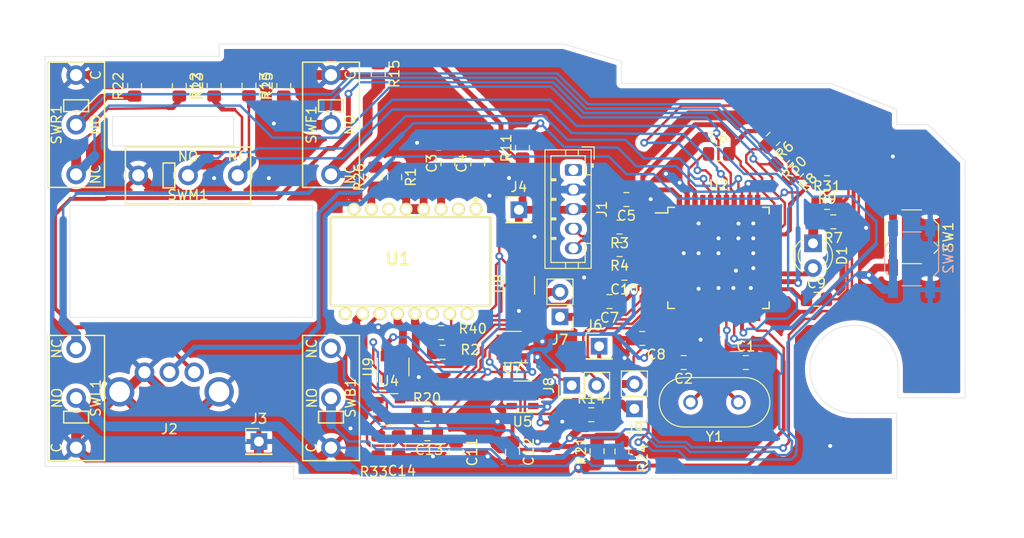
<source format=kicad_pcb>
(kicad_pcb (version 20191123) (host pcbnew "5.99.0-unknown-d20d310~86~ubuntu18.04.1")
  (layers (0 "F.Cu" signal) (31 "B.Cu" signal) (34 "B.Paste" user) (35 "F.Paste" user) (36 "B.SilkS" user) (37 "F.SilkS" user) (38 "B.Mask" user) (39 "F.Mask" user) (44 "Edge.Cuts" user))
  (net 0 "")
  (net 1 "VCC")
  (net 2 "GND")
  (net 3 "Net-(C12-Pad1)")
  (net 4 "Net-(U1-Pad9)")
  (net 5 "Net-(U1-Pad12)")
  (net 6 "Net-(U1-Pad13)")
  (net 7 "Net-(U1-Pad10)")
  (net 8 "Net-(U1-Pad11)")
  (net 9 "Net-(U1-Pad16)")
  (net 10 "Net-(U1-Pad14)")
  (net 11 "Net-(U1-Pad6)")
  (net 12 "Net-(C3-Pad1)")
  (net 13 "Net-(U1-Pad2)")
  (net 14 "Net-(U1-Pad1)")
  (net 15 "Net-(J2-Pad2)")
  (net 16 "Net-(J2-Pad1)")
  (net 17 "Net-(R1-Pad1)")
  (net 18 "Net-(D1-Pad1)")
  (net 19 "Net-(R6-Pad2)")
  (net 20 "/ss")
  (net 21 "/miso ss-h")
  (net 22 "/sclk")
  (net 23 "/mosi")
  (net 24 "Net-(C6-Pad1)")
  (net 25 "Net-(U2-Pad41)")
  (net 26 "Net-(U2-Pad30)")
  (net 27 "Net-(U2-Pad29)")
  (net 28 "Net-(U2-Pad28)")
  (net 29 "Net-(U2-Pad27)")
  (net 30 "Net-(D1-Pad2)")
  (net 31 "Net-(C1-Pad1)")
  (net 32 "Net-(C2-Pad1)")
  (net 33 "Net-(U2-Pad12)")
  (net 34 "/UCAP")
  (net 35 "Net-(U2-Pad1)")
  (net 36 "Net-(R25-Pad1)")
  (net 37 "Net-(R24-Pad1)")
  (net 38 "Net-(R23-Pad1)")
  (net 39 "Net-(R22-Pad1)")
  (net 40 "Net-(R15-Pad2)")
  (net 41 "Net-(R14-Pad2)")
  (net 42 "Net-(R13-Pad2)")
  (net 43 "Net-(R12-Pad2)")
  (net 44 "Net-(R11-Pad2)")
  (net 45 "Net-(R21-Pad1)")
  (net 46 "Net-(R2-Pad2)")
  (net 47 "/NETNAME_P")
  (net 48 "/ATMEGA2_USB_D_P")
  (net 49 "/NETNAME_N")
  (net 50 "/ATMEGA2_USB_D_N")
  (net 51 "Net-(U2-Pad22)")
  (net 52 "Net-(J6-Pad1)")
  (net 53 "Net-(J8-Pad2)")
  (net 54 "Net-(J7-Pad1)")
  (net 55 "Net-(J9-Pad2)")
  (net 56 "Net-(R31-Pad1)")
  (net 57 "Net-(R30-Pad1)")
  (net 58 "Net-(R26-Pad1)")
  (net 59 "Net-(J1-Pad1)")
  (net 60 "Net-(C13-Pad2)")
  (net 61 "Net-(R20-Pad1)")
  (module "Resistor_SMD:R_0805_2012Metric_Pad1.15x1.40mm_HandSolder" (layer "F.Cu") (at 81.661 -60.0964 180)
    (fp_text reference "R40" (at -3.2258 0.4064) (layer "F.SilkS"))
    (fp_text value "20")
    (pad "2" smd roundrect (at 1.025 0 180) (size 1.15 1.4) (layers "F.Cu" "F.Paste" "F.Mask") (roundrect_rratio 0.217391) (net 46 "Net-(R2-Pad2)"))
    (pad "1" smd roundrect (at -1.025 0 180) (size 1.15 1.4) (layers "F.Cu" "F.Paste" "F.Mask") (roundrect_rratio 0.217391) (net 61 "Net-(R20-Pad1)"))
  )
  (module "Capacitor_SMD:C_0805_2012Metric_Pad1.15x1.40mm_HandSolder" (layer "F.Cu") (at 77.3176 -48.5394 -90)
    (fp_text reference "C14" (at 2.5654 -0.3302 180) (layer "F.SilkS"))
    (fp_text value "1uF")
    (pad "2" smd roundrect (at 1.025 0 270) (size 1.15 1.4) (layers "F.Cu" "F.Paste" "F.Mask") (roundrect_rratio 0.217391) (net 2 "GND"))
    (pad "1" smd roundrect (at -1.025 0 270) (size 1.15 1.4) (layers "F.Cu" "F.Paste" "F.Mask") (roundrect_rratio 0.217391) (net 1 "VCC"))
  )
  (module "Capacitor_SMD:C_0805_2012Metric_Pad1.15x1.40mm_HandSolder" (layer "F.Cu") (at 80.264 -49.7586 180)
    (fp_text reference "C13" (at -0.1778 -1.65) (layer "F.SilkS"))
    (fp_text value "0.1uF")
    (pad "2" smd roundrect (at 1.025 0 180) (size 1.15 1.4) (layers "F.Cu" "F.Paste" "F.Mask") (roundrect_rratio 0.217391) (net 60 "Net-(C13-Pad2)"))
    (pad "1" smd roundrect (at -1.025 0 180) (size 1.15 1.4) (layers "F.Cu" "F.Paste" "F.Mask") (roundrect_rratio 0.217391) (net 3 "Net-(C12-Pad1)"))
  )
  (module "Package_TO_SOT_SMD:SOT-23-5" (layer "F.Cu") (at 76.3524 -52.2478)
    (fp_text reference "U4" (at 0 -2.9) (layer "F.SilkS"))
    (fp_text value "TPS73601DBV")
    (pad "5" smd rect (at 1.1 -0.95) (size 1.06 0.65) (layers "F.Cu" "F.Paste" "F.Mask") (net 3 "Net-(C12-Pad1)"))
    (pad "4" smd rect (at 1.1 0.95) (size 1.06 0.65) (layers "F.Cu" "F.Paste" "F.Mask") (net 60 "Net-(C13-Pad2)"))
    (pad "3" smd rect (at -1.1 0.95) (size 1.06 0.65) (layers "F.Cu" "F.Paste" "F.Mask") (net 1 "VCC"))
    (pad "2" smd rect (at -1.1 0) (size 1.06 0.65) (layers "F.Cu" "F.Paste" "F.Mask") (net 2 "GND"))
    (pad "1" smd rect (at -1.1 -0.95) (size 1.06 0.65) (layers "F.Cu" "F.Paste" "F.Mask") (net 1 "VCC"))
  )
  (module "Resistor_SMD:R_0805_2012Metric_Pad1.15x1.40mm_HandSolder" (layer "F.Cu") (at 75.2348 -48.514 90)
    (fp_text reference "R33" (at -2.6416 -0.4572 180) (layer "F.SilkS"))
    (fp_text value "33K")
    (pad "2" smd roundrect (at 1.025 0 90) (size 1.15 1.4) (layers "F.Cu" "F.Paste" "F.Mask") (roundrect_rratio 0.217391) (net 60 "Net-(C13-Pad2)"))
    (pad "1" smd roundrect (at -1.025 0 90) (size 1.15 1.4) (layers "F.Cu" "F.Paste" "F.Mask") (roundrect_rratio 0.217391) (net 2 "GND"))
  )
  (module "Resistor_SMD:R_0805_2012Metric_Pad1.15x1.40mm_HandSolder" (layer "F.Cu") (at 80.2132 -51.7398)
    (fp_text reference "R20" (at 0 -1.65) (layer "F.SilkS"))
    (fp_text value "20K")
    (pad "2" smd roundrect (at 1.025 0) (size 1.15 1.4) (layers "F.Cu" "F.Paste" "F.Mask") (roundrect_rratio 0.217391) (net 3 "Net-(C12-Pad1)"))
    (pad "1" smd roundrect (at -1.025 0) (size 1.15 1.4) (layers "F.Cu" "F.Paste" "F.Mask") (roundrect_rratio 0.217391) (net 60 "Net-(C13-Pad2)"))
  )
  (module "Button_Switch_SMD:SW_SPST_TL3342" (layer "B.Cu") (at 129.7178 -67.6402 90)
    (fp_text reference "SW2" (at 0 3.75 90) (layer "B.SilkS") (effects (justify mirror)))
    (fp_text value "SW_SPST")
    (pad "2" smd rect (at 3.15 -1.9 90) (size 1.7 1) (layers "B.Cu" "B.Paste" "B.Mask") (net 52 "Net-(J6-Pad1)"))
    (pad "2" smd rect (at -3.15 -1.9 90) (size 1.7 1) (layers "B.Cu" "B.Paste" "B.Mask") (net 52 "Net-(J6-Pad1)"))
    (pad "1" smd rect (at 3.15 1.9 90) (size 1.7 1) (layers "B.Cu" "B.Paste" "B.Mask") (net 2 "GND"))
    (pad "1" smd rect (at -3.15 1.9 90) (size 1.7 1) (layers "B.Cu" "B.Paste" "B.Mask") (net 2 "GND"))
  )
  (module "Button_Switch_SMD:SW_SPST_TL3342" (layer "F.Cu") (at 129.7178 -69.9008 -90)
    (fp_text reference "SW1" (at 0 -3.75 90) (layer "F.SilkS"))
    (fp_text value "SW_SPST")
    (pad "2" smd rect (at 3.15 1.9 270) (size 1.7 1) (layers "F.Cu" "F.Paste" "F.Mask") (net 52 "Net-(J6-Pad1)"))
    (pad "2" smd rect (at -3.15 1.9 270) (size 1.7 1) (layers "F.Cu" "F.Paste" "F.Mask") (net 52 "Net-(J6-Pad1)"))
    (pad "1" smd rect (at 3.15 -1.9 270) (size 1.7 1) (layers "F.Cu" "F.Paste" "F.Mask") (net 2 "GND"))
    (pad "1" smd rect (at -3.15 -1.9 270) (size 1.7 1) (layers "F.Cu" "F.Paste" "F.Mask") (net 2 "GND"))
  )
  (module "Capacitor_SMD:C_0805_2012Metric_Pad1.15x1.40mm_HandSolder" (layer "F.Cu") (at 82.348 -77.41425 90)
    (fp_text reference "C3" (at 0 -1.65 90) (layer "F.SilkS"))
    (fp_text value "100nF")
    (pad "2" smd roundrect (at 1.025 0 90) (size 1.15 1.4) (layers "F.Cu" "F.Paste" "F.Mask") (roundrect_rratio 0.217391) (net 2 "GND"))
    (pad "1" smd roundrect (at -1.025 0 90) (size 1.15 1.4) (layers "F.Cu" "F.Paste" "F.Mask") (roundrect_rratio 0.217391) (net 12 "Net-(C3-Pad1)"))
  )
  (module "Capacitor_SMD:C_0805_2012Metric_Pad1.15x1.40mm_HandSolder" (layer "F.Cu") (at 85.396 -77.41425 90)
    (fp_text reference "C4" (at 0 -1.65 90) (layer "F.SilkS"))
    (fp_text value "4.7uF")
    (pad "2" smd roundrect (at 1.025 0 90) (size 1.15 1.4) (layers "F.Cu" "F.Paste" "F.Mask") (roundrect_rratio 0.217391) (net 2 "GND"))
    (pad "1" smd roundrect (at -1.025 0 90) (size 1.15 1.4) (layers "F.Cu" "F.Paste" "F.Mask") (roundrect_rratio 0.217391) (net 12 "Net-(C3-Pad1)"))
  )
  (module "Capacitor_SMD:C_0805_2012Metric_Pad1.15x1.40mm_HandSolder" (layer "F.Cu") (at 98.8568 -63.2714 180)
    (fp_text reference "C7" (at 0 -1.65) (layer "F.SilkS"))
    (fp_text value "1uF")
    (pad "2" smd roundrect (at 1.025 0 180) (size 1.15 1.4) (layers "F.Cu" "F.Paste" "F.Mask") (roundrect_rratio 0.217391) (net 2 "GND"))
    (pad "1" smd roundrect (at -1.025 0 180) (size 1.15 1.4) (layers "F.Cu" "F.Paste" "F.Mask") (roundrect_rratio 0.217391) (net 1 "VCC"))
  )
  (module "Capacitor_SMD:C_0805_2012Metric_Pad1.15x1.40mm_HandSolder" (layer "F.Cu") (at 109.992 -78.37425)
    (fp_text reference "C6" (at 0 -1.65) (layer "F.SilkS"))
    (fp_text value "100nf")
    (pad "2" smd roundrect (at 1.025 0) (size 1.15 1.4) (layers "F.Cu" "F.Paste" "F.Mask") (roundrect_rratio 0.217391) (net 1 "VCC"))
    (pad "1" smd roundrect (at -1.025 0) (size 1.15 1.4) (layers "F.Cu" "F.Paste" "F.Mask") (roundrect_rratio 0.217391) (net 24 "Net-(C6-Pad1)"))
  )
  (module "Capacitor_SMD:C_0805_2012Metric_Pad1.15x1.40mm_HandSolder" (layer "F.Cu") (at 88.952 -47.91375 -90)
    (fp_text reference "C12" (at 0 -1.65 90) (layer "F.SilkS"))
    (fp_text value "10uF")
    (pad "2" smd roundrect (at 1.025 0 270) (size 1.15 1.4) (layers "F.Cu" "F.Paste" "F.Mask") (roundrect_rratio 0.217391) (net 2 "GND"))
    (pad "1" smd roundrect (at -1.025 0 270) (size 1.15 1.4) (layers "F.Cu" "F.Paste" "F.Mask") (roundrect_rratio 0.217391) (net 3 "Net-(C12-Pad1)"))
  )
  (module "Capacitor_SMD:C_0805_2012Metric_Pad1.15x1.40mm_HandSolder" (layer "F.Cu") (at 83.185 -47.879 -90)
    (fp_text reference "C11" (at 0 -1.65 90) (layer "F.SilkS"))
    (fp_text value "0.1uF")
    (pad "2" smd roundrect (at 1.025 0 270) (size 1.15 1.4) (layers "F.Cu" "F.Paste" "F.Mask") (roundrect_rratio 0.217391) (net 2 "GND"))
    (pad "1" smd roundrect (at -1.025 0 270) (size 1.15 1.4) (layers "F.Cu" "F.Paste" "F.Mask") (roundrect_rratio 0.217391) (net 1 "VCC"))
  )
  (module "Capacitor_SMD:C_0805_2012Metric_Pad1.15x1.40mm_HandSolder" (layer "F.Cu") (at 100.584 -73.70625 180)
    (fp_text reference "C5" (at 0 -1.65) (layer "F.SilkS"))
    (fp_text value "100nf")
    (pad "2" smd roundrect (at 1.025 0 180) (size 1.15 1.4) (layers "F.Cu" "F.Paste" "F.Mask") (roundrect_rratio 0.217391) (net 2 "GND"))
    (pad "1" smd roundrect (at -1.025 0 180) (size 1.15 1.4) (layers "F.Cu" "F.Paste" "F.Mask") (roundrect_rratio 0.217391) (net 1 "VCC"))
  )
  (module "Capacitor_SMD:C_0805_2012Metric_Pad1.15x1.40mm_HandSolder" (layer "F.Cu") (at 102.2 -59.50625 180)
    (fp_text reference "C8" (at -1.432 -1.64505) (layer "F.SilkS"))
    (fp_text value "100nf")
    (pad "2" smd roundrect (at 1.025 0 180) (size 1.15 1.4) (layers "F.Cu" "F.Paste" "F.Mask") (roundrect_rratio 0.217391) (net 2 "GND"))
    (pad "1" smd roundrect (at -1.025 0 180) (size 1.15 1.4) (layers "F.Cu" "F.Paste" "F.Mask") (roundrect_rratio 0.217391) (net 1 "VCC"))
  )
  (module "Capacitor_SMD:C_0805_2012Metric_Pad1.15x1.40mm_HandSolder" (layer "F.Cu") (at 120 -63.50625)
    (fp_text reference "C9" (at 0 -1.65) (layer "F.SilkS"))
    (fp_text value "100nf")
    (pad "2" smd roundrect (at 1.025 0) (size 1.15 1.4) (layers "F.Cu" "F.Paste" "F.Mask") (roundrect_rratio 0.217391) (net 2 "GND"))
    (pad "1" smd roundrect (at -1.025 0) (size 1.15 1.4) (layers "F.Cu" "F.Paste" "F.Mask") (roundrect_rratio 0.217391) (net 1 "VCC"))
  )
  (module "Capacitor_SMD:C_0805_2012Metric_Pad1.15x1.40mm_HandSolder" (layer "F.Cu") (at 112.786 -57.03825)
    (fp_text reference "C1" (at 0 -1.65) (layer "F.SilkS"))
    (fp_text value "22pf")
    (pad "2" smd roundrect (at 1.025 0) (size 1.15 1.4) (layers "F.Cu" "F.Paste" "F.Mask") (roundrect_rratio 0.217391) (net 2 "GND"))
    (pad "1" smd roundrect (at -1.025 0) (size 1.15 1.4) (layers "F.Cu" "F.Paste" "F.Mask") (roundrect_rratio 0.217391) (net 31 "Net-(C1-Pad1)"))
  )
  (module "Capacitor_SMD:C_0805_2012Metric_Pad1.15x1.40mm_HandSolder" (layer "F.Cu") (at 106.436 -57.03825 180)
    (fp_text reference "C2" (at 0 -1.65) (layer "F.SilkS"))
    (fp_text value "22pf")
    (pad "2" smd roundrect (at 1.025 0 180) (size 1.15 1.4) (layers "F.Cu" "F.Paste" "F.Mask") (roundrect_rratio 0.217391) (net 2 "GND"))
    (pad "1" smd roundrect (at -1.025 0 180) (size 1.15 1.4) (layers "F.Cu" "F.Paste" "F.Mask") (roundrect_rratio 0.217391) (net 32 "Net-(C2-Pad1)"))
  )
  (module "Capacitor_SMD:C_0805_2012Metric_Pad1.15x1.40mm_HandSolder" (layer "F.Cu") (at 100.3808 -66.167 180)
    (fp_text reference "C10" (at 0 -1.65) (layer "F.SilkS"))
    (fp_text value "1uF")
    (pad "2" smd roundrect (at 1.025 0 180) (size 1.15 1.4) (layers "F.Cu" "F.Paste" "F.Mask") (roundrect_rratio 0.217391) (net 2 "GND"))
    (pad "1" smd roundrect (at -1.025 0 180) (size 1.15 1.4) (layers "F.Cu" "F.Paste" "F.Mask") (roundrect_rratio 0.217391) (net 34 "/UCAP"))
  )
  (module "Resistor_SMD:R_0805_2012Metric_Pad1.15x1.40mm_HandSolder" (layer "F.Cu") (at 50.344 -85.30575 90)
    (fp_text reference "R22" (at 0 -1.65 90) (layer "F.SilkS"))
    (fp_text value "4.7K")
    (pad "2" smd roundrect (at 1.025 0 90) (size 1.15 1.4) (layers "F.Cu" "F.Paste" "F.Mask") (roundrect_rratio 0.217391) (net 1 "VCC"))
    (pad "1" smd roundrect (at -1.025 0 90) (size 1.15 1.4) (layers "F.Cu" "F.Paste" "F.Mask") (roundrect_rratio 0.217391) (net 39 "Net-(R22-Pad1)"))
  )
  (module "Resistor_SMD:R_0805_2012Metric_Pad1.15x1.40mm_HandSolder" (layer "F.Cu") (at 75.236 -86.55825 -90)
    (fp_text reference "R15" (at 0 -1.65 90) (layer "F.SilkS"))
    (fp_text value "4.7K")
    (pad "2" smd roundrect (at 1.025 0 270) (size 1.15 1.4) (layers "F.Cu" "F.Paste" "F.Mask") (roundrect_rratio 0.217391) (net 40 "Net-(R15-Pad2)"))
    (pad "1" smd roundrect (at -1.025 0 270) (size 1.15 1.4) (layers "F.Cu" "F.Paste" "F.Mask") (roundrect_rratio 0.217391) (net 1 "VCC"))
  )
  (module "Resistor_SMD:R_0805_2012Metric_Pad1.15x1.40mm_HandSolder" (layer "F.Cu") (at 97 -51.70625)
    (fp_text reference "R14" (at 0 -1.65) (layer "F.SilkS"))
    (fp_text value "4.7K")
    (pad "2" smd roundrect (at 1.025 0) (size 1.15 1.4) (layers "F.Cu" "F.Paste" "F.Mask") (roundrect_rratio 0.217391) (net 41 "Net-(R14-Pad2)"))
    (pad "1" smd roundrect (at -1.025 0) (size 1.15 1.4) (layers "F.Cu" "F.Paste" "F.Mask") (roundrect_rratio 0.217391) (net 1 "VCC"))
  )
  (module "Resistor_SMD:R_0805_2012Metric_Pad1.15x1.40mm_HandSolder" (layer "F.Cu") (at 62.028 -85.34225 -90)
    (fp_text reference "R13" (at 0 -1.65 90) (layer "F.SilkS"))
    (fp_text value "4.7K")
    (pad "2" smd roundrect (at 1.025 0 270) (size 1.15 1.4) (layers "F.Cu" "F.Paste" "F.Mask") (roundrect_rratio 0.217391) (net 42 "Net-(R13-Pad2)"))
    (pad "1" smd roundrect (at -1.025 0 270) (size 1.15 1.4) (layers "F.Cu" "F.Paste" "F.Mask") (roundrect_rratio 0.217391) (net 1 "VCC"))
  )
  (module "Resistor_SMD:R_0805_2012Metric_Pad1.15x1.40mm_HandSolder" (layer "F.Cu") (at 54.916 -85.30575 -90)
    (fp_text reference "R12" (at 0 -1.65 90) (layer "F.SilkS"))
    (fp_text value "4.7K")
    (pad "2" smd roundrect (at 1.025 0 270) (size 1.15 1.4) (layers "F.Cu" "F.Paste" "F.Mask") (roundrect_rratio 0.217391) (net 43 "Net-(R12-Pad2)"))
    (pad "1" smd roundrect (at -1.025 0 270) (size 1.15 1.4) (layers "F.Cu" "F.Paste" "F.Mask") (roundrect_rratio 0.217391) (net 1 "VCC"))
  )
  (module "Resistor_SMD:R_0805_2012Metric_Pad1.15x1.40mm_HandSolder" (layer "F.Cu") (at 89.968 -78.97475 90)
    (fp_text reference "R11" (at 0 -1.65 90) (layer "F.SilkS"))
    (fp_text value "4.7K")
    (pad "2" smd roundrect (at 1.025 0 90) (size 1.15 1.4) (layers "F.Cu" "F.Paste" "F.Mask") (roundrect_rratio 0.217391) (net 44 "Net-(R11-Pad2)"))
    (pad "1" smd roundrect (at -1.025 0 90) (size 1.15 1.4) (layers "F.Cu" "F.Paste" "F.Mask") (roundrect_rratio 0.217391) (net 1 "VCC"))
  )
  (module "Resistor_SMD:R_0805_2012Metric_Pad1.15x1.40mm_HandSolder" (layer "F.Cu") (at 121.7168 -71.4248 180)
    (fp_text reference "R7" (at 0 -1.65) (layer "F.SilkS"))
    (fp_text value "4.7K")
    (pad "2" smd roundrect (at 1.025 0 180) (size 1.15 1.4) (layers "F.Cu" "F.Paste" "F.Mask") (roundrect_rratio 0.217391) (net 18 "Net-(D1-Pad1)"))
    (pad "1" smd roundrect (at -1.025 0 180) (size 1.15 1.4) (layers "F.Cu" "F.Paste" "F.Mask") (roundrect_rratio 0.217391) (net 2 "GND"))
  )
  (module "Resistor_SMD:R_0805_2012Metric_Pad1.15x1.40mm_HandSolder" (layer "F.Cu") (at 74.93 -75.9968 90)
    (fp_text reference "R26" (at 0 -1.65 90) (layer "F.SilkS"))
    (fp_text value "4.7K")
    (pad "2" smd roundrect (at 1.025 0 90) (size 1.15 1.4) (layers "F.Cu" "F.Paste" "F.Mask") (roundrect_rratio 0.217391) (net 17 "Net-(R1-Pad1)"))
    (pad "1" smd roundrect (at -1.025 0 90) (size 1.15 1.4) (layers "F.Cu" "F.Paste" "F.Mask") (roundrect_rratio 0.217391) (net 58 "Net-(R26-Pad1)"))
  )
  (module "Resistor_SMD:R_0805_2012Metric_Pad1.15x1.40mm_HandSolder" (layer "F.Cu") (at 116.572416 -78.040616 -135)
    (fp_text reference "R30" (at 0 -1.65 45) (layer "F.SilkS"))
    (fp_text value "4.7K")
    (pad "2" smd roundrect (at 1.025 0 225) (size 1.15 1.4) (layers "F.Cu" "F.Paste" "F.Mask") (roundrect_rratio 0.217391) (net 16 "Net-(J2-Pad1)"))
    (pad "1" smd roundrect (at -1.025 0 225) (size 1.15 1.4) (layers "F.Cu" "F.Paste" "F.Mask") (roundrect_rratio 0.217391) (net 57 "Net-(R30-Pad1)"))
  )
  (module "Resistor_SMD:R_0805_2012Metric_Pad1.15x1.40mm_HandSolder" (layer "F.Cu") (at 97.588 -47.98675 90)
    (fp_text reference "R21" (at 0 -1.65 90) (layer "F.SilkS"))
    (fp_text value "4.7K")
    (pad "2" smd roundrect (at 1.025 0 90) (size 1.15 1.4) (layers "F.Cu" "F.Paste" "F.Mask") (roundrect_rratio 0.217391) (net 1 "VCC"))
    (pad "1" smd roundrect (at -1.025 0 90) (size 1.15 1.4) (layers "F.Cu" "F.Paste" "F.Mask") (roundrect_rratio 0.217391) (net 45 "Net-(R21-Pad1)"))
  )
  (module "Resistor_SMD:R_0805_2012Metric_Pad1.15x1.40mm_HandSolder" (layer "F.Cu") (at 58.472 -85.30575 90)
    (fp_text reference "R23" (at 0 -1.65 90) (layer "F.SilkS"))
    (fp_text value "4.7K")
    (pad "2" smd roundrect (at 1.025 0 90) (size 1.15 1.4) (layers "F.Cu" "F.Paste" "F.Mask") (roundrect_rratio 0.217391) (net 1 "VCC"))
    (pad "1" smd roundrect (at -1.025 0 90) (size 1.15 1.4) (layers "F.Cu" "F.Paste" "F.Mask") (roundrect_rratio 0.217391) (net 38 "Net-(R23-Pad1)"))
  )
  (module "Resistor_SMD:R_0805_2012Metric_Pad1.15x1.40mm_HandSolder" (layer "F.Cu") (at 100.128 -47.95025 90)
    (fp_text reference "R24" (at -0.68085 2.1324 90) (layer "F.SilkS"))
    (fp_text value "4.7K")
    (pad "2" smd roundrect (at 1.025 0 90) (size 1.15 1.4) (layers "F.Cu" "F.Paste" "F.Mask") (roundrect_rratio 0.217391) (net 1 "VCC"))
    (pad "1" smd roundrect (at -1.025 0 90) (size 1.15 1.4) (layers "F.Cu" "F.Paste" "F.Mask") (roundrect_rratio 0.217391) (net 37 "Net-(R24-Pad1)"))
  )
  (module "Resistor_SMD:R_0805_2012Metric_Pad1.15x1.40mm_HandSolder" (layer "F.Cu") (at 65.584 -85.30575 90)
    (fp_text reference "R25" (at 0 -1.65 90) (layer "F.SilkS"))
    (fp_text value "4.7K")
    (pad "2" smd roundrect (at 1.025 0 90) (size 1.15 1.4) (layers "F.Cu" "F.Paste" "F.Mask") (roundrect_rratio 0.217391) (net 1 "VCC"))
    (pad "1" smd roundrect (at -1.025 0 90) (size 1.15 1.4) (layers "F.Cu" "F.Paste" "F.Mask") (roundrect_rratio 0.217391) (net 36 "Net-(R25-Pad1)"))
  )
  (module "Resistor_SMD:R_0805_2012Metric_Pad1.15x1.40mm_HandSolder" (layer "F.Cu") (at 117.983 -76.6572 -135)
    (fp_text reference "R8" (at 0 -1.65 45) (layer "F.SilkS"))
    (fp_text value "4.7K")
    (pad "2" smd roundrect (at 1.025 0 225) (size 1.15 1.4) (layers "F.Cu" "F.Paste" "F.Mask") (roundrect_rratio 0.217391) (net 1 "VCC"))
    (pad "1" smd roundrect (at -1.025 0 225) (size 1.15 1.4) (layers "F.Cu" "F.Paste" "F.Mask") (roundrect_rratio 0.217391) (net 57 "Net-(R30-Pad1)"))
  )
  (module "Resistor_SMD:R_0805_2012Metric_Pad1.15x1.40mm_HandSolder" (layer "F.Cu") (at 121.0818 -75.438 180)
    (fp_text reference "R9" (at 0 -1.65) (layer "F.SilkS"))
    (fp_text value "4.7K")
    (pad "2" smd roundrect (at 1.025 0 180) (size 1.15 1.4) (layers "F.Cu" "F.Paste" "F.Mask") (roundrect_rratio 0.217391) (net 15 "Net-(J2-Pad2)"))
    (pad "1" smd roundrect (at -1.025 0 180) (size 1.15 1.4) (layers "F.Cu" "F.Paste" "F.Mask") (roundrect_rratio 0.217391) (net 56 "Net-(R31-Pad1)"))
  )
  (module "Resistor_SMD:R_0805_2012Metric_Pad1.15x1.40mm_HandSolder" (layer "F.Cu") (at 99.884 -70.89325 180)
    (fp_text reference "R3" (at 0 -1.65) (layer "F.SilkS"))
    (fp_text value "22")
    (pad "2" smd roundrect (at 1.025 0 180) (size 1.15 1.4) (layers "F.Cu" "F.Paste" "F.Mask") (roundrect_rratio 0.217391) (net 49 "/NETNAME_N"))
    (pad "1" smd roundrect (at -1.025 0 180) (size 1.15 1.4) (layers "F.Cu" "F.Paste" "F.Mask") (roundrect_rratio 0.217391) (net 50 "/ATMEGA2_USB_D_N"))
  )
  (module "Resistor_SMD:R_0805_2012Metric_Pad1.15x1.40mm_HandSolder" (layer "F.Cu") (at 99.8875 -68.59125 180)
    (fp_text reference "R4" (at 0 -1.65) (layer "F.SilkS"))
    (fp_text value "22")
    (pad "2" smd roundrect (at 1.025 0 180) (size 1.15 1.4) (layers "F.Cu" "F.Paste" "F.Mask") (roundrect_rratio 0.217391) (net 47 "/NETNAME_P"))
    (pad "1" smd roundrect (at -1.025 0 180) (size 1.15 1.4) (layers "F.Cu" "F.Paste" "F.Mask") (roundrect_rratio 0.217391) (net 48 "/ATMEGA2_USB_D_P"))
  )
  (module "Resistor_SMD:R_0805_2012Metric_Pad1.15x1.40mm_HandSolder" (layer "F.Cu") (at 76.9112 -75.9968 -90)
    (fp_text reference "R1" (at 0 -1.65 90) (layer "F.SilkS"))
    (fp_text value "4.7K")
    (pad "2" smd roundrect (at 1.025 0 270) (size 1.15 1.4) (layers "F.Cu" "F.Paste" "F.Mask") (roundrect_rratio 0.217391) (net 3 "Net-(C12-Pad1)"))
    (pad "1" smd roundrect (at -1.025 0 270) (size 1.15 1.4) (layers "F.Cu" "F.Paste" "F.Mask") (roundrect_rratio 0.217391) (net 17 "Net-(R1-Pad1)"))
  )
  (module "Resistor_SMD:R_0805_2012Metric_Pad1.15x1.40mm_HandSolder" (layer "F.Cu") (at 115.58 -79.89825 -135)
    (fp_text reference "R6" (at 0 -1.65 45) (layer "F.SilkS"))
    (fp_text value "1K")
    (pad "2" smd roundrect (at 1.025 0 225) (size 1.15 1.4) (layers "F.Cu" "F.Paste" "F.Mask") (roundrect_rratio 0.217391) (net 19 "Net-(R6-Pad2)"))
    (pad "1" smd roundrect (at -1.025 0 225) (size 1.15 1.4) (layers "F.Cu" "F.Paste" "F.Mask") (roundrect_rratio 0.217391) (net 2 "GND"))
  )
  (module "Resistor_SMD:R_0805_2012Metric_Pad1.15x1.40mm_HandSolder" (layer "F.Cu") (at 81.8134 -58.0898 180)
    (fp_text reference "R2" (at -2.794 0.254) (layer "F.SilkS"))
    (fp_text value "20")
    (pad "2" smd roundrect (at 1.025 0 180) (size 1.15 1.4) (layers "F.Cu" "F.Paste" "F.Mask") (roundrect_rratio 0.217391) (net 46 "Net-(R2-Pad2)"))
    (pad "1" smd roundrect (at -1.025 0 180) (size 1.15 1.4) (layers "F.Cu" "F.Paste" "F.Mask") (roundrect_rratio 0.217391) (net 3 "Net-(C12-Pad1)"))
  )
  (module "Resistor_SMD:R_0805_2012Metric_Pad1.15x1.40mm_HandSolder" (layer "F.Cu") (at 121.0818 -73.406)
    (fp_text reference "R31" (at 0 -1.65) (layer "F.SilkS"))
    (fp_text value "4.7K")
    (pad "2" smd roundrect (at 1.025 0) (size 1.15 1.4) (layers "F.Cu" "F.Paste" "F.Mask") (roundrect_rratio 0.217391) (net 1 "VCC"))
    (pad "1" smd roundrect (at -1.025 0) (size 1.15 1.4) (layers "F.Cu" "F.Paste" "F.Mask") (roundrect_rratio 0.217391) (net 56 "Net-(R31-Pad1)"))
  )
  (module "Connector_PinHeader_2.54mm:PinHeader_1x01_P2.54mm_Vertical" (layer "F.Cu") (at 97.8 -58.70625)
    (fp_text reference "J6" (at -0.518 -2.15215) (layer "F.SilkS"))
    (fp_text value "Conn_01x01")
    (pad "1" thru_hole rect (at 0 0) (size 1.7 1.7) (drill 1) (layers *.Cu *.Mask) (net 52 "Net-(J6-Pad1)"))
  )
  (module "Connector_PinHeader_2.54mm:PinHeader_1x02_P2.54mm_Vertical" (layer "F.Cu") (at 93.8 -61.70625 180)
    (fp_text reference "J7" (at 0 -2.33) (layer "F.SilkS"))
    (fp_text value "Conn_01x02_Female")
    (pad "2" thru_hole oval (at 0 2.54 180) (size 1.7 1.7) (drill 1) (layers *.Cu *.Mask) (net 22 "/sclk"))
    (pad "1" thru_hole rect (at 0 0 180) (size 1.7 1.7) (drill 1) (layers *.Cu *.Mask) (net 54 "Net-(J7-Pad1)"))
  )
  (module "Connector_PinHeader_2.54mm:PinHeader_1x02_P2.54mm_Vertical" (layer "F.Cu") (at 95 -54.70625 90)
    (fp_text reference "J8" (at 0 -2.33 90) (layer "F.SilkS"))
    (fp_text value "Conn_01x02_Female")
    (pad "2" thru_hole oval (at 0 2.54 90) (size 1.7 1.7) (drill 1) (layers *.Cu *.Mask) (net 53 "Net-(J8-Pad2)"))
    (pad "1" thru_hole rect (at 0 0 90) (size 1.7 1.7) (drill 1) (layers *.Cu *.Mask) (net 23 "/mosi"))
  )
  (module "Connector_PinHeader_2.54mm:PinHeader_1x02_P2.54mm_Vertical" (layer "F.Cu") (at 101.4 -52.30625 180)
    (fp_text reference "J9" (at -0.0476 -2.01425) (layer "F.SilkS"))
    (fp_text value "Conn_01x02_Female")
    (pad "2" thru_hole oval (at 0 2.54 180) (size 1.7 1.7) (drill 1) (layers *.Cu *.Mask) (net 55 "Net-(J9-Pad2)"))
    (pad "1" thru_hole rect (at 0 0 180) (size 1.7 1.7) (drill 1) (layers *.Cu *.Mask) (net 21 "/miso ss-h"))
  )
  (module "Package_QFP:TQFP-44_10x10mm_P0.8mm" (layer "F.Cu") (at 109.992 -67.73725)
    (fp_text reference "U2" (at 0 -7.45) (layer "F.SilkS"))
    (fp_text value "ATmega32U4-AU")
    (pad "44" smd rect (at -4 -5.7 90) (size 1.5 0.55) (layers "F.Cu" "F.Paste" "F.Mask") (net 1 "VCC"))
    (pad "43" smd rect (at -3.2 -5.7 90) (size 1.5 0.55) (layers "F.Cu" "F.Paste" "F.Mask") (net 2 "GND"))
    (pad "42" smd rect (at -2.4 -5.7 90) (size 1.5 0.55) (layers "F.Cu" "F.Paste" "F.Mask") (net 24 "Net-(C6-Pad1)"))
    (pad "41" smd rect (at -1.6 -5.7 90) (size 1.5 0.55) (layers "F.Cu" "F.Paste" "F.Mask") (net 25 "Net-(U2-Pad41)"))
    (pad "40" smd rect (at -0.8 -5.7 90) (size 1.5 0.55) (layers "F.Cu" "F.Paste" "F.Mask") (net 40 "Net-(R15-Pad2)"))
    (pad "39" smd rect (at 0 -5.7 90) (size 1.5 0.55) (layers "F.Cu" "F.Paste" "F.Mask") (net 41 "Net-(R14-Pad2)"))
    (pad "38" smd rect (at 0.8 -5.7 90) (size 1.5 0.55) (layers "F.Cu" "F.Paste" "F.Mask") (net 42 "Net-(R13-Pad2)"))
    (pad "37" smd rect (at 1.6 -5.7 90) (size 1.5 0.55) (layers "F.Cu" "F.Paste" "F.Mask") (net 43 "Net-(R12-Pad2)"))
    (pad "36" smd rect (at 2.4 -5.7 90) (size 1.5 0.55) (layers "F.Cu" "F.Paste" "F.Mask") (net 44 "Net-(R11-Pad2)"))
    (pad "35" smd rect (at 3.2 -5.7 90) (size 1.5 0.55) (layers "F.Cu" "F.Paste" "F.Mask") (net 2 "GND"))
    (pad "34" smd rect (at 4 -5.7 90) (size 1.5 0.55) (layers "F.Cu" "F.Paste" "F.Mask") (net 1 "VCC"))
    (pad "33" smd rect (at 5.7 -4) (size 1.5 0.55) (layers "F.Cu" "F.Paste" "F.Mask") (net 19 "Net-(R6-Pad2)"))
    (pad "32" smd rect (at 5.7 -3.2) (size 1.5 0.55) (layers "F.Cu" "F.Paste" "F.Mask") (net 16 "Net-(J2-Pad1)"))
    (pad "31" smd rect (at 5.7 -2.4) (size 1.5 0.55) (layers "F.Cu" "F.Paste" "F.Mask") (net 15 "Net-(J2-Pad2)"))
    (pad "30" smd rect (at 5.7 -1.6) (size 1.5 0.55) (layers "F.Cu" "F.Paste" "F.Mask") (net 26 "Net-(U2-Pad30)"))
    (pad "29" smd rect (at 5.7 -0.8) (size 1.5 0.55) (layers "F.Cu" "F.Paste" "F.Mask") (net 27 "Net-(U2-Pad29)"))
    (pad "28" smd rect (at 5.7 0) (size 1.5 0.55) (layers "F.Cu" "F.Paste" "F.Mask") (net 28 "Net-(U2-Pad28)"))
    (pad "27" smd rect (at 5.7 0.8) (size 1.5 0.55) (layers "F.Cu" "F.Paste" "F.Mask") (net 29 "Net-(U2-Pad27)"))
    (pad "26" smd rect (at 5.7 1.6) (size 1.5 0.55) (layers "F.Cu" "F.Paste" "F.Mask") (net 30 "Net-(D1-Pad2)"))
    (pad "25" smd rect (at 5.7 2.4) (size 1.5 0.55) (layers "F.Cu" "F.Paste" "F.Mask") (net 36 "Net-(R25-Pad1)"))
    (pad "24" smd rect (at 5.7 3.2) (size 1.5 0.55) (layers "F.Cu" "F.Paste" "F.Mask") (net 1 "VCC"))
    (pad "23" smd rect (at 5.7 4) (size 1.5 0.55) (layers "F.Cu" "F.Paste" "F.Mask") (net 2 "GND"))
    (pad "22" smd rect (at 4 5.7 90) (size 1.5 0.55) (layers "F.Cu" "F.Paste" "F.Mask") (net 51 "Net-(U2-Pad22)"))
    (pad "21" smd rect (at 3.2 5.7 90) (size 1.5 0.55) (layers "F.Cu" "F.Paste" "F.Mask") (net 37 "Net-(R24-Pad1)"))
    (pad "20" smd rect (at 2.4 5.7 90) (size 1.5 0.55) (layers "F.Cu" "F.Paste" "F.Mask") (net 38 "Net-(R23-Pad1)"))
    (pad "19" smd rect (at 1.6 5.7 90) (size 1.5 0.55) (layers "F.Cu" "F.Paste" "F.Mask") (net 39 "Net-(R22-Pad1)"))
    (pad "18" smd rect (at 0.8 5.7 90) (size 1.5 0.55) (layers "F.Cu" "F.Paste" "F.Mask") (net 45 "Net-(R21-Pad1)"))
    (pad "17" smd rect (at 0 5.7 90) (size 1.5 0.55) (layers "F.Cu" "F.Paste" "F.Mask") (net 31 "Net-(C1-Pad1)"))
    (pad "16" smd rect (at -0.8 5.7 90) (size 1.5 0.55) (layers "F.Cu" "F.Paste" "F.Mask") (net 32 "Net-(C2-Pad1)"))
    (pad "15" smd rect (at -1.6 5.7 90) (size 1.5 0.55) (layers "F.Cu" "F.Paste" "F.Mask") (net 2 "GND"))
    (pad "14" smd rect (at -2.4 5.7 90) (size 1.5 0.55) (layers "F.Cu" "F.Paste" "F.Mask") (net 1 "VCC"))
    (pad "13" smd rect (at -3.2 5.7 90) (size 1.5 0.55) (layers "F.Cu" "F.Paste" "F.Mask") (net 52 "Net-(J6-Pad1)"))
    (pad "12" smd rect (at -4 5.7 90) (size 1.5 0.55) (layers "F.Cu" "F.Paste" "F.Mask") (net 33 "Net-(U2-Pad12)"))
    (pad "11" smd rect (at -5.7 4) (size 1.5 0.55) (layers "F.Cu" "F.Paste" "F.Mask") (net 55 "Net-(J9-Pad2)"))
    (pad "10" smd rect (at -5.7 3.2) (size 1.5 0.55) (layers "F.Cu" "F.Paste" "F.Mask") (net 53 "Net-(J8-Pad2)"))
    (pad "9" smd rect (at -5.7 2.4) (size 1.5 0.55) (layers "F.Cu" "F.Paste" "F.Mask") (net 54 "Net-(J7-Pad1)"))
    (pad "8" smd rect (at -5.7 1.6) (size 1.5 0.55) (layers "F.Cu" "F.Paste" "F.Mask") (net 20 "/ss"))
    (pad "7" smd rect (at -5.7 0.8) (size 1.5 0.55) (layers "F.Cu" "F.Paste" "F.Mask") (net 1 "VCC"))
    (pad "6" smd rect (at -5.7 0) (size 1.5 0.55) (layers "F.Cu" "F.Paste" "F.Mask") (net 34 "/UCAP"))
    (pad "5" smd rect (at -5.7 -0.8) (size 1.5 0.55) (layers "F.Cu" "F.Paste" "F.Mask") (net 2 "GND"))
    (pad "4" smd rect (at -5.7 -1.6) (size 1.5 0.55) (layers "F.Cu" "F.Paste" "F.Mask") (net 48 "/ATMEGA2_USB_D_P"))
    (pad "3" smd rect (at -5.7 -2.4) (size 1.5 0.55) (layers "F.Cu" "F.Paste" "F.Mask") (net 50 "/ATMEGA2_USB_D_N"))
    (pad "2" smd rect (at -5.7 -3.2) (size 1.5 0.55) (layers "F.Cu" "F.Paste" "F.Mask") (net 1 "VCC"))
    (pad "1" smd rect (at -5.7 -4) (size 1.5 0.55) (layers "F.Cu" "F.Paste" "F.Mask") (net 35 "Net-(U2-Pad1)"))
  )
  (module "Connector_PinHeader_2.54mm:PinHeader_1x01_P2.54mm_Vertical" (layer "F.Cu") (at 89.6 -72.65625)
    (fp_text reference "J4" (at 0 -2.33) (layer "F.SilkS"))
    (fp_text value "Conn_01x01")
    (pad "1" thru_hole rect (at 0 0) (size 1.7 1.7) (drill 1) (layers *.Cu *.Mask) (net 1 "VCC"))
  )
  (module "Connector_PinHeader_2.54mm:PinHeader_1x01_P2.54mm_Vertical" (layer "F.Cu") (at 63.044 -48.96625)
    (fp_text reference "J3" (at 0 -2.33) (layer "F.SilkS"))
    (fp_text value "Conn_01x01")
    (pad "1" thru_hole rect (at 0 0) (size 1.7 1.7) (drill 1) (layers *.Cu *.Mask) (net 2 "GND"))
  )
  (module "Crystal:Crystal_HC49-U_Vertical" (layer "F.Cu") (at 112.024 -52.97425 180)
    (fp_text reference "Y1" (at 2.44 -3.525) (layer "F.SilkS"))
    (fp_text value "16 Mhz Crystal")
    (pad "2" thru_hole circle (at 4.88 0 180) (size 1.5 1.5) (drill 1) (layers *.Cu *.Mask) (net 32 "Net-(C2-Pad1)"))
    (pad "1" thru_hole circle (at 0 0 180) (size 1.5 1.5) (drill 1) (layers *.Cu *.Mask) (net 31 "Net-(C1-Pad1)"))
  )
  (module "LED_THT:LED_D3.0mm" (layer "F.Cu") (at 119.644 -69.23025 -90)
    (fp_text reference "D1" (at 1.27 -2.96 90) (layer "F.SilkS"))
    (fp_text value "LED")
    (pad "2" thru_hole circle (at 2.54 0 270) (size 1.8 1.8) (drill 1) (layers *.Cu *.Mask) (net 30 "Net-(D1-Pad2)"))
    (pad "1" thru_hole rect (at 0 0 270) (size 1.8 1.8) (drill 1) (layers *.Cu *.Mask) (net 18 "Net-(D1-Pad1)"))
  )
  (module "Package_TO_SOT_SMD:SOT-23-6" (layer "F.Cu") (at 89.968 -53.53825 180)
    (fp_text reference "U5" (at 0 -2.54 180) (layer "F.SilkS"))
    (fp_text value "SN74LVC1T45DBV")
    (pad "5" smd rect (at 1.1 0 180) (size 1.06 0.65) (layers "F.Cu" "F.Paste" "F.Mask") (net 1 "VCC"))
    (pad "6" smd rect (at 1.1 -0.95 180) (size 1.06 0.65) (layers "F.Cu" "F.Paste" "F.Mask") (net 3 "Net-(C12-Pad1)"))
    (pad "4" smd rect (at 1.1 0.95 180) (size 1.06 0.65) (layers "F.Cu" "F.Paste" "F.Mask") (net 8 "Net-(U1-Pad11)"))
    (pad "3" smd rect (at -1.1 0.95 180) (size 1.06 0.65) (layers "F.Cu" "F.Paste" "F.Mask") (net 23 "/mosi"))
    (pad "2" smd rect (at -1.1 0 180) (size 1.06 0.65) (layers "F.Cu" "F.Paste" "F.Mask") (net 2 "GND"))
    (pad "1" smd rect (at -1.1 -0.95 180) (size 1.06 0.65) (layers "F.Cu" "F.Paste" "F.Mask") (net 1 "VCC"))
  )
  (module "Package_TO_SOT_SMD:SOT-23-6" (layer "F.Cu") (at 88.952 -58.61825 180)
    (fp_text reference "U7" (at 0 -2.112 180) (layer "F.SilkS"))
    (fp_text value "SN74LVC1T45DBV")
    (pad "5" smd rect (at 1.1 0 180) (size 1.06 0.65) (layers "F.Cu" "F.Paste" "F.Mask") (net 1 "VCC"))
    (pad "6" smd rect (at 1.1 -0.95 180) (size 1.06 0.65) (layers "F.Cu" "F.Paste" "F.Mask") (net 3 "Net-(C12-Pad1)"))
    (pad "4" smd rect (at 1.1 0.95 180) (size 1.06 0.65) (layers "F.Cu" "F.Paste" "F.Mask") (net 7 "Net-(U1-Pad10)"))
    (pad "3" smd rect (at -1.1 0.95 180) (size 1.06 0.65) (layers "F.Cu" "F.Paste" "F.Mask") (net 22 "/sclk"))
    (pad "2" smd rect (at -1.1 0 180) (size 1.06 0.65) (layers "F.Cu" "F.Paste" "F.Mask") (net 2 "GND"))
    (pad "1" smd rect (at -1.1 -0.95 180) (size 1.06 0.65) (layers "F.Cu" "F.Paste" "F.Mask") (net 1 "VCC"))
  )
  (module "Package_TO_SOT_SMD:SOT-23-6" (layer "F.Cu") (at 89.593999 -64.926249 90)
    (fp_text reference "U8" (at 0.180001 -1.993999 90) (layer "F.SilkS"))
    (fp_text value "SN74LVC1T45DBV")
    (pad "5" smd rect (at 1.1 0 90) (size 1.06 0.65) (layers "F.Cu" "F.Paste" "F.Mask") (net 1 "VCC"))
    (pad "6" smd rect (at 1.1 -0.95 90) (size 1.06 0.65) (layers "F.Cu" "F.Paste" "F.Mask") (net 3 "Net-(C12-Pad1)"))
    (pad "4" smd rect (at 1.1 0.95 90) (size 1.06 0.65) (layers "F.Cu" "F.Paste" "F.Mask") (net 6 "Net-(U1-Pad13)"))
    (pad "3" smd rect (at -1.1 0.95 90) (size 1.06 0.65) (layers "F.Cu" "F.Paste" "F.Mask") (net 20 "/ss"))
    (pad "2" smd rect (at -1.1 0 90) (size 1.06 0.65) (layers "F.Cu" "F.Paste" "F.Mask") (net 2 "GND"))
    (pad "1" smd rect (at -1.1 -0.95 90) (size 1.06 0.65) (layers "F.Cu" "F.Paste" "F.Mask") (net 1 "VCC"))
  )
  (module "Package_TO_SOT_SMD:SOT-23-6" (layer "F.Cu") (at 76.76 -56.58625 90)
    (fp_text reference "U9" (at 0 -2.54 90) (layer "F.SilkS"))
    (fp_text value "SN74LVC1T45DBV")
    (pad "5" smd rect (at 1.1 0 90) (size 1.06 0.65) (layers "F.Cu" "F.Paste" "F.Mask") (net 20 "/ss"))
    (pad "6" smd rect (at 1.1 -0.95 90) (size 1.06 0.65) (layers "F.Cu" "F.Paste" "F.Mask") (net 3 "Net-(C12-Pad1)"))
    (pad "4" smd rect (at 1.1 0.95 90) (size 1.06 0.65) (layers "F.Cu" "F.Paste" "F.Mask") (net 5 "Net-(U1-Pad12)"))
    (pad "3" smd rect (at -1.1 0.95 90) (size 1.06 0.65) (layers "F.Cu" "F.Paste" "F.Mask") (net 21 "/miso ss-h"))
    (pad "2" smd rect (at -1.1 0 90) (size 1.06 0.65) (layers "F.Cu" "F.Paste" "F.Mask") (net 2 "GND"))
    (pad "1" smd rect (at -1.1 -0.95 90) (size 1.06 0.65) (layers "F.Cu" "F.Paste" "F.Mask") (net 1 "VCC"))
  )
  (module "KiCad:Microswitch_SPDT_D2F" (layer "F.Cu") (at 70.41 -81.35125 -90)
    (fp_text reference "SWF1" (at 0 2 90) (layer "F.SilkS"))
    (fp_text value "SW_SPDT")
    (fp_text user "NC" (at 5.06 -1.97 90) (layer "F.SilkS"))
    (fp_text user "NO" (at 0 -1.95 90) (layer "F.SilkS"))
    (fp_text user "C" (at -5.08 -2 90) (layer "F.SilkS"))
    (pad "3" thru_hole circle (at 0 0 270) (size 2 2) (drill 1.25) (layers *.Cu *.Mask) (net 36 "Net-(R25-Pad1)"))
    (pad "2" thru_hole circle (at -5.08 0 270) (size 2 2) (drill 1.25) (layers *.Cu *.Mask) (net 2 "GND"))
    (pad "1" thru_hole circle (at 5.08 0 270) (size 2 2) (drill 1.25) (layers *.Cu *.Mask) (net 40 "Net-(R15-Pad2)"))
  )
  (module "PMW3360DM-T2QU:PMW3360" (layer "F.Cu") (at 78.538 -67.38125)
    (fp_text reference "U1" (at -1.27 -0.268) (layer "F.SilkS") (effects (font (size 1.27 1.27) (thickness 0.254))))
    (fp_text value "PMW3360DM-T2QU" hide)
    (pad "16" thru_hole circle (at 5.785 5.35 90) (size 1.3 1.3) (drill 0.9) (layers *.Cu *.Mask "F.SilkS") (net 9 "Net-(U1-Pad16)"))
    (pad "15" thru_hole circle (at 4.005 5.35 90) (size 1.3 1.3) (drill 0.9) (layers *.Cu *.Mask "F.SilkS") (net 61 "Net-(R20-Pad1)"))
    (pad "14" thru_hole circle (at 2.225 5.35 90) (size 1.3 1.3) (drill 0.9) (layers *.Cu *.Mask "F.SilkS") (net 10 "Net-(U1-Pad14)"))
    (pad "13" thru_hole circle (at 0.445 5.35 90) (size 1.3 1.3) (drill 0.9) (layers *.Cu *.Mask "F.SilkS") (net 6 "Net-(U1-Pad13)"))
    (pad "12" thru_hole circle (at -1.335 5.35 90) (size 1.3 1.3) (drill 0.9) (layers *.Cu *.Mask "F.SilkS") (net 5 "Net-(U1-Pad12)"))
    (pad "11" thru_hole circle (at -3.115 5.35 90) (size 1.3 1.3) (drill 0.9) (layers *.Cu *.Mask "F.SilkS") (net 8 "Net-(U1-Pad11)"))
    (pad "10" thru_hole circle (at -4.895 5.35 90) (size 1.3 1.3) (drill 0.9) (layers *.Cu *.Mask "F.SilkS") (net 7 "Net-(U1-Pad10)"))
    (pad "9" thru_hole circle (at -6.675 5.35 90) (size 1.3 1.3) (drill 0.9) (layers *.Cu *.Mask "F.SilkS") (net 4 "Net-(U1-Pad9)"))
    (pad "8" thru_hole circle (at -5.785 -5.35 90) (size 1.3 1.3) (drill 0.9) (layers *.Cu *.Mask "F.SilkS") (net 2 "GND"))
    (pad "7" thru_hole circle (at -4.005 -5.35 90) (size 1.3 1.3) (drill 0.9) (layers *.Cu *.Mask "F.SilkS") (net 58 "Net-(R26-Pad1)"))
    (pad "6" thru_hole circle (at -2.225 -5.35 90) (size 1.3 1.3) (drill 0.9) (layers *.Cu *.Mask "F.SilkS") (net 11 "Net-(U1-Pad6)"))
    (pad "5" thru_hole circle (at -0.445 -5.35 90) (size 1.3 1.3) (drill 0.9) (layers *.Cu *.Mask "F.SilkS") (net 3 "Net-(C12-Pad1)"))
    (pad "4" thru_hole circle (at 1.335 -5.35 90) (size 1.3 1.3) (drill 0.9) (layers *.Cu *.Mask "F.SilkS") (net 3 "Net-(C12-Pad1)"))
    (pad "3" thru_hole circle (at 3.115 -5.35 90) (size 1.3 1.3) (drill 0.9) (layers *.Cu *.Mask "F.SilkS") (net 12 "Net-(C3-Pad1)"))
    (pad "2" thru_hole circle (at 4.895 -5.35 90) (size 1.3 1.3) (drill 0.9) (layers *.Cu *.Mask "F.SilkS") (net 13 "Net-(U1-Pad2)"))
    (pad "1" thru_hole circle (at 6.675 -5.35 90) (size 1.3 1.3) (drill 0.9) (layers *.Cu *.Mask "F.SilkS") (net 14 "Net-(U1-Pad1)"))
  )
  (module "KiCad:Microswitch_SPDT_D2F" (layer "F.Cu") (at 70.41 -53.41125 90)
    (fp_text reference "SWB1" (at 0 2 90) (layer "F.SilkS"))
    (fp_text value "SW_SPDT")
    (fp_text user "NC" (at 5.06 -1.97 90) (layer "F.SilkS"))
    (fp_text user "NO" (at 0 -1.95 90) (layer "F.SilkS"))
    (fp_text user "C" (at -5.08 -2 90) (layer "F.SilkS"))
    (pad "3" thru_hole circle (at 0 0 90) (size 2 2) (drill 1.25) (layers *.Cu *.Mask) (net 37 "Net-(R24-Pad1)"))
    (pad "2" thru_hole circle (at -5.08 0 90) (size 2 2) (drill 1.25) (layers *.Cu *.Mask) (net 2 "GND"))
    (pad "1" thru_hole circle (at 5.08 0 90) (size 2 2) (drill 1.25) (layers *.Cu *.Mask) (net 41 "Net-(R14-Pad2)"))
  )
  (module "KiCad:ALPS_horzontal_encoder" (layer "F.Cu") (at 53.9 -54.04625 180)
    (fp_text reference "J2" (at 0 -3.81) (layer "F.SilkS"))
    (fp_text value "Conn_01x05_Female")
    (pad "5" thru_hole circle (at -5.08 0 180) (size 3 3) (drill 2.1) (layers *.Cu *.Mask) (net 2 "GND"))
    (pad "4" thru_hole circle (at 5.08 0 180) (size 3 3) (drill 2.1) (layers *.Cu *.Mask) (net 2 "GND"))
    (pad "3" thru_hole circle (at 2.54 2 180) (size 2 2) (drill 1.25) (layers *.Cu *.Mask) (net 2 "GND"))
    (pad "2" thru_hole circle (at 0 2 180) (size 2 2) (drill 1.25) (layers *.Cu *.Mask) (net 15 "Net-(J2-Pad2)"))
    (pad "1" thru_hole circle (at -2.54 2 180) (size 2 2) (drill 1.25) (layers *.Cu *.Mask) (net 16 "Net-(J2-Pad1)"))
  )
  (module "Connector_JST:JST_PH_B5B-PH-K_1x05_P2.00mm_Vertical" (layer "F.Cu") (at 95.175 -76.72525 -90)
    (fp_text reference "J1" (at 4 -2.9 90) (layer "F.SilkS"))
    (fp_text value "Conn_01x05_Female")
    (pad "5" thru_hole oval (at 8 0 270) (size 1.2 1.75) (drill 1) (layers *.Cu *.Mask) (net 47 "/NETNAME_P"))
    (pad "4" thru_hole oval (at 6 0 270) (size 1.2 1.75) (drill 1) (layers *.Cu *.Mask) (net 49 "/NETNAME_N"))
    (pad "3" thru_hole oval (at 4 0 270) (size 1.2 1.75) (drill 1) (layers *.Cu *.Mask) (net 1 "VCC"))
    (pad "2" thru_hole oval (at 2 0 270) (size 1.2 1.75) (drill 1) (layers *.Cu *.Mask) (net 2 "GND"))
    (pad "1" thru_hole roundrect (at 0 0 270) (size 1.2 1.75) (drill 1) (layers *.Cu *.Mask) (roundrect_rratio 0.208) (net 59 "Net-(J1-Pad1)"))
  )
  (module "KiCad:Microswitch_SPDT_D2F" (layer "F.Cu") (at 44.375 -81.35125 -90)
    (fp_text reference "SWR1" (at 0 2 90) (layer "F.SilkS"))
    (fp_text value "SW_SPDT")
    (fp_text user "NC" (at 5.06 -1.97 90) (layer "F.SilkS"))
    (fp_text user "NO" (at 0 -1.95 90) (layer "F.SilkS"))
    (fp_text user "C" (at -5.08 -2 90) (layer "F.SilkS"))
    (pad "3" thru_hole circle (at 0 0 270) (size 2 2) (drill 1.25) (layers *.Cu *.Mask) (net 39 "Net-(R22-Pad1)"))
    (pad "2" thru_hole circle (at -5.08 0 270) (size 2 2) (drill 1.25) (layers *.Cu *.Mask) (net 2 "GND"))
    (pad "1" thru_hole circle (at 5.08 0 270) (size 2 2) (drill 1.25) (layers *.Cu *.Mask) (net 43 "Net-(R12-Pad2)"))
  )
  (module "KiCad:Microswitch_SPDT_D2F" (layer "F.Cu") (at 55.805 -76.17125)
    (fp_text reference "SWM1" (at 0 2) (layer "F.SilkS"))
    (fp_text value "SW_SPDT")
    (fp_text user "NC" (at 5.06 -1.97) (layer "F.SilkS"))
    (fp_text user "NO" (at 0 -1.95) (layer "F.SilkS"))
    (pad "3" thru_hole circle (at 0 0) (size 2 2) (drill 1.25) (layers *.Cu *.Mask) (net 38 "Net-(R23-Pad1)"))
    (pad "2" thru_hole circle (at -5.08 0) (size 2 2) (drill 1.25) (layers *.Cu *.Mask) (net 2 "GND"))
    (pad "1" thru_hole circle (at 5.08 0) (size 2 2) (drill 1.25) (layers *.Cu *.Mask) (net 42 "Net-(R13-Pad2)"))
  )
  (module "KiCad:Microswitch_SPDT_D2F" (layer "F.Cu") (at 44.375 -53.41125 90)
    (fp_text reference "SWL1" (at 0 2 90) (layer "F.SilkS"))
    (fp_text value "SW_SPDT")
    (fp_text user "NC" (at 5.06 -1.97 90) (layer "F.SilkS"))
    (fp_text user "NO" (at 0 -1.95 90) (layer "F.SilkS"))
    (fp_text user "C" (at -5.08 -2 90) (layer "F.SilkS"))
    (pad "3" thru_hole circle (at 0 0 90) (size 2 2) (drill 1.25) (layers *.Cu *.Mask) (net 45 "Net-(R21-Pad1)"))
    (pad "2" thru_hole circle (at -5.08 0 90) (size 2 2) (drill 1.25) (layers *.Cu *.Mask) (net 2 "GND"))
    (pad "1" thru_hole circle (at 5.08 0 90) (size 2 2) (drill 1.25) (layers *.Cu *.Mask) (net 44 "Net-(R11-Pad2)"))
  )
  (gr_line (start 94.15 -89.60625) (end 58.98 -89.60625) (layer "Edge.Cuts") (width 0.05))
  (gr_line (start 100.075 -87.83125) (end 94.15 -89.60625) (layer "Edge.Cuts") (width 0.05))
  (gr_line (start 100.075 -87.83125) (end 100.075 -85.58125) (layer "Edge.Cuts") (width 0.05))
  (gr_line (start 131.4 -81.35625) (end 135.175 -77.65625) (layer "Edge.Cuts") (width 0.05))
  (gr_line (start 128.195 -81.35125) (end 131.4 -81.35625) (layer "Edge.Cuts") (width 0.05))
  (gr_line (start 128.2 -82.90625) (end 128.195 -81.35125) (layer "Edge.Cuts") (width 0.05))
  (gr_line (start 121.475 -85.58125) (end 128.2 -82.90625) (layer "Edge.Cuts") (width 0.05))
  (gr_line (start 100.075 -85.58125) (end 121.475 -85.58125) (layer "Edge.Cuts") (width 0.05))
  (gr_line (start 128.195 -45.15625) (end 66.6 -45.15625) (layer "Edge.Cuts") (width 0.05))
  (gr_line (start 135.175 -77.65625) (end 135.18 -53.41125) (layer "Edge.Cuts") (width 0.05))
  (gr_line (start 128.325 -53.43125) (end 135.18 -53.41125) (layer "Edge.Cuts") (width 0.05))
  (gr_line (start 128.2 -51.85625) (end 128.195 -45.15625) (layer "Edge.Cuts") (width 0.05))
  (gr_line (start 128.325 -56.35625) (end 128.325 -53.43125) (layer "Edge.Cuts") (width 0.05))
  (gr_line (start 123.825 -51.85625) (end 128.2 -51.85625) (layer "Edge.Cuts") (width 0.05))
  (gr_arc (start 123.825 -56.35625) (end 128.325 -56.35625) (angle -270) (layer "Edge.Cuts") (width 0.05))
  (gr_line (start 48.1088 -82.18945) (end 48.1088 -79.19225) (layer "Edge.Cuts") (width 0.05))
  (gr_line (start 60.4532 -82.18945) (end 48.1088 -82.18945) (layer "Edge.Cuts") (width 0.05))
  (gr_line (start 60.4532 -79.19225) (end 60.4532 -82.18945) (layer "Edge.Cuts") (width 0.05))
  (gr_line (start 48.1088 -79.19225) (end 60.4532 -79.19225) (layer "Edge.Cuts") (width 0.05))
  (gr_line (start 43.74 -73.09625) (end 68.505 -73.09625) (layer "Edge.Cuts") (width 0.05))
  (gr_line (start 70.283 -62.93625) (end 70.283 -71.82625) (layer "Edge.Cuts") (width 0.05))
  (gr_line (start 86.793 -62.93625) (end 70.283 -62.93625) (layer "Edge.Cuts") (width 0.05))
  (gr_line (start 86.793 -71.82625) (end 86.793 -62.93625) (layer "Edge.Cuts") (width 0.05))
  (gr_line (start 70.283 -71.82625) (end 86.793 -71.82625) (layer "Edge.Cuts") (width 0.05))
  (gr_line (start 66.6 -46.42625) (end 66.6 -45.15625) (layer "Edge.Cuts") (width 0.05))
  (gr_line (start 41.2 -46.42625) (end 66.6 -46.42625) (layer "Edge.Cuts") (width 0.05))
  (gr_line (start 58.98 -88.33625) (end 41.2 -88.33625) (layer "Edge.Cuts") (width 0.05))
  (gr_line (start 58.98 -89.60625) (end 58.98 -88.33625) (layer "Edge.Cuts") (width 0.05))
  (gr_line (start 43.74 -61.66625) (end 43.74 -62.30125) (layer "Edge.Cuts") (width 0.05))
  (gr_line (start 68.505 -61.66625) (end 68.505 -62.30125) (layer "Edge.Cuts") (width 0.05))
  (gr_line (start 68.505 -73.09625) (end 68.505 -62.30125) (layer "Edge.Cuts") (width 0.05))
  (gr_line (start 43.74 -62.30125) (end 43.74 -73.09625) (layer "Edge.Cuts") (width 0.05))
  (gr_line (start 68.505 -61.66625) (end 43.74 -61.66625) (layer "Edge.Cuts") (width 0.05))
  (gr_line (start 41.2 -46.42625) (end 41.2 -88.33625) (layer "Edge.Cuts") (width 0.05))
  (segment (start 81.2382 -51.7398) (end 82.07355 -51.7398) (width 0.25) (layer "F.Cu") (net 3))
  (segment (start 82.07355 -51.7398) (end 86.412 -56.07825) (width 0.25) (layer "F.Cu") (net 3))
  (segment (start 86.16399 -57.721895) (end 85.686999 -57.244904) (width 0.25) (layer "F.Cu") (net 7))
  (segment (start 85.686999 -57.244904) (end 85.686998 -56.445216) (width 0.25) (layer "F.Cu") (net 7))
  (segment (start 86.16399 -58.34665) (end 86.16399 -57.721895) (width 0.25) (layer "F.Cu") (net 7))
  (segment (start 87.38559 -59.56825) (end 86.16399 -58.34665) (width 0.25) (layer "F.Cu") (net 7))
  (segment (start 83.82 -59.64508) (end 83.82 -59.0714) (width 0.25) (layer "F.Cu") (net 3))
  (segment (start 83.82 -59.0714) (end 82.8384 -58.0898) (width 0.25) (layer "F.Cu") (net 3))
  (segment (start 83.913942 -59.739022) (end 83.82 -59.64508) (width 0.25) (layer "F.Cu") (net 3))
  (segment (start 82.8384 -58.0898) (end 82.8384 -58.66348) (width 0.25) (layer "F.Cu") (net 3))
  (segment (start 83.913942 -59.785352) (end 86.39501 -62.26642) (width 0.25) (layer "F.Cu") (net 3))
  (segment (start 83.913942 -59.739022) (end 83.913942 -59.785352) (width 0.25) (layer "F.Cu") (net 3))
  (segment (start 86.39501 -62.26642) (end 86.618158 -62.26642) (width 0.25) (layer "F.Cu") (net 3))
  (segment (start 82.686 -60.0964) (end 82.686 -61.88825) (width 0.25) (layer "F.Cu") (net 61))
  (segment (start 82.686 -61.88825) (end 82.543 -62.03125) (width 0.25) (layer "F.Cu") (net 61))
  (segment (start 80.636 -60.0964) (end 80.636 -58.2422) (width 0.25) (layer "F.Cu") (net 46))
  (segment (start 80.636 -58.2422) (end 80.7884 -58.0898) (width 0.25) (layer "F.Cu") (net 46))
  (segment (start 84.296915 -59.213085) (end 84.363951 -59.598951) (width 0.25) (layer "F.Cu") (net 6))
  (segment (start 84.296915 -59.213085) (end 84.296915 -58.618925) (width 0.25) (layer "F.Cu") (net 6))
  (segment (start 84.296915 -58.618925) (end 83.886961 -58.208971) (width 0.25) (layer "F.Cu") (net 6))
  (segment (start 78.6638 -56.6928) (end 75.236 -60.085248) (width 0.25) (layer "B.Cu") (net 2))
  (segment (start 78.746401 -56.610199) (end 78.6638 -56.6928) (width 0.25) (layer "B.Cu") (net 2))
  (segment (start 78.734998 -56.58625) (end 78.6638 -56.6928) (width 0.25) (layer "B.Cu") (net 2))
  (segment (start 76.76 -55.48625) (end 76.76 -55.976252) (width 0.25) (layer "F.Cu") (net 2))
  (segment (start 76.76 -55.976252) (end 77.124999 -56.341251) (width 0.25) (layer "F.Cu") (net 2))
  (segment (start 77.124999 -56.341251) (end 78.525864 -56.341251) (width 0.25) (layer "F.Cu") (net 2))
  (segment (start 66.237836 -85.2932) (end 66.31497 -85.2932) (width 0.4) (layer "F.Cu") (net 2))
  (segment (start 66.31497 -85.2932) (end 67.45302 -86.43125) (width 0.4) (layer "F.Cu") (net 2))
  (segment (start 50.344 -84.28075) (end 47.3045 -84.28075) (width 0.4) (layer "F.Cu") (net 39))
  (segment (start 47.3045 -84.28075) (end 47.042 -84.01825) (width 0.4) (layer "F.Cu") (net 39))
  (segment (start 66.2178 -83.3374) (end 65.584 -84.01825) (width 1) (layer "F.Cu") (net 36))
  (segment (start 68.251 -81.35125) (end 66.2178 -83.3374) (width 1) (layer "F.Cu") (net 36))
  (segment (start 65.584 -84.28075) (end 65.584 -83.70575) (width 0.4) (layer "F.Cu") (net 36))
  (segment (start 65.584 -83.70575) (end 65.95235 -83.3374) (width 0.4) (layer "F.Cu") (net 36))
  (segment (start 65.95235 -83.3374) (end 66.2178 -83.3374) (width 0.4) (layer "F.Cu") (net 36))
  (segment (start 62.0268 -83.1596) (end 62.028 -84.05475) (width 0.25) (layer "F.Cu") (net 42))
  (segment (start 62.028 -77.41425) (end 62.0268 -83.1596) (width 0.25) (layer "F.Cu") (net 42))
  (segment (start 62.028 -84.31725) (end 62.028 -83.74225) (width 0.4) (layer "F.Cu") (net 42))
  (segment (start 62.028 -83.74225) (end 62.0268 -83.74105) (width 0.4) (layer "F.Cu") (net 42))
  (segment (start 62.0268 -83.74105) (end 62.0268 -83.1596) (width 0.4) (layer "F.Cu") (net 42))
  (segment (start 58.472 -84.28075) (end 58.472 -83.70575) (width 0.4) (layer "F.Cu") (net 38))
  (segment (start 58.472 -83.70575) (end 59.2771 -82.90065) (width 0.4) (layer "F.Cu") (net 38))
  (segment (start 59.2771 -82.90065) (end 60.5548 -82.90065) (width 0.4) (layer "F.Cu") (net 38))
  (segment (start 53.7464 -83.058) (end 53.87849 -82.98074) (width 0.25) (layer "F.Cu") (net 43))
  (segment (start 54.916 -84.28075) (end 54.916 -83.70575) (width 0.4) (layer "F.Cu") (net 43))
  (segment (start 47.60469 -82.98074) (end 53.7464 -83.058) (width 0.25) (layer "F.Cu") (net 43))
  (segment (start 54.916 -83.70575) (end 54.26825 -83.058) (width 0.4) (layer "F.Cu") (net 43))
  (segment (start 54.26825 -83.058) (end 53.7464 -83.058) (width 0.4) (layer "F.Cu") (net 43))
  (segment (start 64.1604 -85.3186) (end 46.927263 -85.2932) (width 0.4) (layer "F.Cu") (net 2))
  (segment (start 66.237836 -85.2932) (end 64.1604 -85.3186) (width 0.4) (layer "F.Cu") (net 2))
  (segment (start 64.168001 -85.310999) (end 64.1604 -85.3186) (width 0.4) (layer "F.Cu") (net 2))
  (segment (start 64.568 -81.47825) (end 64.168001 -81.878249) (width 0.4) (layer "F.Cu") (net 2))
  (segment (start 64.168001 -81.878249) (end 64.168001 -85.310999) (width 0.4) (layer "F.Cu") (net 2))
  (segment (start 44.375 -86.43125) (end 45.789213 -86.43125) (width 0.8) (layer "F.Cu") (net 2))
  (segment (start 46.927263 -85.2932) (end 46.664723 -85.55574) (width 0.4) (layer "F.Cu") (net 2))
  (segment (start 67.45302 -86.43125) (end 67.375886 -86.43125) (width 0.4) (layer "F.Cu") (net 2))
  (segment (start 62.028 -86.56725) (end 65.5475 -86.56725) (width 0.4) (layer "F.Cu") (net 1))
  (segment (start 65.5475 -86.56725) (end 65.584 -86.53075) (width 0.4) (layer "F.Cu") (net 1))
  (segment (start 58.472 -86.53075) (end 61.9915 -86.53075) (width 0.4) (layer "F.Cu") (net 1))
  (segment (start 61.9915 -86.53075) (end 62.028 -86.56725) (width 0.4) (layer "F.Cu") (net 1))
  (segment (start 54.916 -86.53075) (end 58.472 -86.53075) (width 0.4) (layer "F.Cu") (net 1))
  (segment (start 50.344 -86.53075) (end 51.044 -86.53075) (width 0.4) (layer "F.Cu") (net 1))
  (segment (start 51.044 -86.53075) (end 54.916 -86.53075) (width 0.4) (layer "F.Cu") (net 1))
  (segment (start 66.54005 -88.0618) (end 74.05745 -88.0618) (width 0.4) (layer "F.Cu") (net 1))
  (segment (start 74.05745 -88.0618) (end 74.536 -87.58325) (width 0.4) (layer "F.Cu") (net 1))
  (segment (start 74.536 -87.58325) (end 75.236 -87.58325) (width 0.4) (layer "F.Cu") (net 1))
  (segment (start 65.584 -86.53075) (end 65.584 -87.10575) (width 0.4) (layer "F.Cu") (net 1))
  (segment (start 65.584 -87.10575) (end 66.54005 -88.0618) (width 0.4) (layer "F.Cu") (net 1))
  (segment (start 127.8178 -66.7508) (end 127.8178 -73.0508) (width 0.8) (layer "F.Cu") (net 52))
  (segment (start 127.8178 -66.7508) (end 126.1106 -66.7508) (width 0.8) (layer "F.Cu") (net 52))
  (segment (start 126.1106 -66.7508) (end 125.349 -65.9892) (width 0.8) (layer "F.Cu") (net 52))
  (segment (start 125.3494 -65.9888) (end 125.349 -65.9892) (width 0.8) (layer "F.Cu") (net 52))
  (via (at 125.349 -65.9892) (size 0.8) (drill 0.4) (layers "F.Cu" "B.Cu") (net 52))
  (segment (start 103.87639 -48.90602) (end 102.56661 -50.2158) (width 0.25) (layer "B.Cu") (net 41))
  (segment (start 107.231545 -48.370264) (end 106.69579 -48.90602) (width 0.25) (layer "B.Cu") (net 41))
  (segment (start 99.627696 -49.386496) (end 99.449896 -49.386496) (width 0.25) (layer "B.Cu") (net 41))
  (segment (start 106.69579 -48.90602) (end 103.87639 -48.90602) (width 0.25) (layer "B.Cu") (net 41))
  (segment (start 116.136436 -48.370264) (end 107.231545 -48.370264) (width 0.25) (layer "B.Cu") (net 41))
  (segment (start 116.20045 -48.30625) (end 116.136436 -48.370264) (width 0.25) (layer "B.Cu") (net 41))
  (segment (start 116.6 -48.30625) (end 116.20045 -48.30625) (width 0.25) (layer "B.Cu") (net 41))
  (segment (start 102.56661 -50.2158) (end 100.457 -50.2158) (width 0.25) (layer "B.Cu") (net 41))
  (segment (start 100.457 -50.2158) (end 99.627696 -49.386496) (width 0.25) (layer "B.Cu") (net 41))
  (segment (start 99.449896 -49.386496) (end 94.8 -49.30625) (width 0.25) (layer "B.Cu") (net 41))
  (segment (start 116.2 -54.986) (end 116.2 -50.30625) (width 0.25) (layer "B.Cu") (net 45))
  (segment (start 116.2 -55.10625) (end 116.2 -54.986) (width 0.25) (layer "B.Cu") (net 45))
  (segment (start 126.111 -69.1896) (end 126.111 -71.501) (width 0.25) (layer "B.Cu") (net 39))
  (segment (start 119.607251 -73.9648) (end 123.4948 -74.041) (width 0.25) (layer "B.Cu") (net 39))
  (segment (start 126.111 -71.501) (end 126.0348 -71.501) (width 0.25) (layer "B.Cu") (net 39))
  (segment (start 126.0348 -71.501) (end 123.4948 -74.041) (width 0.25) (layer "B.Cu") (net 39))
  (segment (start 124.1552 -67.2338) (end 126.111 -69.1896) (width 0.4) (layer "B.Cu") (net 39))
  (segment (start 124.1552 -65.9892) (end 123.9544 -66.017) (width 0.25) (layer "B.Cu") (net 52))
  (segment (start 117.899609 -47.592409) (end 117.438439 -47.131239) (width 0.25) (layer "B.Cu") (net 52))
  (segment (start 117.438439 -47.131239) (end 106.792761 -47.131239) (width 0.25) (layer "B.Cu") (net 52))
  (segment (start 106.792761 -47.131239) (end 105.918 -48.006) (width 0.25) (layer "B.Cu") (net 52))
  (segment (start 117.96826 -48.01666) (end 117.899609 -47.948009) (width 0.25) (layer "B.Cu") (net 52))
  (segment (start 117.96826 -49.1744) (end 117.96826 -48.01666) (width 0.25) (layer "B.Cu") (net 52))
  (segment (start 117.899609 -47.948009) (end 117.899609 -47.592409) (width 0.25) (layer "B.Cu") (net 52))
  (segment (start 117.0432 -59.1058) (end 117.0432 -50.09946) (width 0.25) (layer "B.Cu") (net 52))
  (segment (start 117.0432 -50.09946) (end 117.96826 -49.1744) (width 0.25) (layer "B.Cu") (net 52))
  (segment (start 123.9544 -66.017) (end 117.0432 -59.1058) (width 0.25) (layer "B.Cu") (net 52))
  (segment (start 117.5 -49.00625) (end 117.4496 -48.0314) (width 0.25) (layer "B.Cu") (net 45))
  (segment (start 106.50939 -48.45601) (end 107.071637 -47.893764) (width 0.25) (layer "B.Cu") (net 45))
  (segment (start 107.071637 -47.893764) (end 115.681704 -47.919696) (width 0.25) (layer "B.Cu") (net 45))
  (segment (start 115.681704 -47.919696) (end 116.020151 -47.581249) (width 0.25) (layer "B.Cu") (net 45))
  (segment (start 116.020151 -47.581249) (end 116.999449 -47.581249) (width 0.25) (layer "B.Cu") (net 45))
  (segment (start 116.999449 -47.581249) (end 117.4496 -48.0314) (width 0.25) (layer "B.Cu") (net 45))
  (segment (start 102.525999 -49.620001) (end 103.68999 -48.45601) (width 0.25) (layer "B.Cu") (net 45))
  (segment (start 103.68999 -48.45601) (end 106.50939 -48.45601) (width 0.25) (layer "B.Cu") (net 45))
  (segment (start 100.965 -48.5394) (end 100.965 -48.9204) (width 0.25) (layer "B.Cu") (net 45))
  (segment (start 100.965 -48.9204) (end 100.965 -49.0728) (width 0.25) (layer "B.Cu") (net 45))
  (segment (start 100.965 -48.9204) (end 100.965 -49.129802) (width 0.25) (layer "B.Cu") (net 45))
  (segment (start 100.965 -49.129802) (end 101.455199 -49.620001) (width 0.25) (layer "B.Cu") (net 45))
  (segment (start 101.455199 -49.620001) (end 102.525999 -49.620001) (width 0.25) (layer "B.Cu") (net 45))
  (segment (start 101.334401 -48.169999) (end 100.965 -48.5394) (width 0.25) (layer "B.Cu") (net 45))
  (segment (start 102.941003 -46.134251) (end 102.941003 -46.830253) (width 0.25) (layer "B.Cu") (net 45))
  (segment (start 102.564003 -45.757251) (end 102.941003 -46.134251) (width 0.25) (layer "B.Cu") (net 45))
  (segment (start 102.477149 -45.757251) (end 102.564003 -45.757251) (width 0.25) (layer "B.Cu") (net 45))
  (segment (start 102.477149 -45.757251) (end 96.224999 -45.757251) (width 0.25) (layer "B.Cu") (net 45))
  (segment (start 102.941003 -46.830253) (end 101.601257 -48.169999) (width 0.25) (layer "B.Cu") (net 45))
  (segment (start 101.601257 -48.169999) (end 101.334401 -48.169999) (width 0.25) (layer "B.Cu") (net 45))
  (segment (start 103.257885 -48.006) (end 105.918 -48.006) (width 0.25) (layer "B.Cu") (net 52))
  (segment (start 105.918 -48.006) (end 106.7562 -47.1678) (width 0.25) (layer "B.Cu") (net 52))
  (segment (start 101.8032 -48.895) (end 102.368885 -48.895) (width 0.25) (layer "B.Cu") (net 52))
  (segment (start 102.368885 -48.895) (end 103.257885 -48.006) (width 0.25) (layer "B.Cu") (net 52))
  (segment (start 101.3206 -56.3118) (end 101.9048 -56.3118) (width 0.25) (layer "F.Cu") (net 52))
  (segment (start 99.09445 -56.3118) (end 101.3206 -56.3118) (width 0.25) (layer "F.Cu") (net 52))
  (segment (start 101.3206 -57.353848) (end 101.3206 -56.3118) (width 0.25) (layer "F.Cu") (net 52))
  (segment (start 102.843365 -55.398635) (end 102.843365 -49.935165) (width 0.25) (layer "F.Cu") (net 52))
  (segment (start 102.843365 -49.935165) (end 101.8032 -48.895) (width 0.25) (layer "F.Cu") (net 52))
  (segment (start 102.4763 -55.7657) (end 102.843365 -55.398635) (width 0.25) (layer "F.Cu") (net 52))
  (segment (start 101.9048 -56.3118) (end 102.4509 -55.7657) (width 0.25) (layer "F.Cu") (net 52))
  (segment (start 102.4509 -55.7657) (end 102.575001 -55.641599) (width 0.25) (layer "F.Cu") (net 52))
  (segment (start 102.4509 -55.7657) (end 102.4763 -55.7657) (width 0.25) (layer "F.Cu") (net 52))
  (segment (start 103.418375 -56.220625) (end 104.236 -57.03825) (width 0.5) (layer "F.Cu") (net 2))
  (segment (start 103.4542 -48.26) (end 103.2 -48.10625) (width 0.5) (layer "F.Cu") (net 2))
  (segment (start 103.418375 -48.295825) (end 103.4542 -48.26) (width 0.5) (layer "F.Cu") (net 2))
  (segment (start 103.418375 -56.220625) (end 103.418375 -48.295825) (width 0.5) (layer "F.Cu") (net 2))
  (segment (start 118.8 -61.50625) (end 119.8 -61.50625) (width 0.25) (layer "F.Cu") (net 41))
  (segment (start 117.17502 -59.88127) (end 118.8 -61.50625) (width 0.25) (layer "F.Cu") (net 41))
  (segment (start 106.2 -83.30625) (end 102.4 -79.50625) (width 0.25) (layer "F.Cu") (net 41))
  (segment (start 116.6 -48.30625) (end 117.17502 -48.88127) (width 0.25) (layer "F.Cu") (net 41))
  (segment (start 120.6 -62.30625) (end 121.63641 -62.30625) (width 0.25) (layer "F.Cu") (net 41))
  (segment (start 119.8 -61.50625) (end 120.6 -62.30625) (width 0.25) (layer "F.Cu") (net 41))
  (segment (start 117.17502 -48.88127) (end 117.17502 -59.88127) (width 0.25) (layer "F.Cu") (net 41))
  (segment (start 123.61351 -70.4342) (end 124.315999 -71.136689) (width 0.25) (layer "F.Cu") (net 41))
  (segment (start 121.63641 -62.30625) (end 123.61351 -64.28335) (width 0.25) (layer "F.Cu") (net 41))
  (segment (start 123.61351 -64.28335) (end 123.61351 -70.4342) (width 0.25) (layer "F.Cu") (net 41))
  (segment (start 124.315999 -71.136689) (end 124.315999 -77.916991) (width 0.25) (layer "F.Cu") (net 41))
  (segment (start 124.315999 -77.916991) (end 118.92674 -83.30625) (width 0.25) (layer "F.Cu") (net 41))
  (segment (start 118.92674 -83.30625) (end 106.2 -83.30625) (width 0.25) (layer "F.Cu") (net 41))
  (segment (start 97.8 -58.70625) (end 97.8 -57.60625) (width 0.25) (layer "F.Cu") (net 52))
  (segment (start 97.8 -57.60625) (end 99.09445 -56.3118) (width 0.25) (layer "F.Cu") (net 52))
  (via (at 101.8032 -48.895) (size 0.8) (drill 0.4) (layers "F.Cu" "B.Cu") (net 52))
  (segment (start 96.23051 -47.93676) (end 103.03051 -47.93676) (width 0.4) (layer "F.Cu") (net 2))
  (segment (start 95.95551 -47.66176) (end 96.23051 -47.93676) (width 0.4) (layer "F.Cu") (net 2))
  (segment (start 103.03051 -47.93676) (end 103.2 -48.10625) (width 0.4) (layer "F.Cu") (net 2))
  (segment (start 96.6724 -66.1416) (end 96.266 -65.7352) (width 0.25) (layer "F.Cu") (net 2))
  (segment (start 98.2837 -66.1416) (end 96.6724 -66.1416) (width 0.25) (layer "F.Cu") (net 2))
  (via (at 96.266 -65.7352) (size 0.8) (drill 0.4) (layers "F.Cu" "B.Cu") (net 2))
  (segment (start 99.54911 -64.94159) (end 95.84182 -64.94159) (width 0.25) (layer "F.Cu") (net 1))
  (segment (start 93.34641 -67.437) (end 93.091 -67.437) (width 0.25) (layer "F.Cu") (net 1))
  (segment (start 95.84182 -64.94159) (end 93.34641 -67.437) (width 0.25) (layer "F.Cu") (net 1))
  (segment (start 103.481998 -66.93725) (end 102.8954 -66.421) (width 0.25) (layer "F.Cu") (net 1))
  (segment (start 102.300181 -65.496991) (end 102.8954 -66.09221) (width 0.25) (layer "F.Cu") (net 1))
  (segment (start 102.8954 -66.09221) (end 102.8954 -66.421) (width 0.25) (layer "F.Cu") (net 1))
  (segment (start 102.300181 -65.264663) (end 102.300181 -65.496991) (width 0.25) (layer "F.Cu") (net 1))
  (segment (start 104.292 -66.93725) (end 103.481998 -66.93725) (width 0.25) (layer "F.Cu") (net 1))
  (segment (start 101.7524 -64.716882) (end 101.7524 -64.6938) (width 0.25) (layer "F.Cu") (net 1))
  (segment (start 102.300181 -65.264663) (end 101.7524 -64.716882) (width 0.25) (layer "F.Cu") (net 1))
  (segment (start 104.292 -67.73725) (end 103.267362 -67.73725) (width 0.25) (layer "F.Cu") (net 34))
  (segment (start 102.8954 -65.4304) (end 102.8192 -65.3796) (width 0.25) (layer "F.Cu") (net 20))
  (segment (start 103.394591 -65.937251) (end 102.8954 -65.4304) (width 0.25) (layer "F.Cu") (net 20))
  (segment (start 103.783251 -65.937251) (end 103.376851 -65.937251) (width 0.25) (layer "F.Cu") (net 20))
  (segment (start 103.376851 -65.937251) (end 102.8192 -65.3796) (width 0.25) (layer "F.Cu") (net 20))
  (segment (start 89.6 -67.50625) (end 93.091 -67.437) (width 0.4) (layer "F.Cu") (net 1))
  (segment (start 117.475 -74.803) (end 117.612 -73.29425) (width 0.25) (layer "B.Cu") (net 38))
  (segment (start 115.951 -76.327) (end 117.475 -74.803) (width 0.25) (layer "B.Cu") (net 38))
  (segment (start 112.604252 -76.327) (end 115.951 -76.327) (width 0.25) (layer "B.Cu") (net 38))
  (segment (start 107.700001 -81.231251) (end 112.604252 -76.327) (width 0.25) (layer "B.Cu") (net 38))
  (segment (start 95.474999 -81.231251) (end 107.700001 -81.231251) (width 0.25) (layer "B.Cu") (net 38))
  (segment (start 117.104 -72.78625) (end 117.104 -64.60225) (width 0.25) (layer "B.Cu") (net 38))
  (segment (start 117.612 -73.29425) (end 117.104 -72.78625) (width 0.25) (layer "B.Cu") (net 38))
  (segment (start 76.648 -83.90625) (end 92.8 -83.90625) (width 0.25) (layer "B.Cu") (net 38))
  (segment (start 92.8 -83.90625) (end 95.474999 -81.231251) (width 0.25) (layer "B.Cu") (net 38))
  (segment (start 57.964 -77.92225) (end 58.8784 -77.92225) (width 0.25) (layer "B.Cu") (net 38))
  (segment (start 117.104 -64.60225) (end 118 -63.70625) (width 0.25) (layer "B.Cu") (net 38))
  (segment (start 59.5134 -78.55725) (end 62.5106 -78.55725) (width 0.25) (layer "B.Cu") (net 38))
  (segment (start 58.8784 -77.92225) (end 59.5134 -78.55725) (width 0.25) (layer "B.Cu") (net 38))
  (segment (start 62.8916 -78.93825) (end 71.68 -78.93825) (width 0.25) (layer "B.Cu") (net 38))
  (segment (start 71.68 -78.93825) (end 76.648 -83.90625) (width 0.25) (layer "B.Cu") (net 38))
  (segment (start 62.5106 -78.55725) (end 62.8916 -78.93825) (width 0.25) (layer "B.Cu") (net 38))
  (segment (start 118 -63.70625) (end 118 -62.50625) (width 0.25) (layer "B.Cu") (net 38))
  (segment (start 118 -62.50625) (end 117.016 -61.52225) (width 0.25) (layer "B.Cu") (net 38))
  (segment (start 117.016 -61.52225) (end 114.984 -61.52225) (width 0.25) (layer "B.Cu") (net 38))
  (segment (start 106.426 -80.391) (end 95 -80.50625) (width 0.25) (layer "B.Cu") (net 42))
  (segment (start 109.836001 -76.726999) (end 109.836001 -76.980999) (width 0.25) (layer "B.Cu") (net 42))
  (segment (start 109.836001 -76.980999) (end 106.426 -80.391) (width 0.25) (layer "B.Cu") (net 42))
  (segment (start 110.236 -76.327) (end 109.836001 -76.726999) (width 0.25) (layer "B.Cu") (net 42))
  (segment (start 110.792 -75.771) (end 110.236 -76.327) (width 0.25) (layer "F.Cu") (net 42))
  (via (at 110.236 -76.327) (size 0.8) (drill 0.4) (layers "F.Cu" "B.Cu") (net 42))
  (segment (start 95.441996 -47.44225) (end 96.136 -47.44225) (width 0.25) (layer "B.Cu") (net 37))
  (segment (start 97.095998 -46.482252) (end 96.136 -47.44225) (width 0.25) (layer "B.Cu") (net 37))
  (segment (start 102.216002 -46.482252) (end 97.095998 -46.482252) (width 0.25) (layer "B.Cu") (net 37))
  (segment (start 87.246998 -50.10625) (end 87.046998 -50.30625) (width 0.25) (layer "B.Cu") (net 41))
  (segment (start 90.5 -48.20625) (end 88.6 -50.10625) (width 0.25) (layer "B.Cu") (net 41))
  (segment (start 72.8 -53.30625) (end 72.8 -54.30625) (width 0.25) (layer "B.Cu") (net 41))
  (segment (start 71.735001 -55.371249) (end 71.735001 -57.166249) (width 0.25) (layer "B.Cu") (net 41))
  (segment (start 71.735001 -57.166249) (end 70.41 -58.49125) (width 0.25) (layer "B.Cu") (net 41))
  (segment (start 88.6 -50.10625) (end 87.246998 -50.10625) (width 0.25) (layer "B.Cu") (net 41))
  (segment (start 93.7 -48.20625) (end 90.5 -48.20625) (width 0.25) (layer "B.Cu") (net 41))
  (segment (start 87.046998 -50.30625) (end 75.8 -50.30625) (width 0.25) (layer "B.Cu") (net 41))
  (segment (start 94.8 -49.30625) (end 93.7 -48.20625) (width 0.25) (layer "B.Cu") (net 41))
  (segment (start 75.8 -50.30625) (end 72.8 -53.30625) (width 0.25) (layer "B.Cu") (net 41))
  (segment (start 72.8 -54.30625) (end 71.735001 -55.371249) (width 0.25) (layer "B.Cu") (net 41))
  (via (at 79.2 -79.50625) (size 0.8) (drill 0.4) (layers "F.Cu" "B.Cu") (net 2))
  (via (at 72.4 -50.30625) (size 0.8) (drill 0.4) (layers "F.Cu" "B.Cu") (net 2))
  (via (at 121.4 -48.50625) (size 0.8) (drill 0.4) (layers "F.Cu" "B.Cu") (net 2))
  (via (at 127.8 -78.10625) (size 0.8) (drill 0.4) (layers "F.Cu" "B.Cu") (net 2))
  (segment (start 92.850001 -58.544251) (end 92.800001 -58.494251) (width 0.5) (layer "B.Cu") (net 1))
  (segment (start 89.6 -68.70625) (end 89.6 -68.30625) (width 0.8) (layer "F.Cu") (net 1))
  (segment (start 89.6 -72.65625) (end 89.6 -68.70625) (width 0.8) (layer "F.Cu") (net 1))
  (segment (start 89.593999 -66.026249) (end 89.593999 -68.700249) (width 0.5) (layer "F.Cu") (net 1))
  (segment (start 89.593999 -68.700249) (end 89.6 -68.70625) (width 0.5) (layer "F.Cu") (net 1))
  (segment (start 74.2 -57.50625) (end 74.2 -52.90625) (width 0.5) (layer "B.Cu") (net 2))
  (segment (start 69.80799 -61.89826) (end 74.2 -57.50625) (width 0.5) (layer "B.Cu") (net 2))
  (segment (start 69.80799 -61.89826) (end 69.80799 -72.023005) (width 0.5) (layer "B.Cu") (net 2))
  (segment (start 115.275631 -82.306261) (end 107.012511 -82.306261) (width 1) (layer "F.Cu") (net 2))
  (segment (start 116.631821 -80.950071) (end 115.275631 -82.306261) (width 1) (layer "F.Cu") (net 2))
  (segment (start 107.012511 -82.306261) (end 99.2875 -74.58125) (width 1) (layer "F.Cu") (net 2))
  (segment (start 115.525631 -82.056261) (end 108.649989 -82.056261) (width 0.5) (layer "F.Cu") (net 2))
  (segment (start 103.20625 -78.5125) (end 106.750011 -82.056261) (width 0.5) (layer "F.Cu") (net 2))
  (segment (start 106.750011 -82.056261) (end 108.649989 -82.056261) (width 0.5) (layer "F.Cu") (net 2))
  (segment (start 103.513499 -78.807249) (end 103.20625 -78.5) (width 0.5) (layer "F.Cu") (net 2))
  (segment (start 99.2875 -74.58125) (end 103.20625 -78.5) (width 0.5) (layer "F.Cu") (net 2))
  (segment (start 103.20625 -78.5) (end 103.20625 -78.5125) (width 0.5) (layer "F.Cu") (net 2))
  (segment (start 105.869002 -79.50625) (end 107.8442 -77.531052) (width 0.25) (layer "B.Cu") (net 41))
  (segment (start 102.4 -79.50625) (end 105.869002 -79.50625) (width 0.25) (layer "B.Cu") (net 41))
  (via (at 102.4 -79.50625) (size 0.8) (drill 0.4) (layers "F.Cu" "B.Cu") (net 41))
  (segment (start 116.631821 -80.950071) (end 115.525631 -82.056261) (width 0.5) (layer "F.Cu") (net 2))
  (segment (start 93.800001 -48.506249) (end 93.400001 -48.506249) (width 0.4) (layer "F.Cu") (net 1))
  (segment (start 93.400001 -48.506249) (end 93.100001 -48.506249) (width 0.5) (layer "F.Cu") (net 1))
  (segment (start 93.400001 -48.506249) (end 93.005689 -48.506249) (width 0.4) (layer "F.Cu") (net 1))
  (segment (start 93.100001 -48.506249) (end 93.050001 -48.456249) (width 0.5) (layer "F.Cu") (net 1))
  (segment (start 92.009999 -48.116249) (end 92.710001 -48.116249) (width 0.5) (layer "F.Cu") (net 1))
  (segment (start 92.710001 -48.116249) (end 93.050001 -48.456249) (width 0.5) (layer "F.Cu") (net 1))
  (segment (start 97.588 -49.47425) (end 96.226002 -49.47425) (width 0.5) (layer "F.Cu") (net 1))
  (segment (start 96.226002 -49.47425) (end 95.208001 -48.456249) (width 0.5) (layer "F.Cu") (net 1))
  (segment (start 95.208001 -48.456249) (end 93.050001 -48.456249) (width 0.5) (layer "F.Cu") (net 1))
  (segment (start 93.050001 -48.456249) (end 93.002845 -48.503405) (width 0.5) (layer "F.Cu") (net 1))
  (segment (start 93.192 -49.29825) (end 92.508 -49.98225) (width 0.25) (layer "F.Cu") (net 1))
  (segment (start 93.202845 -48.703405) (end 93.202845 -49.287405) (width 0.4) (layer "F.Cu") (net 1))
  (segment (start 93.524 -48.96625) (end 93.192 -49.29825) (width 0.25) (layer "F.Cu") (net 1))
  (segment (start 93.202845 -49.287405) (end 93.192 -49.29825) (width 0.4) (layer "F.Cu") (net 1))
  (segment (start 93.402845 -48.903405) (end 93.202845 -48.703405) (width 0.25) (layer "F.Cu") (net 1))
  (segment (start 92.615689 -48.116249) (end 93.202845 -48.703405) (width 0.4) (layer "F.Cu") (net 1))
  (segment (start 93.002845 -48.503405) (end 92.86318 -48.36374) (width 0.25) (layer "F.Cu") (net 1))
  (segment (start 92.009999 -48.116249) (end 92.615689 -48.116249) (width 0.4) (layer "F.Cu") (net 1))
  (segment (start 93.2 -74.12525) (end 93.8 -74.72525) (width 0.5) (layer "B.Cu") (net 2))
  (segment (start 76.784 -52.52225) (end 92.508 -52.52225) (width 0.25) (layer "B.Cu") (net 1))
  (segment (start 75.2 -54.10625) (end 76.784 -52.52225) (width 0.25) (layer "B.Cu") (net 1))
  (segment (start 75.2 -58.088565) (end 75.2 -54.10625) (width 0.25) (layer "B.Cu") (net 1))
  (segment (start 74.728 -59.12625) (end 74.728 -58.560565) (width 0.25) (layer "B.Cu") (net 1))
  (segment (start 74.728 -58.560565) (end 75.2 -58.088565) (width 0.25) (layer "B.Cu") (net 1))
  (segment (start 74.2 -52.90625) (end 76.108 -50.99825) (width 0.5) (layer "B.Cu") (net 2))
  (segment (start 76.108 -50.99825) (end 87.428 -50.99825) (width 0.5) (layer "B.Cu") (net 2))
  (segment (start 91.492 -56.58625) (end 93.016 -55.06225) (width 0.25) (layer "B.Cu") (net 2))
  (segment (start 91.492 -56.58625) (end 91.492 -57.60225) (width 0.25) (layer "B.Cu") (net 2))
  (segment (start 81.308 -50.99825) (end 87.428 -50.99825) (width 0.25) (layer "B.Cu") (net 2))
  (segment (start 72.061 -76.27125) (end 78.021001 -82.231251) (width 0.25) (layer "B.Cu") (net 40))
  (segment (start 92.148001 -82.231251) (end 94.573002 -79.80625) (width 0.25) (layer "B.Cu") (net 40))
  (segment (start 78.021001 -82.231251) (end 92.148001 -82.231251) (width 0.25) (layer "B.Cu") (net 40))
  (segment (start 106.954205 -76.952045) (end 106.954205 -76.460455) (width 0.25) (layer "B.Cu") (net 40))
  (segment (start 94.573002 -79.80625) (end 100.5 -79.80625) (width 0.25) (layer "B.Cu") (net 40))
  (segment (start 100.5 -79.80625) (end 102.4 -77.90625) (width 0.25) (layer "B.Cu") (net 40))
  (segment (start 102.4 -77.90625) (end 106 -77.90625) (width 0.25) (layer "B.Cu") (net 40))
  (segment (start 106 -77.90625) (end 106.954205 -76.952045) (width 0.25) (layer "B.Cu") (net 40))
  (segment (start 106.954205 -76.460455) (end 107.58041 -75.83425) (width 0.25) (layer "B.Cu") (net 40))
  (segment (start 107.58041 -75.83425) (end 108.463347 -75.83425) (width 0.25) (layer "B.Cu") (net 40))
  (segment (start 95 -80.50625) (end 92.6 -82.90625) (width 0.25) (layer "B.Cu") (net 42))
  (segment (start 76.664 -82.90625) (end 71.68 -77.92225) (width 0.25) (layer "B.Cu") (net 42))
  (segment (start 71.68 -77.92225) (end 62.536 -77.92225) (width 0.25) (layer "B.Cu") (net 42))
  (segment (start 92.6 -82.90625) (end 76.664 -82.90625) (width 0.25) (layer "B.Cu") (net 42))
  (segment (start 62.536 -77.92225) (end 62.282 -77.66825) (width 0.25) (layer "B.Cu") (net 42))
  (segment (start 107.4 -74.50625) (end 112.22 -74.50625) (width 0.25) (layer "B.Cu") (net 2))
  (segment (start 106.025 -75.42325) (end 106.424999 -75.023251) (width 0.25) (layer "B.Cu") (net 2))
  (segment (start 106.424999 -75.023251) (end 106.882999 -75.023251) (width 0.25) (layer "B.Cu") (net 2))
  (segment (start 106.882999 -75.023251) (end 107.4 -74.50625) (width 0.25) (layer "B.Cu") (net 2))
  (segment (start 112.22 -74.50625) (end 113.04 -75.32625) (width 0.25) (layer "B.Cu") (net 2))
  (segment (start 105.896 -73.80225) (end 116.088 -73.80225) (width 0.25) (layer "B.Cu") (net 15))
  (segment (start 103.396 -76.30225) (end 105.896 -73.80225) (width 0.25) (layer "B.Cu") (net 15))
  (segment (start 100.596 -76.30225) (end 103.396 -76.30225) (width 0.25) (layer "B.Cu") (net 15))
  (segment (start 98.796 -78.10225) (end 100.596 -76.30225) (width 0.25) (layer "B.Cu") (net 15))
  (segment (start 76.94 -78.10225) (end 98.796 -78.10225) (width 0.25) (layer "B.Cu") (net 15))
  (segment (start 76.772 -77.93425) (end 76.94 -78.10225) (width 0.25) (layer "B.Cu") (net 15))
  (segment (start 116.088 -73.80225) (end 116.720653 -74.434903) (width 0.25) (layer "B.Cu") (net 15))
  (segment (start 101.6 -77.10625) (end 105.672 -77.10625) (width 0.25) (layer "B.Cu") (net 44))
  (segment (start 99.7 -79.00625) (end 101.6 -77.10625) (width 0.25) (layer "B.Cu") (net 44))
  (segment (start 105.672 -77.10625) (end 107.669001 -75.109249) (width 0.25) (layer "B.Cu") (net 44))
  (segment (start 107.669001 -75.109249) (end 111.298999 -75.109249) (width 0.25) (layer "B.Cu") (net 44))
  (segment (start 111.298999 -75.109249) (end 112.024 -75.83425) (width 0.25) (layer "B.Cu") (net 44))
  (segment (start 71.243999 -80.026249) (end 76.462 -85.24425) (width 0.25) (layer "B.Cu") (net 43))
  (segment (start 61.139 -83.30705) (end 64.419801 -80.026249) (width 0.25) (layer "B.Cu") (net 43))
  (segment (start 109.8 -81.071935) (end 109.8 -80.50625) (width 0.25) (layer "B.Cu") (net 43))
  (segment (start 64.419801 -80.026249) (end 71.243999 -80.026249) (width 0.25) (layer "B.Cu") (net 43))
  (segment (start 46.2546 -81.80845) (end 47.7532 -83.30705) (width 0.25) (layer "B.Cu") (net 43))
  (segment (start 47.7532 -83.30705) (end 61.139 -83.30705) (width 0.25) (layer "B.Cu") (net 43))
  (segment (start 92.862 -85.24425) (end 96 -82.10625) (width 0.25) (layer "B.Cu") (net 43))
  (segment (start 46.2546 -78.15085) (end 46.2546 -81.80845) (width 0.25) (layer "B.Cu") (net 43))
  (segment (start 96 -82.10625) (end 108.765686 -82.10625) (width 0.25) (layer "B.Cu") (net 43))
  (segment (start 76.462 -85.24425) (end 92.862 -85.24425) (width 0.25) (layer "B.Cu") (net 43))
  (segment (start 108.765686 -82.10625) (end 109.8 -81.071935) (width 0.25) (layer "B.Cu") (net 43))
  (segment (start 44.375 -81.35125) (end 47.4992 -84.47545) (width 0.25) (layer "B.Cu") (net 39))
  (segment (start 77.71 -80.39625) (end 72.34702 -75.03327) (width 0.5) (layer "B.Cu") (net 44))
  (segment (start 70.41 -83.821252) (end 70.41 -81.35125) (width 0.25) (layer "B.Cu") (net 36))
  (segment (start 73.22101 -74.38326) (end 76.772 -77.93425) (width 0.4) (layer "B.Cu") (net 15))
  (segment (start 92.384001 -58.397187) (end 93.943065 -59.956251) (width 0.4) (layer "B.Cu") (net 1))
  (segment (start 89.6 -68.30625) (end 89.6 -67.50625) (width 0.8) (layer "F.Cu") (net 1))
  (segment (start 89.593999 -68.300249) (end 89.6 -68.30625) (width 0.5) (layer "F.Cu") (net 1))
  (segment (start 97.588 -49.47425) (end 100.0915 -49.47425) (width 0.8) (layer "F.Cu") (net 1))
  (segment (start 89.6 -67.50625) (end 89.6 -66.03225) (width 0.8) (layer "F.Cu") (net 1))
  (segment (start 89.6 -72.65625) (end 95.106 -72.65625) (width 0.8) (layer "F.Cu") (net 1))
  (segment (start 89.968 -77.48725) (end 89.968 -73.02425) (width 0.8) (layer "F.Cu") (net 1))
  (segment (start 90.574674 -56.880924) (end 90.574674 -57.757926) (width 0.25) (layer "B.Cu") (net 1))
  (segment (start 90.574674 -56.478313) (end 90.574674 -56.880924) (width 0.5) (layer "B.Cu") (net 1))
  (segment (start 89.6 -62.315248) (end 89.6 -61.597188) (width 0.5) (layer "B.Cu") (net 2))
  (segment (start 89.6 -61.597188) (end 92 -59.197188) (width 0.5) (layer "B.Cu") (net 2))
  (segment (start 116.52301 -62.23124) (end 115.692 -63.06225) (width 0.4) (layer "F.Cu") (net 2))
  (segment (start 120.775 -63.50625) (end 119.49999 -62.23124) (width 0.4) (layer "F.Cu") (net 2))
  (segment (start 119.49999 -62.23124) (end 116.52301 -62.23124) (width 0.4) (layer "F.Cu") (net 2))
  (segment (start 115.692 -63.06225) (end 115.692 -63.73725) (width 0.4) (layer "F.Cu") (net 2))
  (segment (start 80.4 -76.30625) (end 80.6 -76.50625) (width 0.4) (layer "F.Cu") (net 3))
  (segment (start 79.873 -72.73125) (end 79.873 -75.77925) (width 0.5) (layer "F.Cu") (net 3))
  (segment (start 79.873 -75.77925) (end 80.4 -76.30625) (width 0.5) (layer "F.Cu") (net 3))
  (segment (start 79.554 -85.28825) (end 80.268 -84.57425) (width 1) (layer "F.Cu") (net 2))
  (segment (start 72.753 -77.05925) (end 80.268 -84.57425) (width 0.4) (layer "F.Cu") (net 2))
  (segment (start 72.753 -72.73125) (end 72.753 -77.05925) (width 0.4) (layer "F.Cu") (net 2))
  (segment (start 95.175 -72.72525) (end 96.45 -72.72525) (width 0.4) (layer "F.Cu") (net 1))
  (segment (start 96.45 -72.72525) (end 96.869 -72.30625) (width 0.4) (layer "F.Cu") (net 1))
  (segment (start 117.488 -60.59425) (end 120.2 -63.30625) (width 0.4) (layer "B.Cu") (net 39))
  (segment (start 115.546002 -60.59425) (end 117.288 -60.59425) (width 0.5) (layer "B.Cu") (net 39))
  (segment (start 117.288 -60.59425) (end 117.488 -60.59425) (width 0.4) (layer "B.Cu") (net 39))
  (segment (start 116.2 -50.30625) (end 117.5 -49.00625) (width 0.25) (layer "B.Cu") (net 45))
  (segment (start 96.224999 -45.757251) (end 95.658353 -46.323897) (width 0.25) (layer "B.Cu") (net 45))
  (segment (start 123.1635 -64.46975) (end 123.1635 -71.77025) (width 0.25) (layer "F.Cu") (net 2))
  (segment (start 121.4875 -63.50625) (end 122.2 -63.50625) (width 0.25) (layer "F.Cu") (net 2))
  (segment (start 122.2 -63.50625) (end 123.1635 -64.46975) (width 0.25) (layer "F.Cu") (net 2))
  (segment (start 119.225 -63.50625) (end 121.6395 -65.92075) (width 0.4) (layer "F.Cu") (net 1))
  (segment (start 118.5125 -63.50625) (end 117.4815 -64.53725) (width 0.4) (layer "F.Cu") (net 1))
  (segment (start 115.692 -64.53725) (end 117.4815 -64.53725) (width 0.4) (layer "F.Cu") (net 1))
  (segment (start 102.805685 -46.50625) (end 113 -46.50625) (width 0.4) (layer "F.Cu") (net 37))
  (segment (start 116.65001 -50.15626) (end 113 -46.50625) (width 0.4) (layer "F.Cu") (net 37))
  (segment (start 116.65001 -57.152242) (end 116.65001 -50.15626) (width 0.4) (layer "F.Cu") (net 37))
  (segment (start 102.216002 -46.482252) (end 102.781687 -46.482252) (width 0.4) (layer "F.Cu") (net 37))
  (segment (start 102.781687 -46.482252) (end 102.805685 -46.50625) (width 0.4) (layer "F.Cu") (net 37))
  (segment (start 106.792 -62.03725) (end 106.792 -61.03725) (width 0.25) (layer "F.Cu") (net 52))
  (segment (start 106.792 -61.03725) (end 106.661 -60.90625) (width 0.25) (layer "F.Cu") (net 52))
  (segment (start 103.2 -48.10625) (end 113.2 -48.10625) (width 0.5) (layer "F.Cu") (net 2))
  (segment (start 113.2 -48.10625) (end 116 -50.90625) (width 0.5) (layer "F.Cu") (net 2))
  (segment (start 116 -50.90625) (end 116 -56.02425) (width 0.5) (layer "F.Cu") (net 2))
  (segment (start 116 -56.02425) (end 114.986 -57.03825) (width 0.5) (layer "F.Cu") (net 2))
  (segment (start 114.986 -57.03825) (end 114.2735 -57.03825) (width 0.5) (layer "F.Cu") (net 2))
  (segment (start 95.44058 -47.66176) (end 95.95551 -47.66176) (width 0.5) (layer "F.Cu") (net 2))
  (segment (start 97.588 -49.47425) (end 96.333818 -49.47425) (width 0.4) (layer "F.Cu") (net 1))
  (segment (start 95.365817 -48.506249) (end 93.800001 -48.506249) (width 0.4) (layer "F.Cu") (net 1))
  (segment (start 96.333818 -49.47425) (end 95.365817 -48.506249) (width 0.4) (layer "F.Cu") (net 1))
  (segment (start 93.231999 -49.074251) (end 93.800001 -48.506249) (width 0.4) (layer "F.Cu") (net 1))
  (segment (start 87.645001 -73.510249) (end 87.645001 -76.061249) (width 0.25) (layer "F.Cu") (net 3))
  (segment (start 86.4 -77.30625) (end 87.645001 -76.061249) (width 0.25) (layer "F.Cu") (net 3))
  (segment (start 81.4 -77.30625) (end 86.4 -77.30625) (width 0.25) (layer "F.Cu") (net 3))
  (segment (start 103 -71.70625) (end 103 -71.07925) (width 0.4) (layer "F.Cu") (net 1))
  (segment (start 103 -72.09375) (end 103 -71.70625) (width 0.4) (layer "F.Cu") (net 1))
  (segment (start 102.4 -72.30625) (end 103 -71.70625) (width 0.4) (layer "F.Cu") (net 1))
  (segment (start 103.142 -70.93725) (end 104.292 -70.93725) (width 0.4) (layer "F.Cu") (net 1))
  (segment (start 103 -71.07925) (end 103.142 -70.93725) (width 0.4) (layer "F.Cu") (net 1))
  (segment (start 102.2625 -72.83125) (end 103 -72.09375) (width 0.4) (layer "F.Cu") (net 1))
  (segment (start 102.2625 -73.70625) (end 102.2625 -72.36875) (width 0.25) (layer "F.Cu") (net 1))
  (segment (start 95.175 -72.72525) (end 96.3 -72.72525) (width 0.25) (layer "F.Cu") (net 1))
  (segment (start 103.292 -70.93725) (end 104.292 -70.93725) (width 0.25) (layer "F.Cu") (net 1))
  (segment (start 112.16825 -79.938) (end 112.543639 -80.313389) (width 0.5) (layer "F.Cu") (net 1))
  (segment (start 111.4795 -79.24925) (end 112.16825 -79.938) (width 0.5) (layer "F.Cu") (net 1))
  (segment (start 110.792 -73.40625) (end 110.792 -75.771) (width 0.25) (layer "F.Cu") (net 42))
  (segment (start 109.992 -74.81825) (end 109.188348 -75.621902) (width 0.25) (layer "F.Cu") (net 41))
  (segment (start 109.188348 -75.621902) (end 109.188348 -76.182251) (width 0.25) (layer "F.Cu") (net 41))
  (segment (start 109.188348 -76.182251) (end 108.681955 -76.688644) (width 0.25) (layer "F.Cu") (net 41))
  (segment (start 107.8442 -76.688644) (end 108.681955 -76.688644) (width 0.25) (layer "F.Cu") (net 41))
  (segment (start 82.348 -78.90175) (end 85.396 -78.90175) (width 0.25) (layer "F.Cu") (net 2))
  (segment (start 92.800001 -59.306251) (end 92.800001 -58.494251) (width 0.4) (layer "B.Cu") (net 1))
  (segment (start 91.840001 -58.327251) (end 92.230501 -57.936751) (width 0.25) (layer "B.Cu") (net 1))
  (segment (start 92.230501 -57.936751) (end 93.741001 -56.426251) (width 0.25) (layer "B.Cu") (net 1))
  (segment (start 92.800001 -59.306251) (end 92.800001 -58.506251) (width 0.25) (layer "B.Cu") (net 1))
  (segment (start 92.800001 -58.506251) (end 92.230501 -57.936751) (width 0.25) (layer "B.Cu") (net 1))
  (segment (start 93.741001 -53.755251) (end 93.741001 -56.426251) (width 0.25) (layer "B.Cu") (net 1))
  (segment (start 91.143999 -58.327251) (end 91.840001 -58.327251) (width 0.25) (layer "B.Cu") (net 1))
  (segment (start 100.4 -57.50625) (end 99.6 -56.70625) (width 0.4) (layer "B.Cu") (net 2))
  (segment (start 99.6 -56.70625) (end 99.6 -53.90625) (width 0.4) (layer "B.Cu") (net 2))
  (segment (start 97.091999 -51.398249) (end 94.431999 -51.398249) (width 0.4) (layer "B.Cu") (net 2))
  (segment (start 99.6 -53.90625) (end 97.091999 -51.398249) (width 0.4) (layer "B.Cu") (net 2))
  (segment (start 94.431999 -51.398249) (end 94.032 -50.99825) (width 0.4) (layer "B.Cu") (net 2))
  (segment (start 100.7125 -57.81875) (end 100.4 -57.50625) (width 0.4) (layer "F.Cu") (net 2))
  (segment (start 100.7125 -59.50625) (end 100.7125 -57.81875) (width 0.4) (layer "F.Cu") (net 2))
  (via (at 100.4 -57.50625) (size 0.8) (drill 0.4) (layers "F.Cu" "B.Cu") (net 2))
  (segment (start 101.834315 -57.50625) (end 99.384314 -59.956251) (width 0.4) (layer "B.Cu") (net 1))
  (segment (start 99.384314 -59.956251) (end 93.943065 -59.956251) (width 0.4) (layer "B.Cu") (net 1))
  (segment (start 102.4 -57.50625) (end 101.834315 -57.50625) (width 0.4) (layer "B.Cu") (net 1))
  (segment (start 92.384001 -58.397187) (end 91.834062 -58.397187) (width 0.4) (layer "B.Cu") (net 1))
  (segment (start 90.052 -60.14325) (end 90.994009 -61.085259) (width 0.25) (layer "F.Cu") (net 22))
  (segment (start 92.34 -64.24625) (end 90.994009 -62.900259) (width 0.25) (layer "F.Cu") (net 22))
  (segment (start 90.994009 -62.900259) (end 90.994009 -61.085259) (width 0.25) (layer "F.Cu") (net 22))
  (segment (start 93.8 -64.24625) (end 92.34 -64.24625) (width 0.25) (layer "F.Cu") (net 22))
  (segment (start 91.107999 -58.402251) (end 90.574674 -57.868926) (width 0.4) (layer "B.Cu") (net 1))
  (segment (start 91.876001 -58.402251) (end 91.107999 -58.402251) (width 0.4) (layer "B.Cu") (net 1))
  (via (at 102.4 -57.50625) (size 0.8) (drill 0.4) (layers "F.Cu" "B.Cu") (net 1))
  (segment (start 92.800001 -58.494251) (end 92.612 -58.30625) (width 0.4) (layer "B.Cu") (net 1))
  (segment (start 92.612 -58.30625) (end 91.972002 -58.30625) (width 0.4) (layer "B.Cu") (net 1))
  (segment (start 91.972002 -58.30625) (end 91.876001 -58.402251) (width 0.4) (layer "B.Cu") (net 1))
  (segment (start 91.8 -50.90625) (end 91.8 -51.81425) (width 0.4) (layer "B.Cu") (net 1))
  (segment (start 91.8 -51.81425) (end 92.508 -52.52225) (width 0.4) (layer "B.Cu") (net 1))
  (segment (start 93.907478 -52.10625) (end 92.707478 -50.90625) (width 0.4) (layer "F.Cu") (net 1))
  (segment (start 93.907478 -52.10625) (end 95.5125 -52.10625) (width 0.4) (layer "F.Cu") (net 1))
  (segment (start 92.707478 -50.90625) (end 91.8 -50.90625) (width 0.4) (layer "F.Cu") (net 1))
  (via (at 91.8 -50.90625) (size 0.8) (drill 0.4) (layers "F.Cu" "B.Cu") (net 1))
  (segment (start 107.8442 -77.531052) (end 107.8442 -76.688644) (width 0.25) (layer "B.Cu") (net 41))
  (via (at 116.6 -48.30625) (size 0.8) (drill 0.4) (layers "F.Cu" "B.Cu") (net 41))
  (via (at 94.8 -49.30625) (size 0.8) (drill 0.4) (layers "F.Cu" "B.Cu") (net 41))
  (segment (start 93.231999 -51.382251) (end 93.231999 -49.074251) (width 0.4) (layer "F.Cu") (net 1))
  (segment (start 93.955998 -52.10625) (end 93.231999 -51.382251) (width 0.4) (layer "F.Cu") (net 1))
  (segment (start 103.6875 -59.50625) (end 106.337963 -59.50625) (width 0.5) (layer "F.Cu") (net 1))
  (segment (start 106.337963 -59.50625) (end 107.592 -60.760287) (width 0.5) (layer "F.Cu") (net 1))
  (segment (start 111.4795 -78.37425) (end 111.4795 -80.084752) (width 0.5) (layer "F.Cu") (net 1))
  (segment (start 111.4795 -80.084752) (end 110.208001 -81.356251) (width 0.5) (layer "F.Cu") (net 1))
  (segment (start 107.591999 -81.356251) (end 102.2625 -76.026752) (width 0.5) (layer "F.Cu") (net 1))
  (segment (start 110.208001 -81.356251) (end 107.591999 -81.356251) (width 0.5) (layer "F.Cu") (net 1))
  (segment (start 102.2625 -76.026752) (end 102.2625 -74.58125) (width 0.5) (layer "F.Cu") (net 1))
  (segment (start 105.992 -73.91225) (end 105.217 -74.68725) (width 0.5) (layer "F.Cu") (net 1))
  (segment (start 105.217 -74.68725) (end 102.3685 -74.68725) (width 0.5) (layer "F.Cu") (net 1))
  (segment (start 102.3685 -74.68725) (end 102.2625 -74.58125) (width 0.5) (layer "F.Cu") (net 1))
  (segment (start 87.770001 -81.378251) (end 81.102502 -88.04575) (width 0.5) (layer "F.Cu") (net 1))
  (segment (start 75.236 -88.04575) (end 81.102502 -88.04575) (width 0.5) (layer "F.Cu") (net 1))
  (via (at 109.8 -80.50625) (size 0.8) (drill 0.4) (layers "F.Cu" "B.Cu") (net 43))
  (via (at 91.8 -81.50625) (size 0.8) (drill 0.4) (layers "F.Cu" "B.Cu") (net 44))
  (segment (start 95.175 -74.72525) (end 99.1435 -74.72525) (width 0.4) (layer "F.Cu") (net 2))
  (segment (start 99.1435 -74.72525) (end 99.2875 -74.58125) (width 0.4) (layer "F.Cu") (net 2))
  (segment (start 102.2625 -73.70625) (end 102.2625 -72.83125) (width 0.4) (layer "F.Cu") (net 1))
  (segment (start 95 -55.30625) (end 93.9 -55.30625) (width 0.25) (layer "F.Cu") (net 23))
  (segment (start 93.9 -55.30625) (end 93.418999 -55.787251) (width 0.25) (layer "F.Cu") (net 23))
  (segment (start 93.418999 -55.787251) (end 91.792001 -55.787251) (width 0.25) (layer "F.Cu") (net 23))
  (segment (start 91.792001 -55.787251) (end 91.068 -55.06325) (width 0.25) (layer "F.Cu") (net 23))
  (segment (start 92.856001 -51.797249) (end 94.365012 -53.30626) (width 0.25) (layer "F.Cu") (net 21))
  (segment (start 101.4 -52.50625) (end 100.3 -52.50625) (width 0.25) (layer "F.Cu") (net 21))
  (segment (start 102.093886 -67.30625) (end 102.093884 -67.306248) (width 0.4) (layer "F.Cu") (net 2))
  (segment (start 87.6 -67.90625) (end 87.6 -73.465248) (width 0.25) (layer "F.Cu") (net 3))
  (segment (start 87.6 -73.465248) (end 87.645001 -73.510249) (width 0.25) (layer "F.Cu") (net 3))
  (segment (start 91.625999 -65.434249) (end 90.873 -64.68125) (width 0.25) (layer "F.Cu") (net 1))
  (segment (start 91.269999 -67.314249) (end 91.625999 -66.958249) (width 0.25) (layer "F.Cu") (net 1))
  (segment (start 90.101999 -67.314249) (end 91.269999 -67.314249) (width 0.25) (layer "F.Cu") (net 1))
  (segment (start 89.593999 -66.806249) (end 90.101999 -67.314249) (width 0.25) (layer "F.Cu") (net 1))
  (segment (start 91.625999 -66.958249) (end 91.625999 -65.434249) (width 0.25) (layer "F.Cu") (net 1))
  (segment (start 89.593999 -66.026249) (end 89.593999 -66.806249) (width 0.25) (layer "F.Cu") (net 1))
  (segment (start 90.873 -64.68125) (end 88.719 -64.68125) (width 0.25) (layer "F.Cu") (net 1))
  (segment (start 88.719 -64.68125) (end 88.643999 -64.606249) (width 0.25) (layer "F.Cu") (net 1))
  (segment (start 88.643999 -64.606249) (end 88.643999 -63.826249) (width 0.25) (layer "F.Cu") (net 1))
  (segment (start 87.6 -67.90625) (end 87.6 -60.61775) (width 0.25) (layer "B.Cu") (net 3))
  (segment (start 88.643999 -66.862251) (end 87.6 -67.90625) (width 0.25) (layer "F.Cu") (net 3))
  (segment (start 88.643999 -66.026249) (end 88.643999 -66.862251) (width 0.25) (layer "F.Cu") (net 3))
  (via (at 87.6 -67.90625) (size 0.8) (drill 0.4) (layers "F.Cu" "B.Cu") (net 3))
  (segment (start 90.052 -60.14325) (end 90.052 -59.56825) (width 0.25) (layer "F.Cu") (net 22))
  (segment (start 89.6 -62.315248) (end 89.6 -63.820248) (width 0.25) (layer "F.Cu") (net 2))
  (via (at 89.6 -62.315248) (size 0.8) (drill 0.4) (layers "F.Cu" "B.Cu") (net 2))
  (segment (start 94.20507 -46.42625) (end 95.44058 -47.66176) (width 0.5) (layer "F.Cu") (net 2))
  (segment (start 104.236 -57.03825) (end 105.81798 -57.03825) (width 0.5) (layer "F.Cu") (net 2))
  (segment (start 110.792 -62.00625) (end 110.792 -60.39025) (width 0.25) (layer "F.Cu") (net 45))
  (segment (start 110.792 -60.39025) (end 110.842 -60.34025) (width 0.25) (layer "F.Cu") (net 45))
  (segment (start 110.842 -60.34025) (end 110.842 -59.469252) (width 0.25) (layer "B.Cu") (net 45))
  (segment (start 110.842 -59.469252) (end 110.790999 -59.418251) (width 0.25) (layer "B.Cu") (net 45))
  (segment (start 72.188 -46.42625) (end 72.696 -46.42625) (width 0.4) (layer "B.Cu") (net 45))
  (segment (start 69.14 -46.42625) (end 72.188 -46.42625) (width 1) (layer "B.Cu") (net 45))
  (segment (start 69.14 -46.42625) (end 65.049999 -50.516251) (width 1) (layer "B.Cu") (net 45))
  (segment (start 65.049999 -50.516251) (end 47.269999 -50.516251) (width 1) (layer "B.Cu") (net 45))
  (segment (start 96.613 -46.49925) (end 96.437647 -46.323897) (width 1) (layer "F.Cu") (net 45))
  (segment (start 97.588 -46.49925) (end 96.613 -46.49925) (width 1) (layer "F.Cu") (net 45))
  (segment (start 96.437647 -46.323897) (end 95.799787 -46.323897) (width 1) (layer "F.Cu") (net 45))
  (segment (start 95.799787 -46.323897) (end 95.72907 -46.25318) (width 1) (layer "F.Cu") (net 45))
  (segment (start 95.658353 -46.323897) (end 97.412647 -46.323897) (width 0.25) (layer "F.Cu") (net 45))
  (segment (start 73.54099 -45.58126) (end 94.71101 -45.58126) (width 0.4) (layer "B.Cu") (net 45))
  (segment (start 94.915716 -45.58126) (end 95.658353 -46.323897) (width 0.25) (layer "B.Cu") (net 45))
  (segment (start 94.71101 -45.58126) (end 94.915716 -45.58126) (width 0.25) (layer "B.Cu") (net 45))
  (via (at 95.658353 -46.323897) (size 0.8) (drill 0.4) (layers "F.Cu" "B.Cu") (net 45))
  (segment (start 65.076 -50.49025) (end 67.108 -48.45825) (width 0.5) (layer "B.Cu") (net 45))
  (segment (start 44.375 -53.41125) (end 47.296 -50.49025) (width 1) (layer "B.Cu") (net 45))
  (segment (start 47.296 -50.49025) (end 65.076 -50.49025) (width 0.5) (layer "B.Cu") (net 45))
  (segment (start 67.108 -48.45825) (end 69.14 -46.42625) (width 0.4) (layer "B.Cu") (net 45))
  (segment (start 72.696 -46.42625) (end 73.54099 -45.58126) (width 0.4) (layer "B.Cu") (net 45))
  (via (at 110.842 -60.34025) (size 0.8) (drill 0.4) (layers "F.Cu" "B.Cu") (net 45))
  (segment (start 112.392 -73.40625) (end 112.392 -74.547268) (width 0.25) (layer "F.Cu") (net 44))
  (segment (start 112.392 -74.547268) (end 112.024 -74.915268) (width 0.25) (layer "F.Cu") (net 44))
  (segment (start 112.024 -74.915268) (end 112.024 -75.83425) (width 0.25) (layer "F.Cu") (net 44))
  (segment (start 43.049999 -61.230464) (end 43.049999 -71.644249) (width 0.75) (layer "B.Cu") (net 44))
  (segment (start 46.28 -74.36625) (end 68.124 -74.36625) (width 0.4) (layer "B.Cu") (net 44))
  (segment (start 44.408946 -74.36625) (end 46.28 -74.36625) (width 0.4) (layer "B.Cu") (net 44))
  (segment (start 46.28 -74.36625) (end 44.515012 -74.36625) (width 0.25) (layer "B.Cu") (net 44))
  (segment (start 44.515012 -74.36625) (end 43.049999 -72.901237) (width 0.25) (layer "B.Cu") (net 44))
  (segment (start 43.049999 -72.901237) (end 43.049999 -71.644249) (width 0.25) (layer "B.Cu") (net 44))
  (segment (start 72.34702 -75.03327) (end 71.751999 -75.03327) (width 0.5) (layer "B.Cu") (net 44))
  (segment (start 44.375 -59.905463) (end 43.049999 -61.230464) (width 1) (layer "B.Cu") (net 44))
  (segment (start 44.375 -58.49125) (end 44.375 -59.905463) (width 1) (layer "B.Cu") (net 44))
  (segment (start 68.703999 -74.946249) (end 71.751999 -74.946249) (width 0.25) (layer "B.Cu") (net 44))
  (segment (start 68.124 -74.36625) (end 68.703999 -74.946249) (width 0.4) (layer "B.Cu") (net 44))
  (via (at 112.024 -75.83425) (size 0.8) (drill 0.4) (layers "F.Cu" "B.Cu") (net 44))
  (segment (start 53.87849 -82.98074) (end 54.916 -84.01825) (width 0.25) (layer "F.Cu") (net 43))
  (segment (start 46.553206 -81.929256) (end 47.60469 -82.98074) (width 0.25) (layer "F.Cu") (net 43))
  (segment (start 46.553206 -81.128844) (end 46.553206 -81.929256) (width 0.25) (layer "F.Cu") (net 43))
  (segment (start 44.375 -78.950638) (end 46.553206 -81.128844) (width 0.25) (layer "F.Cu") (net 43))
  (segment (start 44.375 -76.27125) (end 44.375 -78.950638) (width 1) (layer "F.Cu") (net 43))
  (segment (start 46.2546 -78.15085) (end 44.375 -76.27125) (width 1) (layer "B.Cu") (net 43))
  (segment (start 62.028 -77.41425) (end 60.885 -76.27125) (width 1) (layer "F.Cu") (net 42))
  (segment (start 60.885 -76.27125) (end 62.282 -77.66825) (width 1) (layer "B.Cu") (net 42))
  (segment (start 109.992 -73.40625) (end 109.992 -74.81825) (width 0.25) (layer "F.Cu") (net 41))
  (via (at 107.8442 -76.688644) (size 0.8) (drill 0.4) (layers "F.Cu" "B.Cu") (net 41))
  (segment (start 109.192 -73.40625) (end 109.192 -74.539912) (width 0.25) (layer "F.Cu") (net 40))
  (segment (start 109.192 -74.539912) (end 108.463347 -75.268565) (width 0.25) (layer "F.Cu") (net 40))
  (segment (start 108.463347 -75.268565) (end 108.463347 -75.83425) (width 0.25) (layer "F.Cu") (net 40))
  (segment (start 70.41 -76.27125) (end 72.061 -76.27125) (width 0.75) (layer "B.Cu") (net 40))
  (segment (start 75.236 -85.07075) (end 74.158991 -83.993741) (width 1) (layer "F.Cu") (net 40))
  (segment (start 74.158991 -83.993741) (end 74.158991 -80.574311) (width 1) (layer "F.Cu") (net 40))
  (segment (start 74.158991 -80.574311) (end 70.41 -76.82532) (width 1) (layer "F.Cu") (net 40))
  (via (at 108.463347 -75.83425) (size 0.8) (drill 0.4) (layers "F.Cu" "B.Cu") (net 40))
  (segment (start 50.344 -84.01825) (end 47.042 -84.01825) (width 0.25) (layer "F.Cu") (net 39))
  (segment (start 47.042 -84.01825) (end 44.375 -81.35125) (width 1) (layer "F.Cu") (net 39))
  (via (at 111.5822 -59.4868) (size 0.8) (drill 0.4) (layers "F.Cu" "B.Cu") (net 39))
  (segment (start 59.659294 -77.903356) (end 59.027187 -77.271249) (width 0.25) (layer "F.Cu") (net 38))
  (segment (start 61.3168 -78.73505) (end 60.485106 -77.903356) (width 0.25) (layer "F.Cu") (net 38))
  (segment (start 60.485106 -77.903356) (end 59.659294 -77.903356) (width 0.25) (layer "F.Cu") (net 38))
  (segment (start 61.3168 -82.13865) (end 61.3168 -78.73505) (width 0.25) (layer "F.Cu") (net 38))
  (segment (start 60.5548 -82.90065) (end 61.3168 -82.13865) (width 0.25) (layer "F.Cu") (net 38))
  (segment (start 58.472 -84.01825) (end 59.5896 -82.90065) (width 0.25) (layer "F.Cu") (net 38))
  (segment (start 59.5896 -82.90065) (end 60.5548 -82.90065) (width 0.25) (layer "F.Cu") (net 38))
  (segment (start 59.027187 -77.271249) (end 56.804999 -77.271249) (width 1) (layer "F.Cu") (net 38))
  (segment (start 56.804999 -77.271249) (end 55.805 -76.27125) (width 1) (layer "F.Cu") (net 38))
  (segment (start 112.392 -62.00625) (end 112.392 -60.22625) (width 0.4) (layer "F.Cu") (net 38))
  (segment (start 112.392 -60.22625) (end 112.532 -60.08625) (width 0.4) (layer "F.Cu") (net 38))
  (segment (start 57.964 -77.92225) (end 57.456 -77.92225) (width 1) (layer "B.Cu") (net 38))
  (segment (start 55.805 -76.27125) (end 57.456 -77.92225) (width 1) (layer "B.Cu") (net 38))
  (via (at 112.532 -60.08625) (size 0.8) (drill 0.4) (layers "F.Cu" "B.Cu") (net 38))
  (segment (start 94.482998 -46.483252) (end 95.441996 -47.44225) (width 0.25) (layer "B.Cu") (net 37))
  (segment (start 88.444 -46.483252) (end 94.482998 -46.483252) (width 0.25) (layer "B.Cu") (net 37))
  (segment (start 75.018999 -48.167251) (end 86.760001 -48.167251) (width 0.25) (layer "B.Cu") (net 37))
  (segment (start 74.22 -48.96625) (end 75.018999 -48.167251) (width 0.25) (layer "B.Cu") (net 37))
  (segment (start 86.760001 -48.167251) (end 88.444 -46.483252) (width 0.25) (layer "B.Cu") (net 37))
  (segment (start 72.188 -48.96625) (end 74.22 -48.96625) (width 0.25) (layer "B.Cu") (net 37))
  (segment (start 70.41 -50.74425) (end 72.188 -48.96625) (width 0.25) (layer "B.Cu") (net 37))
  (segment (start 70.41 -51.76025) (end 70.41 -53.41125) (width 0.25) (layer "B.Cu") (net 37))
  (segment (start 100.128 -46.46275) (end 102.1965 -46.46275) (width 1) (layer "F.Cu") (net 37))
  (segment (start 102.1965 -46.46275) (end 102.216002 -46.482252) (width 1) (layer "F.Cu") (net 37))
  (via (at 102.216002 -46.482252) (size 0.8) (drill 0.4) (layers "F.Cu" "B.Cu") (net 37))
  (segment (start 70.41 -50.74425) (end 70.41 -53.41125) (width 1) (layer "B.Cu") (net 37))
  (segment (start 70.41 -81.35125) (end 68.251 -81.35125) (width 1) (layer "F.Cu") (net 36))
  (segment (start 118.12 -70.75425) (end 118.12 -65.16625) (width 0.5) (layer "B.Cu") (net 36))
  (segment (start 118.12 -65.16625) (end 117.98 -65.30625) (width 0.5) (layer "F.Cu") (net 36))
  (segment (start 117.98 -65.30625) (end 115.692 -65.30625) (width 0.5) (layer "F.Cu") (net 36))
  (segment (start 118.293999 -65.340249) (end 118.12 -65.16625) (width 0.5) (layer "B.Cu") (net 36))
  (via (at 118.12 -65.16625) (size 0.8) (drill 0.4) (layers "F.Cu" "B.Cu") (net 36))
  (segment (start 108.568 -54.39825) (end 109.192 -55.02225) (width 0.25) (layer "F.Cu") (net 32))
  (segment (start 107.144 -52.97425) (end 108.568 -54.39825) (width 0.4) (layer "F.Cu") (net 32))
  (segment (start 109.192 -55.02225) (end 109.192 -62.00625) (width 0.25) (layer "F.Cu") (net 32))
  (segment (start 110.5 -54.49825) (end 109.992 -55.00625) (width 0.25) (layer "F.Cu") (net 31))
  (segment (start 110.5 -54.49825) (end 112.024 -52.97425) (width 0.4) (layer "F.Cu") (net 31))
  (segment (start 109.992 -55.00625) (end 109.992 -62.00625) (width 0.25) (layer "F.Cu") (net 31))
  (segment (start 119.06 -66.10625) (end 115.692 -66.10625) (width 0.5) (layer "F.Cu") (net 30))
  (segment (start 106.944 -75.317436) (end 106.944 -76.81375) (width 0.25) (layer "F.Cu") (net 24))
  (segment (start 106.944 -76.81375) (end 108.5045 -78.37425) (width 0.25) (layer "F.Cu") (net 24))
  (segment (start 107.592 -73.40625) (end 107.592 -74.669436) (width 0.25) (layer "F.Cu") (net 24))
  (segment (start 107.592 -74.669436) (end 106.944 -75.317436) (width 0.25) (layer "F.Cu") (net 24))
  (segment (start 107.592 -74.55625) (end 107.592 -73.40625) (width 0.4) (layer "F.Cu") (net 24))
  (segment (start 91.068 -54.48825) (end 91.068 -55.14625) (width 0.25) (layer "F.Cu") (net 23))
  (segment (start 89.196999 -57.083249) (end 90.212999 -56.067249) (width 0.25) (layer "F.Cu") (net 21))
  (segment (start 90.212999 -56.067249) (end 90.212999 -52.003249) (width 0.25) (layer "F.Cu") (net 21))
  (segment (start 90.212999 -52.003249) (end 90.418999 -51.797249) (width 0.25) (layer "F.Cu") (net 21))
  (segment (start 90.418999 -51.797249) (end 92.856001 -51.797249) (width 0.25) (layer "F.Cu") (net 21))
  (segment (start 115.692 -71.70625) (end 115.692 -73.316252) (width 0.25) (layer "F.Cu") (net 19))
  (segment (start 115.692 -73.316252) (end 114.44201 -74.566242) (width 0.25) (layer "F.Cu") (net 19))
  (segment (start 114.44201 -74.566242) (end 114.44201 -75.899238) (width 0.25) (layer "F.Cu") (net 19))
  (segment (start 114.44201 -75.899238) (end 112.822999 -77.518249) (width 0.25) (layer "F.Cu") (net 19))
  (segment (start 112.822999 -77.518249) (end 112.822999 -78.230917) (width 0.25) (layer "F.Cu") (net 19))
  (segment (start 112.822999 -78.230917) (end 113.438511 -78.846429) (width 0.25) (layer "F.Cu") (net 19))
  (segment (start 113.438511 -78.846429) (end 114.528179 -78.846429) (width 0.25) (layer "F.Cu") (net 19))
  (segment (start 115.692 -70.90625) (end 116.502002 -70.90625) (width 0.25) (layer "F.Cu") (net 16))
  (segment (start 116.502002 -70.90625) (end 116.767001 -71.171249) (width 0.25) (layer "F.Cu") (net 16))
  (segment (start 116.767001 -71.171249) (end 116.767001 -73.363249) (width 0.25) (layer "F.Cu") (net 16))
  (segment (start 115.477655 -74.652595) (end 116.767001 -73.363249) (width 0.25) (layer "F.Cu") (net 16))
  (segment (start 113.548 -77.86625) (end 115.477655 -75.936595) (width 0.25) (layer "F.Cu") (net 16))
  (segment (start 115.477655 -74.652595) (end 115.477655 -75.936595) (width 0.25) (layer "F.Cu") (net 16))
  (segment (start 72.188 -80.46225) (end 70.664 -78.93825) (width 0.5) (layer "F.Cu") (net 16))
  (segment (start 72.188 -84.52625) (end 72.188 -80.46225) (width 0.5) (layer "F.Cu") (net 16))
  (segment (start 70.664 -78.93825) (end 70.069002 -78.93825) (width 0.5) (layer "F.Cu") (net 16))
  (segment (start 47.456946 -73.85825) (end 64.989002 -73.85825) (width 0.4) (layer "F.Cu") (net 16))
  (segment (start 43.820473 -73.777777) (end 44.167527 -73.777777) (width 0.4) (layer "F.Cu") (net 16))
  (segment (start 44.167527 -73.777777) (end 47.376473 -73.777777) (width 0.4) (layer "F.Cu") (net 16))
  (segment (start 47.804 -73.85825) (end 44.248 -73.85825) (width 0.25) (layer "F.Cu") (net 16))
  (segment (start 44.248 -73.85825) (end 44.167527 -73.777777) (width 0.25) (layer "F.Cu") (net 16))
  (segment (start 64.989002 -73.85825) (end 70.069002 -78.93825) (width 0.4) (layer "F.Cu") (net 16))
  (segment (start 43.820473 -73.777777) (end 42.216 -72.173304) (width 0.4) (layer "F.Cu") (net 16))
  (segment (start 47.376473 -73.777777) (end 47.456946 -73.85825) (width 0.25) (layer "F.Cu") (net 16))
  (segment (start 44.154946 -60.65025) (end 46.28 -60.65025) (width 0.4) (layer "F.Cu") (net 16))
  (segment (start 42.216 -62.589196) (end 44.154946 -60.65025) (width 0.4) (layer "F.Cu") (net 16))
  (segment (start 42.216 -72.173304) (end 42.216 -62.589196) (width 0.4) (layer "F.Cu") (net 16))
  (segment (start 46.28 -60.65025) (end 48.312 -58.61825) (width 0.4) (layer "F.Cu") (net 16))
  (segment (start 48.312 -58.61825) (end 53.868 -58.61825) (width 0.4) (layer "F.Cu") (net 16))
  (segment (start 53.868 -58.61825) (end 56.44 -56.04625) (width 0.4) (layer "F.Cu") (net 16))
  (via (at 72.188 -84.52625) (size 0.8) (drill 0.4) (layers "F.Cu" "B.Cu") (net 16))
  (via (at 113.548 -77.86625) (size 0.8) (drill 0.4) (layers "F.Cu" "B.Cu") (net 16))
  (segment (start 115.692 -70.10625) (end 116.692 -70.10625) (width 0.25) (layer "F.Cu") (net 15))
  (segment (start 53.9 -56.04625) (end 56.456 -58.60225) (width 0.5) (layer "B.Cu") (net 15))
  (segment (start 56.456 -58.60225) (end 67.092 -58.60225) (width 0.5) (layer "B.Cu") (net 15))
  (segment (start 67.092 -58.60225) (end 69.14 -60.65025) (width 0.5) (layer "B.Cu") (net 15))
  (segment (start 71.18901 -74.38326) (end 73.22101 -74.38326) (width 0.4) (layer "B.Cu") (net 15))
  (segment (start 69.14 -72.33425) (end 71.18901 -74.38326) (width 0.4) (layer "B.Cu") (net 15))
  (segment (start 69.14 -60.65025) (end 69.14 -72.33425) (width 0.4) (layer "B.Cu") (net 15))
  (segment (start 67.092 -58.60225) (end 67.362 -58.87225) (width 0.4) (layer "B.Cu") (net 15))
  (segment (start 116.596 -74.559556) (end 116.720653 -74.434903) (width 0.25) (layer "F.Cu") (net 15))
  (via (at 116.720653 -74.434903) (size 0.8) (drill 0.4) (layers "F.Cu" "B.Cu") (net 15))
  (segment (start 82.348 -75.92675) (end 85.396 -75.92675) (width 0.4) (layer "F.Cu") (net 12))
  (segment (start 90.179 -65.171248) (end 90.552009 -65.544257) (width 0.25) (layer "F.Cu") (net 6))
  (segment (start 88.033 -52.58825) (end 88.033 -51.66325) (width 0.25) (layer "F.Cu") (net 3))
  (segment (start 88.1745 -51.52175) (end 88.1745 -52.44675) (width 0.25) (layer "F.Cu") (net 3))
  (segment (start 88.1745 -52.44675) (end 88.033 -52.58825) (width 0.25) (layer "F.Cu") (net 3))
  (segment (start 87.87 -52.58825) (end 88.868 -52.58825) (width 0.25) (layer "F.Cu") (net 3))
  (segment (start 88.033 -52.58825) (end 87.5705 -52.12575) (width 0.25) (layer "F.Cu") (net 3))
  (segment (start 88.952 -50.71325) (end 88.1745 -51.49075) (width 0.25) (layer "F.Cu") (net 3))
  (segment (start 87.5705 -52.12575) (end 88.1745 -51.52175) (width 0.25) (layer "F.Cu") (net 3))
  (segment (start 88.1745 -51.52175) (end 88.1745 -51.49075) (width 0.25) (layer "F.Cu") (net 3))
  (segment (start 87.5395 -52.12575) (end 87.5705 -52.12575) (width 0.25) (layer "F.Cu") (net 3))
  (segment (start 87.5395 -52.12575) (end 87.2855 -52.37975) (width 0.25) (layer "F.Cu") (net 3))
  (segment (start 87.5395 -52.12575) (end 87.5395 -52.54275) (width 0.25) (layer "F.Cu") (net 3))
  (segment (start 87.5395 -52.54275) (end 87.494 -52.58825) (width 0.25) (layer "F.Cu") (net 3))
  (segment (start 87.852 -56.50225) (end 87.852 -57.66825) (width 0.25) (layer "F.Cu") (net 3))
  (segment (start 87.428 -56.07825) (end 87.852 -56.50225) (width 0.25) (layer "F.Cu") (net 3))
  (segment (start 87.852 -56.50225) (end 87.852 -52.94625) (width 0.25) (layer "F.Cu") (net 3))
  (segment (start 86.412 -56.07825) (end 87.428 -56.07825) (width 0.25) (layer "F.Cu") (net 3))
  (segment (start 87.428 -56.07825) (end 87.768 -56.07825) (width 0.25) (layer "F.Cu") (net 3))
  (segment (start 87.852 -55.65425) (end 87.428 -56.07825) (width 0.25) (layer "F.Cu") (net 3))
  (segment (start 87.852 -52.94625) (end 87.852 -52.60625) (width 0.25) (layer "F.Cu") (net 3))
  (segment (start 87.494 -52.58825) (end 87.852 -52.94625) (width 0.25) (layer "F.Cu") (net 3))
  (segment (start 88.088 -52.58825) (end 87.936 -52.74025) (width 0.25) (layer "F.Cu") (net 3))
  (segment (start 87.87 -52.58825) (end 87.494 -52.58825) (width 0.25) (layer "F.Cu") (net 3))
  (segment (start 87.852 -52.60625) (end 87.87 -52.58825) (width 0.25) (layer "F.Cu") (net 3))
  (segment (start 87.494 -52.58825) (end 87.2855 -52.37975) (width 0.25) (layer "F.Cu") (net 3))
  (segment (start 87.652 -52.58825) (end 88.088 -52.58825) (width 0.25) (layer "F.Cu") (net 3))
  (segment (start 88.952 -49.40125) (end 88.952 -50.71325) (width 0.25) (layer "F.Cu") (net 3))
  (segment (start 78.284 -59.63425) (end 76.76 -59.63425) (width 0.25) (layer "B.Cu") (net 3))
  (via (at 76.76 -59.63425) (size 0.8) (drill 0.4) (layers "F.Cu" "B.Cu") (net 3))
  (segment (start 81.84 -56.07825) (end 86.412 -56.07825) (width 0.25) (layer "B.Cu") (net 3))
  (segment (start 87.768 -56.07825) (end 87.852 -56.16225) (width 0.25) (layer "F.Cu") (net 3))
  (via (at 86.412 -56.07825) (size 0.8) (drill 0.4) (layers "F.Cu" "B.Cu") (net 3))
  (segment (start 78.093 -72.73125) (end 79.873 -72.73125) (width 1) (layer "F.Cu") (net 3))
  (segment (start 111.516 -64.65825) (end 113.294 -64.65825) (width 0.25) (layer "F.Cu") (net 2))
  (segment (start 109.992 -64.65825) (end 108.036 -64.65825) (width 0.25) (layer "F.Cu") (net 2))
  (segment (start 108.036 -64.65825) (end 107.96 -64.58225) (width 0.25) (layer "F.Cu") (net 2))
  (segment (start 107.96 -68.21425) (end 108.359999 -67.814251) (width 0.25) (layer "F.Cu") (net 2))
  (segment (start 108.359999 -67.814251) (end 108.359999 -67.433651) (width 0.25) (layer "F.Cu") (net 2))
  (segment (start 108.359999 -67.433651) (end 108.392 -67.40165) (width 0.25) (layer "F.Cu") (net 2))
  (segment (start 106.436 -68.21425) (end 107.96 -68.21425) (width 0.25) (layer "F.Cu") (net 2))
  (segment (start 104.292 -68.53725) (end 106.113 -68.53725) (width 0.25) (layer "F.Cu") (net 2))
  (segment (start 106.113 -68.53725) (end 106.436 -68.21425) (width 0.25) (layer "F.Cu") (net 2))
  (segment (start 107.884 -64.65825) (end 107.96 -64.58225) (width 0.25) (layer "F.Cu") (net 2))
  (segment (start 111.516 -64.65825) (end 109.992 -64.65825) (width 0.25) (layer "F.Cu") (net 2))
  (segment (start 113.294 -64.65825) (end 113.294 -66.43625) (width 0.25) (layer "F.Cu") (net 2))
  (segment (start 113.294 -66.43625) (end 113.548 -66.69025) (width 0.25) (layer "F.Cu") (net 2))
  (segment (start 113.548 -66.69025) (end 113.548 -68.21425) (width 0.25) (layer "F.Cu") (net 2))
  (segment (start 113.548 -68.21425) (end 113.548 -69.73825) (width 0.25) (layer "F.Cu") (net 2))
  (segment (start 113.548 -71.26225) (end 113.548 -69.73825) (width 0.25) (layer "F.Cu") (net 2))
  (segment (start 113.548 -71.26225) (end 113.192 -71.61825) (width 0.25) (layer "F.Cu") (net 2))
  (segment (start 113.192 -71.61825) (end 113.192 -73.43725) (width 0.25) (layer "F.Cu") (net 2))
  (segment (start 112.036 -71.25025) (end 112.036 -69.75025) (width 0.25) (layer "F.Cu") (net 2))
  (segment (start 112.036 -69.75025) (end 112.024 -69.73825) (width 0.25) (layer "F.Cu") (net 2))
  (segment (start 52.050001 -74.846249) (end 52.124601 -74.846249) (width 0.25) (layer "F.Cu") (net 2))
  (segment (start 52.124601 -74.846249) (end 52.4014 -74.56945) (width 0.25) (layer "F.Cu") (net 2))
  (segment (start 50.725 -76.17125) (end 52.050001 -74.846249) (width 0.25) (layer "F.Cu") (net 2))
  (segment (start 52.4014 -74.56945) (end 57.1512 -74.56945) (width 0.25) (layer "F.Cu") (net 2))
  (segment (start 57.1512 -74.56945) (end 58.472 -75.89025) (width 0.25) (layer "F.Cu") (net 2))
  (segment (start 52.050001 -74.946249) (end 51.724999 -75.271251) (width 0.25) (layer "F.Cu") (net 2))
  (segment (start 51.724999 -75.271251) (end 50.725 -76.27125) (width 1) (layer "F.Cu") (net 2))
  (via (at 113.294 -64.65825) (size 0.8) (drill 0.4) (layers "F.Cu" "B.Cu") (net 2))
  (segment (start 113.294 -64.91225) (end 111.77 -66.43625) (width 0.25) (layer "F.Cu") (net 2))
  (via (at 111.77 -66.43625) (size 0.8) (drill 0.4) (layers "F.Cu" "B.Cu") (net 2))
  (segment (start 111.77 -66.43625) (end 109.992 -68.21425) (width 0.25) (layer "F.Cu") (net 2))
  (via (at 111.516 -64.65825) (size 0.8) (drill 0.4) (layers "F.Cu" "B.Cu") (net 2))
  (via (at 109.992 -64.65825) (size 0.8) (drill 0.4) (layers "F.Cu" "B.Cu") (net 2))
  (via (at 107.96 -64.58225) (size 0.8) (drill 0.4) (layers "F.Cu" "B.Cu") (net 2))
  (segment (start 105.292 -68.50625) (end 108.392 -65.40625) (width 0.25) (layer "F.Cu") (net 2))
  (via (at 113.548 -66.69025) (size 0.8) (drill 0.4) (layers "F.Cu" "B.Cu") (net 2))
  (via (at 113.548 -68.21425) (size 0.8) (drill 0.4) (layers "F.Cu" "B.Cu") (net 2))
  (via (at 109.992 -68.21425) (size 0.8) (drill 0.4) (layers "F.Cu" "B.Cu") (net 2))
  (segment (start 109.992 -68.21425) (end 109.496 -68.71025) (width 0.25) (layer "F.Cu") (net 2))
  (via (at 107.96 -68.21425) (size 0.8) (drill 0.4) (layers "F.Cu" "B.Cu") (net 2))
  (via (at 106.436 -68.21425) (size 0.8) (drill 0.4) (layers "F.Cu" "B.Cu") (net 2))
  (via (at 107.96 -71.26225) (size 0.8) (drill 0.4) (layers "F.Cu" "B.Cu") (net 2))
  (segment (start 107.96 -71.26225) (end 107.785998 -71.26225) (width 0.25) (layer "F.Cu") (net 2))
  (via (at 109.992 -69.73825) (size 0.8) (drill 0.4) (layers "F.Cu" "B.Cu") (net 2))
  (segment (start 109.992 -69.73825) (end 108.468 -71.26225) (width 0.25) (layer "F.Cu") (net 2))
  (via (at 112.036 -71.25025) (size 0.8) (drill 0.4) (layers "F.Cu" "B.Cu") (net 2))
  (segment (start 112.036 -71.25025) (end 110.258 -69.47225) (width 0.25) (layer "F.Cu") (net 2))
  (via (at 112.024 -69.73825) (size 0.8) (drill 0.4) (layers "F.Cu" "B.Cu") (net 2))
  (via (at 113.548 -69.73825) (size 0.8) (drill 0.4) (layers "F.Cu" "B.Cu") (net 2))
  (via (at 113.548 -71.26225) (size 0.8) (drill 0.4) (layers "F.Cu" "B.Cu") (net 2))
  (via (at 86.412 -47.44225) (size 0.8) (drill 0.4) (layers "F.Cu" "B.Cu") (net 2))
  (segment (start 86.412 -47.44225) (end 80.824 -47.44225) (width 0.25) (layer "B.Cu") (net 2))
  (segment (start 73.585 -48.33125) (end 70.41 -48.33125) (width 0.25) (layer "B.Cu") (net 2))
  (segment (start 80.824 -47.44225) (end 74.474 -47.44225) (width 0.25) (layer "B.Cu") (net 2))
  (segment (start 74.474 -47.44225) (end 73.585 -48.33125) (width 0.25) (layer "B.Cu") (net 2))
  (segment (start 70.099998 -60.14225) (end 75.236 -60.14225) (width 0.25) (layer "B.Cu") (net 2))
  (segment (start 109.496 -68.71025) (end 108.392 -67.60625) (width 0.25) (layer "F.Cu") (net 2))
  (segment (start 110.258 -69.47225) (end 109.496 -68.71025) (width 0.25) (layer "F.Cu") (net 2))
  (segment (start 114.5 -63.70625) (end 113.294 -64.91225) (width 0.25) (layer "F.Cu") (net 2))
  (segment (start 115.692 -63.70625) (end 114.5 -63.70625) (width 0.25) (layer "F.Cu") (net 2))
  (segment (start 108.468 -71.26225) (end 107.96 -71.26225) (width 0.25) (layer "F.Cu") (net 2))
  (segment (start 110.258 -69.47225) (end 109.992 -69.73825) (width 0.25) (layer "F.Cu") (net 2))
  (segment (start 107.785998 -71.26225) (end 106.716999 -72.331249) (width 0.25) (layer "F.Cu") (net 2))
  (segment (start 113.192 -72.40625) (end 112.036 -71.25025) (width 0.25) (layer "F.Cu") (net 2))
  (segment (start 108.392 -62.00625) (end 108.392 -67.60625) (width 0.25) (layer "F.Cu") (net 2))
  (segment (start 105.292 -68.50625) (end 104.292 -68.50625) (width 0.25) (layer "F.Cu") (net 2))
  (segment (start 81.8035 -46.46275) (end 80.824 -47.44225) (width 0.25) (layer "F.Cu") (net 2))
  (segment (start 83.872 -46.46275) (end 81.8035 -46.46275) (width 0.25) (layer "F.Cu") (net 2))
  (via (at 80.824 -47.44225) (size 0.8) (drill 0.4) (layers "F.Cu" "B.Cu") (net 2))
  (segment (start 87.428 -46.42625) (end 86.412 -47.44225) (width 0.25) (layer "F.Cu") (net 2))
  (segment (start 88.952 -46.42625) (end 87.428 -46.42625) (width 0.25) (layer "F.Cu") (net 2))
  (segment (start 113.192 -75.17425) (end 113.04 -75.32625) (width 0.25) (layer "F.Cu") (net 2))
  (segment (start 113.192 -73.40625) (end 113.192 -75.17425) (width 0.25) (layer "F.Cu") (net 2))
  (via (at 113.04 -75.32625) (size 0.8) (drill 0.4) (layers "F.Cu" "B.Cu") (net 2))
  (segment (start 104.658 -73.04025) (end 104.912 -72.78625) (width 0.5) (layer "F.Cu") (net 2))
  (via (at 106.025 -75.42325) (size 0.8) (drill 0.4) (layers "F.Cu" "B.Cu") (net 2))
  (segment (start 106.025 -75.42325) (end 106.792 -74.65625) (width 0.5) (layer "F.Cu") (net 2))
  (via (at 108.15899 -59.37926) (size 0.8) (drill 0.4) (layers "F.Cu" "B.Cu") (net 2))
  (segment (start 108.392 -62.00625) (end 108.392 -59.61227) (width 0.5) (layer "F.Cu") (net 2))
  (segment (start 93.016 -55.06225) (end 92.508 -55.06225) (width 0.25) (layer "B.Cu") (net 2))
  (segment (start 92.508 -55.06225) (end 92.508 -55.57025) (width 0.25) (layer "B.Cu") (net 2))
  (segment (start 116.930692 -80.57024) (end 120.49601 -80.57024) (width 1) (layer "F.Cu") (net 2))
  (segment (start 120.49601 -80.57024) (end 123.49099 -77.57526) (width 1) (layer "F.Cu") (net 2))
  (segment (start 72.663999 -60.110249) (end 72.696 -60.14225) (width 0.25) (layer "B.Cu") (net 2))
  (segment (start 75.236 -60.65025) (end 74.785002 -60.199252) (width 0.25) (layer "B.Cu") (net 2))
  (segment (start 75.236 -60.085248) (end 75.178998 -60.085248) (width 0.25) (layer "B.Cu") (net 2))
  (segment (start 75.236 -60.65025) (end 75.236 -60.085248) (width 0.25) (layer "B.Cu") (net 2))
  (via (at 75.236 -60.65025) (size 0.8) (drill 0.4) (layers "F.Cu" "B.Cu") (net 2))
  (segment (start 86.92 -74.87425) (end 86.952 -74.90625) (width 0.5) (layer "B.Cu") (net 2))
  (segment (start 69.80799 -72.023005) (end 71.044236 -73.259251) (width 0.5) (layer "B.Cu") (net 2))
  (segment (start 71.044236 -73.259251) (end 73.432999 -73.259251) (width 0.5) (layer "B.Cu") (net 2))
  (segment (start 94.032 -50.99825) (end 93.524 -50.99825) (width 0.5) (layer "B.Cu") (net 2))
  (segment (start 93.524 -50.99825) (end 91.492 -48.96625) (width 0.5) (layer "B.Cu") (net 2))
  (segment (start 87.428 -50.99825) (end 89.46 -50.99825) (width 0.5) (layer "B.Cu") (net 2))
  (segment (start 89.46 -50.99825) (end 91.492 -48.96625) (width 0.5) (layer "B.Cu") (net 2))
  (segment (start 75.42049 -46.10274) (end 72.63851 -46.10274) (width 1) (layer "F.Cu") (net 2))
  (via (at 87.428 -50.99825) (size 0.8) (drill 0.4) (layers "F.Cu" "B.Cu") (net 2))
  (via (at 91.492 -48.96625) (size 0.8) (drill 0.4) (layers "F.Cu" "B.Cu") (net 2))
  (via (at 94.032 -50.99825) (size 0.8) (drill 0.4) (layers "F.Cu" "B.Cu") (net 2))
  (segment (start 58.472 -75.89025) (end 59.97899 -74.38326) (width 0.25) (layer "F.Cu") (net 2))
  (segment (start 59.97899 -74.38326) (end 62.55301 -74.38326) (width 0.25) (layer "F.Cu") (net 2))
  (segment (start 62.55301 -74.38326) (end 64.06 -75.89025) (width 0.25) (layer "F.Cu") (net 2))
  (segment (start 64.06 -75.89025) (end 64.06 -80.97025) (width 0.25) (layer "F.Cu") (net 2))
  (segment (start 64.06 -80.97025) (end 64.568 -81.47825) (width 0.25) (layer "F.Cu") (net 2))
  (segment (start 64.09849 -81.94776) (end 64.568 -81.47825) (width 0.25) (layer "F.Cu") (net 2))
  (via (at 58.472 -75.89025) (size 0.8) (drill 0.4) (layers "F.Cu" "B.Cu") (net 2))
  (via (at 64.06 -75.89025) (size 0.8) (drill 0.4) (layers "F.Cu" "B.Cu") (net 2))
  (via (at 64.568 -81.47825) (size 0.8) (drill 0.4) (layers "F.Cu" "B.Cu") (net 2))
  (segment (start 70.099998 -60.14225) (end 69.084999 -59.127251) (width 0.25) (layer "B.Cu") (net 2))
  (segment (start 69.084999 -59.127251) (end 69.084999 -49.656251) (width 0.25) (layer "B.Cu") (net 2))
  (segment (start 69.084999 -49.656251) (end 70.41 -48.33125) (width 0.25) (layer "B.Cu") (net 2))
  (segment (start 91.421062 -58.61825) (end 92 -59.197188) (width 0.25) (layer "F.Cu") (net 2))
  (segment (start 90.052 -58.61825) (end 91.421062 -58.61825) (width 0.25) (layer "F.Cu") (net 2))
  (via (at 92 -59.197188) (size 0.8) (drill 0.4) (layers "F.Cu" "B.Cu") (net 2))
  (segment (start 90.476 -58.61825) (end 91.492 -57.60225) (width 0.25) (layer "F.Cu") (net 2))
  (via (at 91.492 -57.60225) (size 0.8) (drill 0.4) (layers "F.Cu" "B.Cu") (net 2))
  (segment (start 91.848 -53.53825) (end 93.016 -54.70625) (width 0.25) (layer "F.Cu") (net 2))
  (segment (start 91.068 -53.53825) (end 91.848 -53.53825) (width 0.25) (layer "F.Cu") (net 2))
  (segment (start 93.016 -54.70625) (end 93.016 -55.06225) (width 0.25) (layer "F.Cu") (net 2))
  (via (at 93.016 -55.06225) (size 0.8) (drill 0.4) (layers "F.Cu" "B.Cu") (net 2))
  (via (at 79.375 -55.5498) (size 0.8) (drill 0.4) (layers "F.Cu" "B.Cu") (net 2))
  (segment (start 63.154999 -47.331251) (end 69.410001 -47.331251) (width 1) (layer "F.Cu") (net 2))
  (segment (start 63.044 -47.44225) (end 63.154999 -47.331251) (width 1) (layer "F.Cu") (net 2))
  (segment (start 45.374999 -47.331251) (end 63.154999 -47.331251) (width 1) (layer "F.Cu") (net 2))
  (segment (start 63.044 -48.96625) (end 63.044 -47.44225) (width 1) (layer "F.Cu") (net 2))
  (segment (start 78.35899 -86.48326) (end 79.554 -85.28825) (width 1) (layer "F.Cu") (net 2))
  (segment (start 79.554 -84.939252) (end 79.554 -85.28825) (width 0.5) (layer "F.Cu") (net 2))
  (segment (start 82.348 -82.49425) (end 82.348 -78.90175) (width 1) (layer "F.Cu") (net 2))
  (segment (start 67.45302 -86.43125) (end 70.41 -86.43125) (width 1) (layer "F.Cu") (net 2))
  (segment (start 46.639723 -85.58074) (end 45.789213 -86.43125) (width 1) (layer "F.Cu") (net 2))
  (segment (start 70.41 -48.33125) (end 72.63851 -46.10274) (width 1) (layer "F.Cu") (net 2))
  (segment (start 94.20507 -46.42625) (end 93.016 -46.42625) (width 1) (layer "F.Cu") (net 2))
  (segment (start 93.016 -46.42625) (end 92.69249 -46.10274) (width 1) (layer "F.Cu") (net 2))
  (segment (start 71.876223 -86.48326) (end 71.824213 -86.43125) (width 1) (layer "F.Cu") (net 2))
  (segment (start 71.824213 -86.43125) (end 70.41 -86.43125) (width 1) (layer "F.Cu") (net 2))
  (segment (start 72.753 -72.73125) (end 72.753 -73.650488) (width 1) (layer "F.Cu") (net 2))
  (segment (start 104.912 -72.78625) (end 105.121001 -72.577249) (width 0.5) (layer "F.Cu") (net 2))
  (segment (start 106.792 -73.40625) (end 106.792 -72.461248) (width 0.4) (layer "F.Cu") (net 2))
  (segment (start 105.442001 -72.256249) (end 104.912 -72.78625) (width 0.4) (layer "F.Cu") (net 2))
  (segment (start 106.792 -72.461248) (end 106.587001 -72.256249) (width 0.4) (layer "F.Cu") (net 2))
  (segment (start 106.587001 -72.256249) (end 105.442001 -72.256249) (width 0.4) (layer "F.Cu") (net 2))
  (segment (start 105.020999 -75.942251) (end 105.505999 -75.942251) (width 0.5) (layer "F.Cu") (net 2))
  (segment (start 105.505999 -75.942251) (end 106.025 -75.42325) (width 0.5) (layer "F.Cu") (net 2))
  (segment (start 104.621 -76.34225) (end 105.020999 -75.942251) (width 0.5) (layer "F.Cu") (net 2))
  (segment (start 106.792 -74.65625) (end 106.792 -73.40625) (width 0.5) (layer "F.Cu") (net 2))
  (segment (start 105.456999 -72.331249) (end 105.210999 -72.577249) (width 0.25) (layer "F.Cu") (net 2))
  (segment (start 105.121001 -72.577249) (end 105.210999 -72.577249) (width 0.5) (layer "F.Cu") (net 2))
  (segment (start 106.792 -72.40625) (end 106.716999 -72.331249) (width 0.25) (layer "F.Cu") (net 2))
  (segment (start 106.716999 -72.331249) (end 105.456999 -72.331249) (width 0.25) (layer "F.Cu") (net 2))
  (segment (start 106.792 -74.17125) (end 104.621 -76.34225) (width 0.25) (layer "F.Cu") (net 2))
  (via (at 104.621 -76.34225) (size 0.8) (drill 0.4) (layers "F.Cu" "B.Cu") (net 2))
  (segment (start 53.924001 -52.546251) (end 57.480001 -52.546251) (width 1) (layer "F.Cu") (net 2))
  (segment (start 50.319999 -52.546251) (end 53.924001 -52.546251) (width 1) (layer "F.Cu") (net 2))
  (segment (start 51.36 -56.04625) (end 53.924001 -53.482249) (width 1) (layer "F.Cu") (net 2))
  (segment (start 53.924001 -53.482249) (end 53.924001 -52.546251) (width 1) (layer "F.Cu") (net 2))
  (segment (start 48.82 -54.04625) (end 50.319999 -52.546251) (width 1) (layer "F.Cu") (net 2))
  (segment (start 57.480001 -52.546251) (end 58.98 -54.04625) (width 1) (layer "F.Cu") (net 2))
  (segment (start 49.36 -54.04625) (end 51.36 -56.04625) (width 1) (layer "F.Cu") (net 2))
  (segment (start 44.375 -48.33125) (end 44.375 -49.60125) (width 1) (layer "F.Cu") (net 2))
  (segment (start 44.375 -49.60125) (end 48.82 -54.04625) (width 1) (layer "F.Cu") (net 2))
  (segment (start 44.375 -48.33125) (end 45.374999 -47.331251) (width 1) (layer "F.Cu") (net 2))
  (segment (start 69.410001 -47.331251) (end 70.41 -48.33125) (width 1) (layer "F.Cu") (net 2))
  (segment (start 75.81 -55.69125) (end 74.728 -56.77325) (width 0.25) (layer "F.Cu") (net 1))
  (segment (start 74.728 -56.77325) (end 74.728 -59.12625) (width 0.25) (layer "F.Cu") (net 1))
  (segment (start 111.4795 -78.37425) (end 112.250847 -77.602903) (width 0.25) (layer "F.Cu") (net 1))
  (segment (start 113.992 -75.447252) (end 113.992 -73.40625) (width 0.25) (layer "F.Cu") (net 1))
  (segment (start 112.250847 -77.602903) (end 112.250847 -77.188405) (width 0.25) (layer "F.Cu") (net 1))
  (segment (start 112.250847 -77.188405) (end 113.992 -75.447252) (width 0.25) (layer "F.Cu") (net 1))
  (segment (start 92.508 -52.52225) (end 92 -53.03025) (width 0.25) (layer "B.Cu") (net 1))
  (segment (start 92.508 -52.52225) (end 93.016 -53.03025) (width 0.25) (layer "B.Cu") (net 1))
  (segment (start 93.016 -53.03025) (end 93.741001 -53.755251) (width 0.25) (layer "B.Cu") (net 1))
  (segment (start 92 -53.03025) (end 93.016 -53.03025) (width 0.25) (layer "B.Cu") (net 1))
  (segment (start 92.86318 -48.30543) (end 92.508 -47.95025) (width 0.25) (layer "F.Cu") (net 1))
  (segment (start 92.86318 -48.36374) (end 92.86318 -48.30543) (width 0.25) (layer "F.Cu") (net 1))
  (segment (start 89.76299 -51.20326) (end 89.762989 -53.133263) (width 0.25) (layer "F.Cu") (net 1))
  (segment (start 90.984 -49.98225) (end 89.76299 -51.20326) (width 0.25) (layer "F.Cu") (net 1))
  (segment (start 92.508 -49.98225) (end 90.984 -49.98225) (width 0.25) (layer "F.Cu") (net 1))
  (segment (start 89.762989 -53.133263) (end 89.358002 -53.53825) (width 0.25) (layer "F.Cu") (net 1))
  (via (at 74.728 -59.12625) (size 0.8) (drill 0.4) (layers "F.Cu" "B.Cu") (net 1))
  (segment (start 92.442 -52.58825) (end 92.508 -52.52225) (width 0.25) (layer "F.Cu") (net 1))
  (segment (start 91.068 -52.58825) (end 92.442 -52.58825) (width 0.25) (layer "F.Cu") (net 1))
  (via (at 92.508 -52.52225) (size 0.8) (drill 0.4) (layers "F.Cu" "B.Cu") (net 1))
  (via (at 86.614 -57.098903) (size 0.8) (drill 0.4) (layers "F.Cu" "B.Cu") (net 1))
  (segment (start 90.574674 -57.757926) (end 91.288936 -58.472188) (width 0.25) (layer "B.Cu") (net 1))
  (segment (start 90.052 -57.000987) (end 90.974673 -56.078314) (width 0.25) (layer "F.Cu") (net 1))
  (segment (start 90.052 -57.66825) (end 90.052 -57.000987) (width 0.25) (layer "F.Cu") (net 1))
  (via (at 90.974673 -56.078314) (size 0.8) (drill 0.4) (layers "F.Cu" "B.Cu") (net 1))
  (segment (start 107.592 -62.03725) (end 107.592 -60.75625) (width 0.5) (layer "F.Cu") (net 1))
  (segment (start 107.592 -60.75625) (end 106.414 -59.57825) (width 0.5) (layer "F.Cu") (net 1))
  (segment (start 98.4 -69.46625) (end 98.366 -69.50025) (width 0.2) (layer "F.Cu") (net 47))
  (segment (start 102.231 -69.51225) (end 103.642 -69.51225) (width 0.2) (layer "F.Cu") (net 48))
  (segment (start 101.375 -68.65625) (end 102.231 -69.51225) (width 0.2) (layer "F.Cu") (net 48))
  (segment (start 102.169 -69.96225) (end 103.642 -69.96225) (width 0.2) (layer "F.Cu") (net 50))
  (segment (start 101.3715 -70.75975) (end 102.169 -69.96225) (width 0.2) (layer "F.Cu") (net 50))
  (via (at 86.6 -74.10625) (size 0.8) (drill 0.4) (layers "F.Cu" "B.Cu") (net 2))
  (via (at 88.6 -75.90625) (size 0.8) (drill 0.4) (layers "F.Cu" "B.Cu") (net 2))
  (via (at 91.2 -69.90625) (size 0.8) (drill 0.4) (layers "F.Cu" "B.Cu") (net 2))
  (segment (start 87.072 -58.61825) (end 87.852 -58.61825) (width 0.25) (layer "F.Cu") (net 1))
  (segment (start 86.614 -58.16025) (end 87.072 -58.61825) (width 0.25) (layer "F.Cu") (net 1))
  (segment (start 86.614 -57.098903) (end 86.614 -58.16025) (width 0.25) (layer "F.Cu") (net 1))
  (segment (start 90.974673 -56.078314) (end 90.551 -56.501987) (width 0.25) (layer "B.Cu") (net 1))
  (segment (start 90.574674 -57.868926) (end 90.551 -56.642) (width 0.4) (layer "B.Cu") (net 1))
  (segment (start 90.551 -56.501987) (end 90.551 -56.642) (width 0.25) (layer "B.Cu") (net 1))
  (segment (start 90.551 -56.642) (end 90.574674 -56.478313) (width 0.4) (layer "B.Cu") (net 1))
  (segment (start 81.84375 -56.07825) (end 81.661 -56.261) (width 0.25) (layer "B.Cu") (net 3))
  (segment (start 81.84 -56.07825) (end 81.661 -56.261) (width 0.25) (layer "B.Cu") (net 3))
  (segment (start 81.661 -56.261) (end 78.284 -59.63425) (width 0.25) (layer "B.Cu") (net 3))
  (segment (start 85.888999 -56.601251) (end 85.888999 -58.964999) (width 0.25) (layer "B.Cu") (net 3))
  (segment (start 86.412 -56.07825) (end 85.888999 -56.601251) (width 0.25) (layer "B.Cu") (net 3))
  (segment (start 85.888999 -58.964999) (end 86.614 -59.69) (width 0.25) (layer "B.Cu") (net 3))
  (segment (start 87.6 -60.61775) (end 86.614 -59.69) (width 0.25) (layer "B.Cu") (net 3))
  (segment (start 87.634589 -56.078314) (end 86.614 -57.098903) (width 0.25) (layer "B.Cu") (net 1))
  (segment (start 90.974673 -56.078314) (end 87.634589 -56.078314) (width 0.25) (layer "B.Cu") (net 1))
  (segment (start 75.81 -58.68425) (end 76.76 -59.63425) (width 0.5) (layer "F.Cu") (net 3))
  (segment (start 75.81 -57.68625) (end 75.81 -58.68425) (width 0.5) (layer "F.Cu") (net 3))
  (segment (start 45.789213 -86.43125) (end 46.664723 -85.55574) (width 0.4) (layer "F.Cu") (net 2))
  (segment (start 89.268 -77.94975) (end 87.7824 -79.43535) (width 0.4) (layer "F.Cu") (net 1))
  (segment (start 87.7824 -79.43535) (end 87.7824 -79.4766) (width 0.4) (layer "F.Cu") (net 1))
  (segment (start 87.7824 -79.4766) (end 87.770001 -81.378251) (width 0.5) (layer "F.Cu") (net 1))
  (segment (start 90.2935 -79.99975) (end 91.8 -81.50625) (width 0.4) (layer "F.Cu") (net 44))
  (segment (start 89.668376 -47.96374) (end 87.57066 -47.96374) (width 0.4) (layer "F.Cu") (net 1))
  (segment (start 92.009999 -48.116249) (end 89.820885 -48.116249) (width 0.4) (layer "F.Cu") (net 1))
  (segment (start 87.57066 -47.96374) (end 86.9696 -48.5648) (width 0.4) (layer "F.Cu") (net 1))
  (segment (start 89.820885 -48.116249) (end 89.668376 -47.96374) (width 0.4) (layer "F.Cu") (net 1))
  (segment (start 87.449001 -48.116249) (end 86.9696 -48.5648) (width 0.5) (layer "F.Cu") (net 1))
  (segment (start 106.661 -60.90625) (end 103.7082 -60.9092) (width 0.25) (layer "F.Cu") (net 52))
  (segment (start 107.75201 -59.37926) (end 108.15899 -59.37926) (width 0.4) (layer "F.Cu") (net 2))
  (segment (start 105.411 -57.03825) (end 107.75201 -59.37926) (width 0.4) (layer "F.Cu") (net 2))
  (segment (start 108.468 -57.03825) (end 109.192 -56.31425) (width 0.25) (layer "F.Cu") (net 32))
  (segment (start 107.461 -57.03825) (end 108.468 -57.03825) (width 0.25) (layer "F.Cu") (net 32))
  (segment (start 111.008 -57.03825) (end 109.992 -56.02225) (width 0.25) (layer "F.Cu") (net 31))
  (segment (start 111.761 -57.03825) (end 111.008 -57.03825) (width 0.25) (layer "F.Cu") (net 31))
  (segment (start 119.6848 -71.37905) (end 119.6848 -71.2216) (width 0.25) (layer "F.Cu") (net 18))
  (segment (start 120.651 -71.77025) (end 120.076 -71.77025) (width 0.25) (layer "F.Cu") (net 18))
  (segment (start 119.644 -69.23025) (end 119.6848 -71.2216) (width 1) (layer "F.Cu") (net 18))
  (segment (start 120.076 -71.77025) (end 119.6848 -71.37905) (width 0.25) (layer "F.Cu") (net 18))
  (segment (start 119.6848 -71.2216) (end 119.644 -71.22575) (width 1) (layer "F.Cu") (net 18))
  (segment (start 121.6395 -65.92075) (end 121.6914 -72.6186) (width 0.4) (layer "F.Cu") (net 1))
  (segment (start 109.8 -80.50625) (end 109.8 -79.940565) (width 0.25) (layer "F.Cu") (net 43))
  (segment (start 112.9365 -80.70625) (end 112.16825 -79.938) (width 0.4) (layer "F.Cu") (net 1))
  (segment (start 96.6978 -66.167) (end 96.266 -65.7352) (width 0.4) (layer "F.Cu") (net 2))
  (segment (start 99.3558 -66.167) (end 96.6978 -66.167) (width 0.4) (layer "F.Cu") (net 2))
  (segment (start 103.373428 -67.73725) (end 101.803178 -66.167) (width 0.4) (layer "F.Cu") (net 34))
  (segment (start 104.292 -67.73725) (end 103.373428 -67.73725) (width 0.4) (layer "F.Cu") (net 34))
  (segment (start 98.8625 -69.29125) (end 98.65935 -69.4944) (width 0.25) (layer "F.Cu") (net 47))
  (segment (start 98.65935 -69.4944) (end 98.2472 -69.4944) (width 0.25) (layer "F.Cu") (net 47))
  (segment (start 98.2472 -69.4944) (end 98.366 -69.50025) (width 0.2) (layer "F.Cu") (net 47))
  (segment (start 98.61735 -69.9516) (end 98.1964 -69.9516) (width 0.25) (layer "F.Cu") (net 49))
  (segment (start 98.859 -70.19325) (end 98.61735 -69.9516) (width 0.25) (layer "F.Cu") (net 49))
  (segment (start 98.859 -70.89325) (end 98.859 -70.19325) (width 0.25) (layer "F.Cu") (net 49))
  (segment (start 98.1964 -69.9516) (end 98.3285 -69.95025) (width 0.2) (layer "F.Cu") (net 49))
  (segment (start 96.22635 -69.9516) (end 96.225 -69.95025) (width 0.25) (layer "F.Cu") (net 49))
  (segment (start 98.1964 -69.9516) (end 96.22635 -69.9516) (width 0.25) (layer "F.Cu") (net 49))
  (segment (start 98.1456 -69.4944) (end 98.13975 -69.50025) (width 0.25) (layer "F.Cu") (net 47))
  (segment (start 98.2472 -69.4944) (end 98.1456 -69.4944) (width 0.25) (layer "F.Cu") (net 47))
  (segment (start 95.95 -69.50025) (end 95.175 -68.72525) (width 0.25) (layer "F.Cu") (net 47))
  (segment (start 95.95 -69.50025) (end 98.13975 -69.50025) (width 0.25) (layer "F.Cu") (net 47))
  (segment (start 95.95 -69.95025) (end 95.175 -70.72525) (width 0.25) (layer "F.Cu") (net 49))
  (segment (start 96.225 -69.95025) (end 95.95 -69.95025) (width 0.25) (layer "F.Cu") (net 49))
  (segment (start 121.6914 -72.6186) (end 122.1068 -73.034) (width 0.25) (layer "F.Cu") (net 1))
  (segment (start 123.3168 -71.4248) (end 123.49099 -71.59899) (width 0.25) (layer "F.Cu") (net 2))
  (segment (start 119.644 -70.38025) (end 119.644 -69.23025) (width 0.25) (layer "F.Cu") (net 18))
  (segment (start 119.644 -70.952) (end 119.644 -70.38025) (width 0.25) (layer "F.Cu") (net 18))
  (segment (start 120.1168 -71.4248) (end 119.644 -70.952) (width 0.25) (layer "F.Cu") (net 18))
  (segment (start 118.680616 -77.381984) (end 117.2972 -78.7654) (width 0.25) (layer "F.Cu") (net 57))
  (segment (start 115.847632 -77.315832) (end 114.098418 -77.315832) (width 0.25) (layer "F.Cu") (net 16))
  (segment (start 115.976205 -79.527595) (end 114.808 -80.6958) (width 0.25) (layer "F.Cu") (net 1))
  (segment (start 114.8 -80.70625) (end 114.808 -80.6958) (width 0.4) (layer "F.Cu") (net 1))
  (segment (start 118.679363 -74.635563) (end 119.4818 -75.438) (width 0.25) (layer "F.Cu") (net 15))
  (segment (start 118.427703 -74.434903) (end 118.7958 -74.803) (width 0.25) (layer "F.Cu") (net 15))
  (segment (start 116.720653 -74.434903) (end 118.427703 -74.434903) (width 0.25) (layer "F.Cu") (net 15))
  (segment (start 118.7958 -74.803) (end 118.6942 -74.5998) (width 0.25) (layer "F.Cu") (net 15))
  (segment (start 123.59274 -77.57526) (end 123.790991 -77.377009) (width 0.4) (layer "F.Cu") (net 2))
  (segment (start 123.49099 -77.57526) (end 123.59274 -77.57526) (width 0.4) (layer "F.Cu") (net 2))
  (segment (start 123.790991 -77.377009) (end 123.790991 -72.051191) (width 0.4) (layer "F.Cu") (net 2))
  (segment (start 123.3168 -71.4248) (end 122.7418 -71.4248) (width 0.4) (layer "F.Cu") (net 2))
  (segment (start 123.790991 -71.898991) (end 123.3168 -71.4248) (width 0.4) (layer "F.Cu") (net 2))
  (segment (start 123.790991 -72.051191) (end 123.790991 -71.898991) (width 0.4) (layer "F.Cu") (net 2))
  (segment (start 118.813866 -75.932416) (end 118.036613 -75.932416) (width 0.4) (layer "F.Cu") (net 1))
  (segment (start 119.66565 -76.7842) (end 118.813866 -75.932416) (width 0.4) (layer "F.Cu") (net 1))
  (segment (start 117.292011 -73.248211) (end 117.292011 -70.587261) (width 0.4) (layer "F.Cu") (net 15))
  (segment (start 116.842 -70.13725) (end 115.692 -70.13725) (width 0.4) (layer "F.Cu") (net 15))
  (segment (start 117.292011 -70.587261) (end 116.842 -70.13725) (width 0.4) (layer "F.Cu") (net 15))
  (segment (start 119.4818 -75.438) (end 117.292011 -73.248211) (width 0.4) (layer "F.Cu") (net 15))
  (segment (start 101.975 -74.58125) (end 102.2625 -74.58125) (width 0.4) (layer "F.Cu") (net 1))
  (segment (start 101.8 -74.40625) (end 101.975 -74.58125) (width 0.4) (layer "F.Cu") (net 1))
  (segment (start 74.93 -77.0218) (end 76.9112 -77.0218) (width 0.4) (layer "F.Cu") (net 17))
  (segment (start 86.618158 -62.26642) (end 87.2744 -62.922662) (width 0.25) (layer "F.Cu") (net 3))
  (segment (start 86.34542 -62.26642) (end 86.618158 -62.26642) (width 0.25) (layer "F.Cu") (net 3))
  (segment (start 87.6 -67.340565) (end 87.6 -67.90625) (width 0.25) (layer "F.Cu") (net 3))
  (segment (start 87.2744 -67.014965) (end 87.6 -67.340565) (width 0.25) (layer "F.Cu") (net 3))
  (segment (start 87.2744 -62.922662) (end 87.2744 -67.014965) (width 0.25) (layer "F.Cu") (net 3))
  (segment (start 98.731 -74.72525) (end 99.75 -73.70625) (width 0.8) (layer "F.Cu") (net 2))
  (segment (start 95.175 -74.72525) (end 98.731 -74.72525) (width 0.8) (layer "F.Cu") (net 2))
  (segment (start 101.8 -73.00625) (end 101.8 -73.70625) (width 0.8) (layer "F.Cu") (net 1))
  (segment (start 101.19999 -72.40624) (end 101.8 -73.00625) (width 0.8) (layer "F.Cu") (net 1))
  (segment (start 97.16901 -72.40624) (end 101.19999 -72.40624) (width 0.8) (layer "F.Cu") (net 1))
  (segment (start 96.85 -72.72525) (end 97.16901 -72.40624) (width 0.8) (layer "F.Cu") (net 1))
  (segment (start 95.175 -72.72525) (end 96.85 -72.72525) (width 0.8) (layer "F.Cu") (net 1))
  (segment (start 93.2 -68.235515) (end 95.700315 -65.7352) (width 0.8) (layer "B.Cu") (net 2))
  (segment (start 95.700315 -65.7352) (end 96.266 -65.7352) (width 0.8) (layer "B.Cu") (net 2))
  (segment (start 93.2 -69.4616) (end 93.2 -74.12525) (width 0.5) (layer "B.Cu") (net 2))
  (segment (start 93.2 -68.940312) (end 93.2 -69.4616) (width 0.5) (layer "B.Cu") (net 2))
  (segment (start 74.898998 -74.72525) (end 74.712074 -74.538326) (width 0.8) (layer "B.Cu") (net 2))
  (segment (start 73.432999 -73.259251) (end 74.712074 -74.538326) (width 0.5) (layer "B.Cu") (net 2))
  (segment (start 93.5 -74.72525) (end 93.1926 -74.41785) (width 0.8) (layer "B.Cu") (net 2))
  (segment (start 93.1926 -74.41785) (end 93.1926 -68.4276) (width 0.8) (layer "B.Cu") (net 2))
  (segment (start 93.2 -69.4616) (end 93.1926 -68.4276) (width 0.8) (layer "B.Cu") (net 2))
  (segment (start 93.1926 -68.4276) (end 93.2 -68.235515) (width 0.8) (layer "B.Cu") (net 2))
  (segment (start 82.348 -78.43925) (end 85.396 -78.43925) (width 0.8) (layer "F.Cu") (net 2))
  (segment (start 81.653 -75.69425) (end 82.348 -76.38925) (width 0.8) (layer "F.Cu") (net 12))
  (segment (start 81.653 -72.73125) (end 81.653 -75.69425) (width 0.8) (layer "F.Cu") (net 12))
  (segment (start 79.873 -75.809) (end 80.772 -76.708) (width 0.8) (layer "F.Cu") (net 3))
  (segment (start 79.873 -72.73125) (end 79.873 -75.809) (width 0.8) (layer "F.Cu") (net 3))
  (segment (start 80.6 -76.50625) (end 80.772 -76.708) (width 0.25) (layer "F.Cu") (net 3))
  (segment (start 80.772 -76.708) (end 81.4 -77.30625) (width 0.25) (layer "F.Cu") (net 3))
  (segment (start 78.093 -73.79) (end 76.9112 -74.9718) (width 0.8) (layer "F.Cu") (net 3))
  (segment (start 78.093 -72.73125) (end 78.093 -73.79) (width 0.8) (layer "F.Cu") (net 3))
  (segment (start 74.533 -72.73125) (end 74.533 -74.5748) (width 0.8) (layer "F.Cu") (net 58))
  (segment (start 80.2386 -84.304628) (end 80.2386 -84.6582) (width 0.8) (layer "F.Cu") (net 2))
  (segment (start 72.753 -72.73125) (end 72.753 -76.819028) (width 0.8) (layer "F.Cu") (net 2))
  (segment (start 80.268 -84.57425) (end 80.2386 -84.6582) (width 1) (layer "F.Cu") (net 2))
  (segment (start 80.2386 -84.6582) (end 82.348 -82.49425) (width 1) (layer "F.Cu") (net 2))
  (segment (start 72.993001 -61.381251) (end 72.993001 -56.115199) (width 0.8) (layer "F.Cu") (net 7))
  (segment (start 72.993001 -56.115199) (end 73.0758 -56.0324) (width 0.8) (layer "F.Cu") (net 7))
  (segment (start 73.643 -62.03125) (end 72.993001 -61.381251) (width 0.8) (layer "F.Cu") (net 7))
  (segment (start 77.71 -59.01625) (end 77.71 -57.68625) (width 0.8) (layer "F.Cu") (net 5))
  (segment (start 77.760001 -59.066251) (end 77.71 -59.01625) (width 0.8) (layer "F.Cu") (net 5))
  (segment (start 77.760001 -60.555011) (end 77.760001 -59.066251) (width 0.8) (layer "F.Cu") (net 5))
  (segment (start 77.203 -61.112012) (end 77.760001 -60.555011) (width 0.8) (layer "F.Cu") (net 5))
  (segment (start 77.203 -62.03125) (end 77.203 -61.112012) (width 0.8) (layer "F.Cu") (net 5))
  (segment (start 79.0702 -61.024812) (end 79.0702 -58.4962) (width 0.8) (layer "F.Cu") (net 6))
  (segment (start 78.983 -61.112012) (end 79.0702 -61.024812) (width 0.8) (layer "F.Cu") (net 6))
  (segment (start 78.983 -62.03125) (end 78.983 -61.112012) (width 0.8) (layer "F.Cu") (net 6))
  (segment (start 75.423 -62.03125) (end 73.927999 -60.536249) (width 0.4) (layer "F.Cu") (net 8))
  (segment (start 73.927999 -60.536249) (end 73.927999 -55.950342) (width 0.4) (layer "F.Cu") (net 8))
  (segment (start 88.952 -50.9766) (end 87.6046 -52.324) (width 0.4) (layer "F.Cu") (net 3))
  (segment (start 88.952 -48.93875) (end 88.952 -50.9766) (width 0.4) (layer "F.Cu") (net 3))
  (segment (start 87.652 -52.58825) (end 87.6046 -52.324) (width 0.25) (layer "F.Cu") (net 3))
  (segment (start 87.6046 -52.324) (end 87.652 -52.04425) (width 0.25) (layer "F.Cu") (net 3))
  (segment (start 120.0748 -73.406) (end 122.1068 -75.438) (width 0.4) (layer "F.Cu") (net 56))
  (segment (start 122.477386 -76.7588) (end 122.2502 -76.7588) (width 0.4) (layer "F.Cu") (net 1))
  (segment (start 122.2502 -76.7588) (end 119.66565 -76.7842) (width 0.4) (layer "F.Cu") (net 1))
  (segment (start 122.451986 -76.7842) (end 122.2502 -76.7588) (width 0.4) (layer "F.Cu") (net 1))
  (segment (start 114.686356 -80.7212) (end 114.3 -80.7212) (width 0.4) (layer "F.Cu") (net 1))
  (segment (start 114.808 -80.6958) (end 114.3 -80.7212) (width 0.4) (layer "F.Cu") (net 1))
  (segment (start 114.3 -80.7212) (end 112.9365 -80.70625) (width 0.4) (layer "F.Cu") (net 1))
  (segment (start 114.701306 -80.70625) (end 112.9365 -80.70625) (width 0.4) (layer "F.Cu") (net 1))
  (segment (start 117.258216 -75.932416) (end 117.258216 -77.284122) (width 0.4) (layer "F.Cu") (net 1))
  (segment (start 122.6818 -73.406) (end 122.1068 -73.406) (width 0.4) (layer "F.Cu") (net 1))
  (segment (start 123.08181 -73.80601) (end 122.6818 -73.406) (width 0.4) (layer "F.Cu") (net 1))
  (segment (start 111.24201 -76.38779) (end 111.125 -76.5048) (width 0.25) (layer "F.Cu") (net 43))
  (segment (start 111.24201 -74.78724) (end 111.24201 -76.38779) (width 0.25) (layer "F.Cu") (net 43))
  (segment (start 111.592 -74.43725) (end 111.24201 -74.78724) (width 0.25) (layer "F.Cu") (net 43))
  (segment (start 111.592 -73.43725) (end 111.592 -74.43725) (width 0.25) (layer "F.Cu") (net 43))
  (segment (start 110.11699 -77.53821) (end 111.125 -76.5048) (width 0.25) (layer "F.Cu") (net 43))
  (segment (start 111.125 -76.5048) (end 111.2266 -76.4286) (width 0.25) (layer "F.Cu") (net 43))
  (segment (start 109.983282 -79.147682) (end 109.982 -79.1464) (width 0.25) (layer "F.Cu") (net 43))
  (segment (start 109.983282 -79.757282) (end 109.983282 -79.147682) (width 0.25) (layer "F.Cu") (net 43))
  (segment (start 109.8 -79.940565) (end 109.983282 -79.757282) (width 0.25) (layer "F.Cu") (net 43))
  (segment (start 109.982 -77.6732) (end 110.11699 -77.53821) (width 0.25) (layer "F.Cu") (net 43))
  (segment (start 109.982 -79.1464) (end 109.982 -77.6732) (width 0.25) (layer "F.Cu") (net 43))
  (segment (start 78.33399 -86.50826) (end 78.35899 -86.48326) (width 0.4) (layer "F.Cu") (net 2))
  (segment (start 74.519624 -86.50826) (end 78.33399 -86.50826) (width 0.4) (layer "F.Cu") (net 2))
  (segment (start 74.442614 -86.43125) (end 74.519624 -86.50826) (width 0.4) (layer "F.Cu") (net 2))
  (segment (start 70.41 -86.43125) (end 74.442614 -86.43125) (width 0.4) (layer "F.Cu") (net 2))
  (segment (start 92.0242 -62.350452) (end 92.0242 -62.0522) (width 0.4) (layer "F.Cu") (net 2))
  (segment (start 92.629999 -62.956251) (end 92.0242 -62.350452) (width 0.4) (layer "F.Cu") (net 2))
  (segment (start 94.360003 -62.956251) (end 92.629999 -62.956251) (width 0.4) (layer "F.Cu") (net 2))
  (segment (start 94.675152 -63.2714) (end 94.360003 -62.956251) (width 0.4) (layer "F.Cu") (net 2))
  (segment (start 97.8318 -63.2714) (end 94.675152 -63.2714) (width 0.4) (layer "F.Cu") (net 2))
  (segment (start 92.0242 -62.0522) (end 92 -59.197188) (width 0.25) (layer "F.Cu") (net 2))
  (segment (start 92 -62.191252) (end 92.0242 -62.0522) (width 0.25) (layer "F.Cu") (net 2))
  (segment (start 117.258216 -77.284122) (end 116.176211 -78.366127) (width 0.25) (layer "F.Cu") (net 1))
  (segment (start 116.176211 -78.366127) (end 116.172473 -78.366127) (width 0.25) (layer "F.Cu") (net 1))
  (segment (start 116.172473 -78.366127) (end 116.0526 -78.486) (width 0.25) (layer "F.Cu") (net 1))
  (segment (start 116.0526 -79.4512) (end 115.976205 -79.527595) (width 0.25) (layer "F.Cu") (net 1))
  (segment (start 116.0526 -78.486) (end 116.0526 -79.4512) (width 0.25) (layer "F.Cu") (net 1))
  (segment (start 122.477386 -76.7588) (end 123.0122 -76.7588) (width 0.25) (layer "F.Cu") (net 1))
  (segment (start 123.0122 -76.7588) (end 123.265981 -76.505019) (width 0.25) (layer "F.Cu") (net 1))
  (segment (start 123.265981 -73.990181) (end 123.08181 -73.80601) (width 0.25) (layer "F.Cu") (net 1))
  (segment (start 123.265981 -76.505019) (end 123.265981 -73.990181) (width 0.25) (layer "F.Cu") (net 1))
  (segment (start 103.292 -68.53725) (end 102.14095 -67.3862) (width 0.25) (layer "F.Cu") (net 2))
  (segment (start 104.292 -68.53725) (end 103.292 -68.53725) (width 0.25) (layer "F.Cu") (net 2))
  (segment (start 99.875 -67.3862) (end 99.3558 -66.867) (width 0.25) (layer "F.Cu") (net 2))
  (segment (start 102.14095 -67.3862) (end 99.875 -67.3862) (width 0.25) (layer "F.Cu") (net 2))
  (segment (start 103.225 -58.33125) (end 102.4 -57.50625) (width 0.4) (layer "F.Cu") (net 1))
  (segment (start 103.225 -59.50625) (end 103.225 -58.33125) (width 0.4) (layer "F.Cu") (net 1))
  (segment (start 101.72437 -64.53897) (end 101.72437 -64.716882) (width 0.4) (layer "F.Cu") (net 1))
  (segment (start 99.8818 -64.6089) (end 99.54911 -64.94159) (width 0.4) (layer "F.Cu") (net 1))
  (segment (start 99.8818 -63.2714) (end 99.8818 -64.6089) (width 0.4) (layer "F.Cu") (net 1))
  (via (at 101.3206 -64.2366) (size 0.8) (drill 0.4) (layers "F.Cu" "B.Cu") (net 1))
  (segment (start 100.3554 -63.2714) (end 101.3206 -64.2366) (width 0.4) (layer "F.Cu") (net 1))
  (segment (start 99.8818 -63.2714) (end 100.3554 -63.2714) (width 0.4) (layer "F.Cu") (net 1))
  (segment (start 101.3206 -64.2366) (end 101.72437 -64.53897) (width 0.4) (layer "F.Cu") (net 1))
  (segment (start 101.3206 -61.892537) (end 101.3206 -64.2366) (width 0.4) (layer "B.Cu") (net 1))
  (segment (start 99.384314 -59.956251) (end 101.3206 -61.892537) (width 0.4) (layer "B.Cu") (net 1))
  (segment (start 120.2 -63.30625) (end 120.25305 -63.30625) (width 0.4) (layer "B.Cu") (net 39))
  (segment (start 124.1552 -67.2084) (end 124.1552 -67.2338) (width 0.4) (layer "B.Cu") (net 39))
  (segment (start 120.25305 -63.30625) (end 124.1552 -67.2084) (width 0.4) (layer "B.Cu") (net 39))
  (via (at 125.0696 -70.8152) (size 0.8) (drill 0.4) (layers "F.Cu" "B.Cu") (net 2))
  (segment (start 93.096341 -85.694259) (end 96.23434 -82.55626) (width 0.25) (layer "B.Cu") (net 16))
  (segment (start 72.188 -84.52625) (end 73.356009 -85.694259) (width 0.25) (layer "B.Cu") (net 16))
  (segment (start 73.356009 -85.694259) (end 93.096341 -85.694259) (width 0.25) (layer "B.Cu") (net 16))
  (segment (start 109.423675 -82.55626) (end 113.548 -78.431935) (width 0.25) (layer "B.Cu") (net 16))
  (segment (start 113.548 -78.431935) (end 113.548 -77.86625) (width 0.25) (layer "B.Cu") (net 16))
  (segment (start 96.23434 -82.55626) (end 109.423675 -82.55626) (width 0.25) (layer "B.Cu") (net 16))
  (segment (start 73.169609 -86.144269) (end 93.332131 -86.144269) (width 0.25) (layer "B.Cu") (net 36))
  (segment (start 73.169466 -86.144126) (end 73.169609 -86.144269) (width 0.25) (layer "B.Cu") (net 36))
  (segment (start 72.732874 -86.144126) (end 73.169466 -86.144126) (width 0.25) (layer "B.Cu") (net 36))
  (segment (start 70.41 -83.821252) (end 72.732874 -86.144126) (width 0.25) (layer "B.Cu") (net 36))
  (segment (start 118.0592 -74.876441) (end 118.0592 -74.7014) (width 0.25) (layer "B.Cu") (net 36))
  (segment (start 96.47013 -83.00627) (end 109.929371 -83.00627) (width 0.25) (layer "B.Cu") (net 36))
  (segment (start 109.929371 -83.00627) (end 118.0592 -74.876441) (width 0.25) (layer "B.Cu") (net 36))
  (segment (start 93.332131 -86.144269) (end 96.47013 -83.00627) (width 0.25) (layer "B.Cu") (net 36))
  (segment (start 118.0592 -74.7014) (end 118.12 -65.16625) (width 0.25) (layer "B.Cu") (net 36))
  (segment (start 93.518531 -86.594279) (end 96.65653 -83.45628) (width 0.25) (layer "B.Cu") (net 39))
  (segment (start 72.546617 -86.594279) (end 93.518531 -86.594279) (width 0.25) (layer "B.Cu") (net 39))
  (segment (start 64.23165 -84.47545) (end 70.427788 -84.47545) (width 0.25) (layer "B.Cu") (net 39))
  (segment (start 64.23165 -84.47545) (end 64.5692 -84.47545) (width 0.25) (layer "B.Cu") (net 39))
  (segment (start 70.427788 -84.47545) (end 72.546617 -86.594279) (width 0.25) (layer "B.Cu") (net 39))
  (segment (start 47.4992 -84.47545) (end 64.23165 -84.47545) (width 0.25) (layer "B.Cu") (net 39))
  (segment (start 110.115772 -83.456279) (end 119.607251 -73.9648) (width 0.25) (layer "B.Cu") (net 39))
  (segment (start 96.65653 -83.45628) (end 110.115772 -83.456279) (width 0.25) (layer "B.Cu") (net 39))
  (segment (start 94.21065 -79.0956) (end 94.7928 -79.0956) (width 0.25) (layer "B.Cu") (net 44))
  (segment (start 91.8 -81.50625) (end 94.21065 -79.0956) (width 0.25) (layer "B.Cu") (net 44))
  (segment (start 94.7928 -79.0956) (end 99.7 -79.00625) (width 0.25) (layer "B.Cu") (net 44))
  (segment (start 78.82 -81.50625) (end 77.71 -80.39625) (width 0.25) (layer "B.Cu") (net 44))
  (segment (start 91.8 -81.50625) (end 78.82 -81.50625) (width 0.25) (layer "B.Cu") (net 44))
  (segment (start 93.8 -61.70625) (end 95.45 -61.70625) (width 0.8) (layer "F.Cu") (net 54))
  (segment (start 95.89145 -61.2648) (end 96.1644 -61.2648) (width 0.8) (layer "F.Cu") (net 54))
  (segment (start 95.45 -61.70625) (end 95.89145 -61.2648) (width 0.8) (layer "F.Cu") (net 54))
  (segment (start 92.080269 -63.7286) (end 92.046668 -63.7286) (width 0.8) (layer "F.Cu") (net 22))
  (segment (start 92.046668 -63.7286) (end 91.476634 -63.158566) (width 0.8) (layer "F.Cu") (net 22))
  (segment (start 93.8 -64.24625) (end 92.597919 -64.24625) (width 0.8) (layer "F.Cu") (net 22))
  (segment (start 92.597919 -64.24625) (end 92.080269 -63.7286) (width 0.8) (layer "F.Cu") (net 22))
  (segment (start 100.197919 -54.84625) (end 99.374998 -54.84625) (width 0.8) (layer "F.Cu") (net 55))
  (segment (start 101.4 -54.84625) (end 100.197919 -54.84625) (width 0.8) (layer "F.Cu") (net 55))
  (segment (start 101.4 -52.30625) (end 100.65255 -52.30625) (width 0.8) (layer "F.Cu") (net 21))
  (segment (start 100.3 -52.50625) (end 100.1014 -52.8574) (width 0.25) (layer "F.Cu") (net 21))
  (segment (start 100.65255 -52.30625) (end 100.1014 -52.8574) (width 0.8) (layer "F.Cu") (net 21))
  (segment (start 99.7712 -52.8574) (end 99.3902 -53.2384) (width 0.8) (layer "F.Cu") (net 21))
  (segment (start 100.1014 -52.8574) (end 99.7712 -52.8574) (width 0.8) (layer "F.Cu") (net 21))
  (segment (start 99.3902 -53.2384) (end 94.365012 -53.30626) (width 0.25) (layer "F.Cu") (net 21))
  (segment (start 95.199999 -49.706249) (end 94.8 -49.30625) (width 0.8) (layer "F.Cu") (net 41))
  (segment (start 95.81801 -50.32426) (end 95.199999 -49.706249) (width 0.8) (layer "F.Cu") (net 41))
  (segment (start 96.567238 -50.32426) (end 95.81801 -50.32426) (width 0.8) (layer "F.Cu") (net 41))
  (segment (start 101.784 -74.58125) (end 102.2625 -74.58125) (width 0.8) (layer "F.Cu") (net 1))
  (segment (start 101.609 -74.40625) (end 101.784 -74.58125) (width 0.8) (layer "F.Cu") (net 1))
  (segment (start 101.609 -73.70625) (end 101.609 -74.40625) (width 0.8) (layer "F.Cu") (net 1))
  (via (at 103.061674 -73.742609) (size 0.8) (drill 0.4) (layers "F.Cu" "B.Cu") (net 2))
  (segment (start 103.061674 -73.442926) (end 103.061674 -73.742609) (width 0.4) (layer "F.Cu") (net 2))
  (segment (start 104.658 -73.04025) (end 103.46435 -73.04025) (width 0.4) (layer "F.Cu") (net 2))
  (segment (start 103.46435 -73.04025) (end 103.061674 -73.442926) (width 0.4) (layer "F.Cu") (net 2))
  (segment (start 103.061674 -73.742609) (end 102.077483 -74.7268) (width 0.4) (layer "B.Cu") (net 2))
  (segment (start 74.898998 -74.72525) (end 102.0064 -74.7268) (width 0.8) (layer "B.Cu") (net 2))
  (segment (start 102.077483 -74.7268) (end 102.0064 -74.7268) (width 0.4) (layer "B.Cu") (net 2))
  (segment (start 97.34301 -50.32426) (end 96.567238 -50.32426) (width 0.4) (layer "F.Cu") (net 41))
  (segment (start 98.025 -51.00625) (end 97.34301 -50.32426) (width 0.4) (layer "F.Cu") (net 41))
  (segment (start 98.025 -51.70625) (end 98.025 -51.00625) (width 0.4) (layer "F.Cu") (net 41))
  (segment (start 97.8 -57.45625) (end 98.46185 -56.7944) (width 0.4) (layer "F.Cu") (net 52))
  (segment (start 97.8 -58.70625) (end 97.8 -57.45625) (width 0.4) (layer "F.Cu") (net 52))
  (segment (start 102.997 -60.9092) (end 102.2096 -60.1218) (width 0.25) (layer "F.Cu") (net 52))
  (segment (start 103.7082 -60.9092) (end 102.997 -60.9092) (width 0.25) (layer "F.Cu") (net 52))
  (segment (start 102.2096 -60.1218) (end 102.2096 -58.5216) (width 0.25) (layer "F.Cu") (net 52))
  (segment (start 102.2096 -58.5216) (end 101.3206 -57.6326) (width 0.25) (layer "F.Cu") (net 52))
  (segment (start 101.3206 -57.6326) (end 101.3206 -57.353848) (width 0.25) (layer "F.Cu") (net 52))
  (segment (start 98.94445 -56.3118) (end 98.46185 -56.7944) (width 0.25) (layer "F.Cu") (net 52))
  (segment (start 100.278552 -56.3118) (end 98.94445 -56.3118) (width 0.25) (layer "F.Cu") (net 52))
  (segment (start 111.167999 -58.345249) (end 110.744 -58.769248) (width 0.25) (layer "F.Cu") (net 2))
  (segment (start 113.204001 -58.345249) (end 111.167999 -58.345249) (width 0.25) (layer "F.Cu") (net 2))
  (segment (start 113.811 -57.03825) (end 113.811 -57.73825) (width 0.25) (layer "F.Cu") (net 2))
  (segment (start 113.811 -57.73825) (end 113.204001 -58.345249) (width 0.25) (layer "F.Cu") (net 2))
  (segment (start 110.744 -58.769248) (end 110.744 -59.3344) (width 0.25) (layer "F.Cu") (net 2))
  (segment (start 111.592 -59.4966) (end 111.5822 -59.4868) (width 0.25) (layer "F.Cu") (net 39))
  (segment (start 111.592 -62.03725) (end 111.592 -59.4966) (width 0.25) (layer "F.Cu") (net 39))
  (segment (start 113.192 -61.03725) (end 113.92965 -60.2996) (width 0.25) (layer "F.Cu") (net 37))
  (segment (start 113.192 -62.03725) (end 113.192 -61.03725) (width 0.25) (layer "F.Cu") (net 37))
  (segment (start 113.92965 -60.2996) (end 114.8842 -60.2996) (width 0.25) (layer "F.Cu") (net 37))
  (segment (start 116.65001 -58.53379) (end 116.65001 -57.152242) (width 0.25) (layer "F.Cu") (net 37))
  (segment (start 114.8842 -60.2996) (end 116.65001 -58.53379) (width 0.25) (layer "F.Cu") (net 37))
  (segment (start 90.139012 -65.13126) (end 90.543999 -65.536247) (width 0.25) (layer "F.Cu") (net 6))
  (segment (start 87.8078 -62.2808) (end 87.8078 -63.246) (width 0.25) (layer "F.Cu") (net 6))
  (segment (start 88.372988 -65.13126) (end 90.139012 -65.13126) (width 0.25) (layer "F.Cu") (net 6))
  (segment (start 87.34341 -61.81641) (end 87.8078 -62.2808) (width 0.25) (layer "F.Cu") (net 6))
  (segment (start 84.363951 -59.598951) (end 86.58141 -61.81641) (width 0.25) (layer "F.Cu") (net 6))
  (segment (start 87.8 -64.558272) (end 88.372988 -65.13126) (width 0.25) (layer "F.Cu") (net 6))
  (segment (start 87.8078 -63.246) (end 87.8 -64.558272) (width 0.25) (layer "F.Cu") (net 6))
  (segment (start 86.58141 -61.81641) (end 87.34341 -61.81641) (width 0.25) (layer "F.Cu") (net 6))
  (segment (start 103.2002 -65.055452) (end 103.481998 -65.33725) (width 0.25) (layer "F.Cu") (net 54))
  (segment (start 103.481998 -65.33725) (end 104.292 -65.33725) (width 0.25) (layer "F.Cu") (net 54))
  (segment (start 102.69939 -64.391052) (end 103.2002 -64.891862) (width 0.25) (layer "F.Cu") (net 54))
  (segment (start 102.69939 -63.84841) (end 102.69939 -64.391052) (width 0.25) (layer "F.Cu") (net 54))
  (segment (start 96.1644 -61.2648) (end 97.976341 -61.197141) (width 0.25) (layer "F.Cu") (net 54))
  (segment (start 103.2002 -64.891862) (end 103.2002 -65.055452) (width 0.25) (layer "F.Cu") (net 54))
  (segment (start 102.68054 -63.84841) (end 102.69939 -63.84841) (width 0.25) (layer "F.Cu") (net 54))
  (segment (start 97.976341 -61.197141) (end 98.231409 -61.452209) (width 0.25) (layer "F.Cu") (net 54))
  (segment (start 101.175 -59.50625) (end 101.175 -59.6714) (width 0.25) (layer "F.Cu") (net 2))
  (segment (start 101.75959 -60.25599) (end 101.759591 -60.308201) (width 0.25) (layer "F.Cu") (net 2))
  (segment (start 103.30039 -61.849) (end 103.8352 -61.849) (width 0.25) (layer "F.Cu") (net 2))
  (segment (start 101.759591 -60.308201) (end 103.30039 -61.849) (width 0.25) (layer "F.Cu") (net 2))
  (segment (start 101.175 -59.6714) (end 101.75959 -60.25599) (width 0.25) (layer "F.Cu") (net 2))
  (segment (start 103.8352 -61.849) (end 104.0384 -61.7728) (width 0.25) (layer "F.Cu") (net 2))
  (segment (start 104.292 -63.477021) (end 104.292 -63.73725) (width 0.25) (layer "F.Cu") (net 55))
  (segment (start 101.367169 -60.55219) (end 104.292 -63.477021) (width 0.25) (layer "F.Cu") (net 55))
  (segment (start 99.374998 -54.84625) (end 96.624999 -57.596249) (width 0.25) (layer "F.Cu") (net 55))
  (segment (start 96.624999 -57.596249) (end 96.624999 -59.816251) (width 0.25) (layer "F.Cu") (net 55))
  (segment (start 96.624999 -59.816251) (end 97.089968 -60.28122) (width 0.25) (layer "F.Cu") (net 55))
  (segment (start 97.089968 -60.28122) (end 98.333241 -60.281221) (width 0.25) (layer "F.Cu") (net 55))
  (segment (start 98.333241 -60.281221) (end 98.60421 -60.55219) (width 0.25) (layer "F.Cu") (net 55))
  (segment (start 98.60421 -60.55219) (end 101.367169 -60.55219) (width 0.25) (layer "F.Cu") (net 55))
  (segment (start 103.1494 -62.970831) (end 103.1494 -64.204652) (width 0.25) (layer "F.Cu") (net 53))
  (segment (start 103.481998 -64.53725) (end 104.292 -64.53725) (width 0.25) (layer "F.Cu") (net 53))
  (segment (start 96.174989 -56.671261) (end 96.17499 -60.002652) (width 0.25) (layer "F.Cu") (net 53))
  (segment (start 101.180769 -61.0022) (end 103.1494 -62.970831) (width 0.25) (layer "F.Cu") (net 53))
  (segment (start 97.54 -55.30625) (end 96.174989 -56.671261) (width 0.25) (layer "F.Cu") (net 53))
  (segment (start 96.17499 -60.002652) (end 96.903568 -60.73123) (width 0.25) (layer "F.Cu") (net 53))
  (segment (start 103.1494 -64.204652) (end 103.481998 -64.53725) (width 0.25) (layer "F.Cu") (net 53))
  (segment (start 96.903568 -60.73123) (end 98.14684 -60.73123) (width 0.25) (layer "F.Cu") (net 53))
  (segment (start 98.41781 -61.0022) (end 101.180769 -61.0022) (width 0.25) (layer "F.Cu") (net 53))
  (segment (start 98.14684 -60.73123) (end 98.41781 -61.0022) (width 0.25) (layer "F.Cu") (net 53))
  (segment (start 100.136409 -61.452209) (end 100.898409 -61.452209) (width 0.25) (layer "F.Cu") (net 54))
  (segment (start 100.136409 -61.452209) (end 100.303189 -61.452209) (width 0.25) (layer "F.Cu") (net 54))
  (segment (start 98.231409 -61.452209) (end 100.136409 -61.452209) (width 0.25) (layer "F.Cu") (net 54))
  (segment (start 102.69939 -63.25319) (end 102.69939 -64.008) (width 0.25) (layer "F.Cu") (net 54))
  (segment (start 100.898409 -61.452209) (end 102.69939 -63.25319) (width 0.25) (layer "F.Cu") (net 54))
  (segment (start 102.75019 -65.28519) (end 102.8954 -65.4304) (width 0.25) (layer "F.Cu") (net 20))
  (segment (start 102.24938 -64.05366) (end 102.24938 -64.577452) (width 0.25) (layer "F.Cu") (net 20))
  (segment (start 98.4504 -64.4906) (end 98.8314 -64.008) (width 0.25) (layer "F.Cu") (net 20))
  (segment (start 94.44075 -65.70625) (end 95.6564 -64.4906) (width 0.25) (layer "F.Cu") (net 20))
  (segment (start 99.0092 -61.9252) (end 100.584 -61.9252) (width 0.25) (layer "F.Cu") (net 20))
  (segment (start 92.999 -65.70625) (end 94.44075 -65.70625) (width 0.25) (layer "F.Cu") (net 20))
  (segment (start 91.118999 -63.826249) (end 92.999 -65.70625) (width 0.25) (layer "F.Cu") (net 20))
  (segment (start 102.24938 -64.577452) (end 102.75019 -65.078262) (width 0.25) (layer "F.Cu") (net 20))
  (segment (start 90.543999 -63.826249) (end 91.118999 -63.826249) (width 0.25) (layer "F.Cu") (net 20))
  (segment (start 102.045601 -63.386801) (end 102.045601 -63.844001) (width 0.25) (layer "F.Cu") (net 20))
  (segment (start 98.8314 -64.008) (end 98.8314 -62.103) (width 0.25) (layer "F.Cu") (net 20))
  (segment (start 100.584 -61.9252) (end 102.045601 -63.386801) (width 0.25) (layer "F.Cu") (net 20))
  (segment (start 98.8314 -62.103) (end 99.0092 -61.9252) (width 0.25) (layer "F.Cu") (net 20))
  (segment (start 102.235 -64.0334) (end 102.24938 -64.05366) (width 0.25) (layer "F.Cu") (net 20))
  (segment (start 95.6564 -64.4906) (end 98.4504 -64.4906) (width 0.25) (layer "F.Cu") (net 20))
  (segment (start 102.045601 -63.844001) (end 102.235 -64.0334) (width 0.25) (layer "F.Cu") (net 20))
  (segment (start 102.75019 -65.078262) (end 102.75019 -65.28519) (width 0.25) (layer "F.Cu") (net 20))
  (segment (start 126.848 -64.4902) (end 125.349 -65.9892) (width 0.8) (layer "B.Cu") (net 52))
  (segment (start 127.8178 -64.4902) (end 126.848 -64.4902) (width 0.8) (layer "B.Cu") (net 52))
  (segment (start 124.46 -65.9892) (end 124.4092 -66.04) (width 0.8) (layer "B.Cu") (net 52))
  (segment (start 125.349 -65.9892) (end 124.46 -65.9892) (width 0.8) (layer "B.Cu") (net 52))
  (segment (start 123.9544 -66.017) (end 124.4092 -66.04) (width 0.25) (layer "B.Cu") (net 52))
  (segment (start 127.8178 -64.4902) (end 127.8178 -70.7902) (width 0.8) (layer "B.Cu") (net 52))
  (segment (start 113.947999 -60.486249) (end 114.984 -61.52225) (width 0.25) (layer "B.Cu") (net 38))
  (segment (start 112.931999 -60.486249) (end 113.947999 -60.486249) (width 0.25) (layer "B.Cu") (net 38))
  (segment (start 112.532 -60.08625) (end 112.931999 -60.486249) (width 0.25) (layer "B.Cu") (net 38))
  (segment (start 114.313001 -59.361249) (end 115.546002 -60.59425) (width 0.25) (layer "B.Cu") (net 39))
  (segment (start 111.707751 -59.361249) (end 114.313001 -59.361249) (width 0.25) (layer "B.Cu") (net 39))
  (segment (start 111.5822 -59.4868) (end 111.707751 -59.361249) (width 0.25) (layer "B.Cu") (net 39))
  (segment (start 110.842 -59.153998) (end 111.234199 -58.761799) (width 0.25) (layer "B.Cu") (net 45))
  (segment (start 116.459 -57.782798) (end 116.459 -56.0324) (width 0.25) (layer "B.Cu") (net 45))
  (segment (start 110.842 -60.34025) (end 110.842 -59.153998) (width 0.25) (layer "B.Cu") (net 45))
  (segment (start 111.234199 -58.761799) (end 115.479999 -58.761799) (width 0.25) (layer "B.Cu") (net 45))
  (segment (start 116.2 -55.7734) (end 116.2 -54.986) (width 0.25) (layer "B.Cu") (net 45))
  (segment (start 115.479999 -58.761799) (end 116.459 -57.782798) (width 0.25) (layer "B.Cu") (net 45))
  (segment (start 116.459 -56.0324) (end 116.2 -55.7734) (width 0.25) (layer "B.Cu") (net 45))
  (segment (start 86.55915 -48.97525) (end 87.57066 -47.96374) (width 0.25) (layer "F.Cu") (net 1))
  (segment (start 77.4524 -53.1978) (end 80.0202 -53.1978) (width 0.25) (layer "F.Cu") (net 3))
  (segment (start 76.0324 -53.1978) (end 75.2524 -53.1978) (width 0.25) (layer "F.Cu") (net 1))
  (segment (start 76.107401 -53.122799) (end 76.0324 -53.1978) (width 0.25) (layer "F.Cu") (net 1))
  (segment (start 76.107401 -51.662799) (end 76.107401 -53.122799) (width 0.25) (layer "F.Cu") (net 1))
  (segment (start 75.742402 -51.2978) (end 76.107401 -51.662799) (width 0.25) (layer "F.Cu") (net 1))
  (segment (start 75.2524 -51.2978) (end 75.742402 -51.2978) (width 0.25) (layer "F.Cu") (net 1))
  (segment (start 74.34155 -52.2478) (end 72.4 -50.30625) (width 0.25) (layer "F.Cu") (net 2))
  (segment (start 75.2524 -52.2478) (end 74.34155 -52.2478) (width 0.25) (layer "F.Cu") (net 2))
  (segment (start 70.425 -48.33125) (end 70.41 -48.33125) (width 0.25) (layer "F.Cu") (net 2))
  (segment (start 72.4 -50.30625) (end 70.425 -48.33125) (width 0.25) (layer "F.Cu") (net 2))
  (segment (start 76.5556 -46.101) (end 75.42049 -46.10274) (width 1) (layer "F.Cu") (net 2))
  (segment (start 78.7462 -51.2978) (end 79.1882 -51.7398) (width 0.25) (layer "F.Cu") (net 60))
  (segment (start 77.4524 -51.2978) (end 78.7462 -51.2978) (width 0.25) (layer "F.Cu") (net 60))
  (segment (start 80.4802 -53.1978) (end 78.2324 -53.1978) (width 0.25) (layer "F.Cu") (net 3))
  (segment (start 81.2382 -52.4398) (end 80.4802 -53.1978) (width 0.25) (layer "F.Cu") (net 3))
  (segment (start 78.2324 -53.1978) (end 77.4524 -53.1978) (width 0.25) (layer "F.Cu") (net 3))
  (segment (start 81.2382 -51.7398) (end 81.2382 -52.4398) (width 0.25) (layer "F.Cu") (net 3))
  (segment (start 75.2348 -49.8602) (end 76.6724 -51.2978) (width 0.25) (layer "F.Cu") (net 60))
  (segment (start 76.6724 -51.2978) (end 77.4524 -51.2978) (width 0.25) (layer "F.Cu") (net 60))
  (segment (start 75.2348 -49.539) (end 75.2348 -49.8602) (width 0.25) (layer "F.Cu") (net 60))
  (segment (start 75.438 -46.7108) (end 75.438 -46.0502) (width 0.25) (layer "F.Cu") (net 2))
  (segment (start 75.2348 -46.914) (end 75.438 -46.7108) (width 0.25) (layer "F.Cu") (net 2))
  (segment (start 75.2348 -47.489) (end 75.2348 -46.914) (width 0.25) (layer "F.Cu") (net 2))
  (segment (start 75.744 -46.42625) (end 75.438 -46.0502) (width 0.5) (layer "F.Cu") (net 2))
  (segment (start 75.438 -46.0502) (end 75.42049 -46.10274) (width 0.5) (layer "F.Cu") (net 2))
  (segment (start 77.3176 -46.9394) (end 76.4792 -46.101) (width 0.25) (layer "F.Cu") (net 2))
  (segment (start 76.4792 -46.101) (end 76.4032 -46.101) (width 0.25) (layer "F.Cu") (net 2))
  (segment (start 77.3176 -47.5144) (end 77.3176 -46.9394) (width 0.25) (layer "F.Cu") (net 2))
  (segment (start 82.02449 -46.10274) (end 76.4032 -46.101) (width 1) (layer "F.Cu") (net 2))
  (segment (start 76.4032 -46.101) (end 76.5556 -46.101) (width 1) (layer "F.Cu") (net 2))
  (segment (start 78.3998 -51.2978) (end 78.2324 -51.2978) (width 0.25) (layer "F.Cu") (net 60))
  (segment (start 79.239 -50.4586) (end 78.3998 -51.2978) (width 0.25) (layer "F.Cu") (net 60))
  (segment (start 78.2324 -51.2978) (end 77.4524 -51.2978) (width 0.25) (layer "F.Cu") (net 60))
  (segment (start 79.239 -49.7586) (end 79.239 -50.4586) (width 0.25) (layer "F.Cu") (net 60))
  (segment (start 81.289 -51.689) (end 81.2382 -51.7398) (width 0.25) (layer "F.Cu") (net 3))
  (segment (start 81.289 -49.7586) (end 81.289 -51.689) (width 0.25) (layer "F.Cu") (net 3))
  (segment (start 79.239 -51.689) (end 79.1882 -51.7398) (width 0.25) (layer "F.Cu") (net 60))
  (segment (start 77.3176 -48.9894) (end 77.3176 -49.5644) (width 0.25) (layer "F.Cu") (net 1))
  (segment (start 83.172 -48.97525) (end 82.93034 -48.73359) (width 0.25) (layer "F.Cu") (net 1))
  (segment (start 76.96719 -48.63899) (end 77.3176 -48.9894) (width 0.25) (layer "F.Cu") (net 1))
  (segment (start 76.8676 -48.5394) (end 76.96719 -48.63899) (width 0.25) (layer "F.Cu") (net 1))
  (segment (start 74.3712 -48.5394) (end 76.8676 -48.5394) (width 0.25) (layer "F.Cu") (net 1))
  (segment (start 75.0474 -51.2978) (end 74.20979 -50.46019) (width 0.25) (layer "F.Cu") (net 1))
  (segment (start 74.20979 -50.46019) (end 74.20979 -50.43539) (width 0.25) (layer "F.Cu") (net 1))
  (segment (start 74.20979 -50.43539) (end 74.0918 -50.3174) (width 0.25) (layer "F.Cu") (net 1))
  (segment (start 74.0918 -50.3174) (end 74.0918 -48.8188) (width 0.25) (layer "F.Cu") (net 1))
  (segment (start 75.2524 -51.2978) (end 75.0474 -51.2978) (width 0.25) (layer "F.Cu") (net 1))
  (segment (start 74.0918 -48.8188) (end 74.3712 -48.5394) (width 0.25) (layer "F.Cu") (net 1))
  (segment (start 82.83574 -48.63899) (end 83.172 -48.97525) (width 0.25) (layer "F.Cu") (net 1))
  (segment (start 82.73615 -48.5394) (end 82.83574 -48.63899) (width 0.25) (layer "F.Cu") (net 1))
  (segment (start 77.58061 -48.73359) (end 77.7748 -48.5394) (width 0.25) (layer "F.Cu") (net 1))
  (segment (start 77.3176 -48.9894) (end 77.57341 -48.73359) (width 0.25) (layer "F.Cu") (net 1))
  (segment (start 77.57341 -48.73359) (end 77.58061 -48.73359) (width 0.25) (layer "F.Cu") (net 1))
  (segment (start 82.485 -48.904) (end 83.185 -48.904) (width 0.25) (layer "F.Cu") (net 1))
  (segment (start 82.1204 -48.5394) (end 82.485 -48.904) (width 0.25) (layer "F.Cu") (net 1))
  (segment (start 77.7748 -48.5394) (end 82.1204 -48.5394) (width 0.25) (layer "F.Cu") (net 1))
  (segment (start 86.6304 -48.904) (end 86.9696 -48.5648) (width 0.25) (layer "F.Cu") (net 1))
  (segment (start 83.185 -48.904) (end 86.6304 -48.904) (width 0.25) (layer "F.Cu") (net 1))
  (segment (start 83.058 -46.152) (end 83.058 -46.1264) (width 0.25) (layer "F.Cu") (net 2))
  (segment (start 83.185 -46.279) (end 83.058 -46.152) (width 0.25) (layer "F.Cu") (net 2))
  (segment (start 83.185 -46.854) (end 83.185 -46.279) (width 0.25) (layer "F.Cu") (net 2))
  (segment (start 82.02449 -46.10274) (end 83.058 -46.1264) (width 1) (layer "F.Cu") (net 2))
  (segment (start 83.058 -46.1264) (end 92.69249 -46.10274) (width 1) (layer "F.Cu") (net 2))
  (segment (start 83.53159 -57.06479) (end 83.886961 -57.420161) (width 0.25) (layer "F.Cu") (net 6))
  (segment (start 79.0702 -58.4962) (end 79.0702 -58.22268) (width 0.25) (layer "F.Cu") (net 6))
  (segment (start 83.886961 -58.208971) (end 83.886961 -57.420161) (width 0.25) (layer "F.Cu") (net 6))
  (segment (start 85.686998 -56.445216) (end 83.6168 -54.356) (width 0.25) (layer "F.Cu") (net 7))
  (segment (start 83.6168 -54.356) (end 83.423022 -54.18124) (width 0.25) (layer "F.Cu") (net 7))
  (segment (start 80.077422 -57.06479) (end 79.0702 -58.072012) (width 0.25) (layer "F.Cu") (net 6))
  (segment (start 79.0702 -58.072012) (end 79.0702 -58.4962) (width 0.25) (layer "F.Cu") (net 6))
  (segment (start 83.53159 -57.06479) (end 80.077422 -57.06479) (width 0.25) (layer "F.Cu") (net 6))
  (segment (start 90.543999 -63.826249) (end 90.543999 -62.186245) (width 0.25) (layer "F.Cu") (net 20))
  (segment (start 90.543999 -62.186245) (end 89.724154 -61.3664) (width 0.25) (layer "F.Cu") (net 20))
  (segment (start 89.724154 -61.3664) (end 86.933645 -61.3664) (width 0.25) (layer "F.Cu") (net 20))
  (segment (start 84.813961 -58.550361) (end 84.709 -58.3946) (width 0.25) (layer "F.Cu") (net 20))
  (segment (start 86.933645 -61.3664) (end 86.793945 -61.2267) (width 0.25) (layer "F.Cu") (net 20))
  (segment (start 86.793945 -61.2267) (end 86.7537 -61.2267) (width 0.25) (layer "F.Cu") (net 20))
  (segment (start 86.7537 -61.2267) (end 86.36 -60.833) (width 0.25) (layer "F.Cu") (net 20))
  (segment (start 86.36 -60.833) (end 84.813961 -59.243033) (width 0.25) (layer "F.Cu") (net 20))
  (segment (start 84.813961 -59.243033) (end 84.813961 -58.550361) (width 0.25) (layer "F.Cu") (net 20))
  (segment (start 84.336971 -58.022571) (end 84.33697 -57.23376) (width 0.25) (layer "F.Cu") (net 20))
  (segment (start 84.709 -58.3946) (end 84.336971 -58.022571) (width 0.25) (layer "F.Cu") (net 20))
  (segment (start 84.33697 -57.23376) (end 83.69441 -56.5912) (width 0.25) (layer "F.Cu") (net 20))
  (segment (start 83.69441 -56.5912) (end 83.1088 -56.5912) (width 0.25) (layer "F.Cu") (net 20))
  (segment (start 78.583549 -56.341251) (end 77.124999 -56.341251) (width 0.25) (layer "F.Cu") (net 2))
  (segment (start 79.375 -55.5498) (end 78.583549 -56.341251) (width 0.25) (layer "F.Cu") (net 2))
  (segment (start 81.57985 -55.06225) (end 81.332 -55.06225) (width 0.25) (layer "B.Cu") (net 2))
  (segment (start 92.508 -55.06225) (end 81.57985 -55.06225) (width 0.25) (layer "B.Cu") (net 2))
  (segment (start 79.86255 -55.06225) (end 79.375 -55.5498) (width 0.25) (layer "B.Cu") (net 2))
  (segment (start 81.57985 -55.06225) (end 79.86255 -55.06225) (width 0.25) (layer "B.Cu") (net 2))
  (segment (start 78.975001 -56.381599) (end 78.6638 -56.6928) (width 0.25) (layer "B.Cu") (net 2))
  (segment (start 78.975001 -55.949799) (end 78.975001 -56.381599) (width 0.25) (layer "B.Cu") (net 2))
  (segment (start 79.375 -55.5498) (end 78.975001 -55.949799) (width 0.25) (layer "B.Cu") (net 2))
  (segment (start 80.007328 -56.613928) (end 78.947282 -56.613928) (width 0.25) (layer "F.Cu") (net 20))
  (segment (start 83.1088 -56.5912) (end 80.007328 -56.613928) (width 0.25) (layer "F.Cu") (net 20))
  (segment (start 78.769949 -56.791261) (end 78.947282 -56.613928) (width 0.25) (layer "F.Cu") (net 20))
  (segment (start 76.939739 -56.791261) (end 78.769949 -56.791261) (width 0.25) (layer "F.Cu") (net 20))
  (segment (start 76.899751 -56.831249) (end 76.939739 -56.791261) (width 0.25) (layer "F.Cu") (net 20))
  (segment (start 76.76 -57.68625) (end 76.76 -56.90625) (width 0.25) (layer "F.Cu") (net 20))
  (segment (start 76.835001 -56.831249) (end 76.899751 -56.831249) (width 0.25) (layer "F.Cu") (net 20))
  (segment (start 76.76 -56.90625) (end 76.835001 -56.831249) (width 0.25) (layer "F.Cu") (net 20))
  (segment (start 82.60682 -53.6448) (end 82.8802 -53.6448) (width 0.25) (layer "F.Cu") (net 7))
  (segment (start 72.993001 -55.784999) (end 74.8284 -53.9496) (width 0.25) (layer "F.Cu") (net 7))
  (segment (start 83.3374 -54.102) (end 83.6168 -54.356) (width 0.25) (layer "F.Cu") (net 7))
  (segment (start 74.8284 -53.9496) (end 78.2066 -53.9496) (width 0.25) (layer "F.Cu") (net 7))
  (segment (start 72.993001 -56.115199) (end 72.993001 -55.784999) (width 0.25) (layer "F.Cu") (net 7))
  (segment (start 82.60381 -53.64781) (end 82.60682 -53.6448) (width 0.25) (layer "F.Cu") (net 7))
  (segment (start 78.2066 -53.9496) (end 78.50839 -53.64781) (width 0.25) (layer "F.Cu") (net 7))
  (segment (start 82.8802 -53.6448) (end 83.3374 -54.102) (width 0.25) (layer "F.Cu") (net 7))
  (segment (start 78.50839 -53.64781) (end 82.60381 -53.64781) (width 0.25) (layer "F.Cu") (net 7))
  (segment (start 88.868 -56.775838) (end 88.868 -54.48825) (width 0.25) (layer "F.Cu") (net 8))
  (segment (start 85.920661 -59.062539) (end 86.868 -59.944) (width 0.25) (layer "F.Cu") (net 8))
  (segment (start 85.920661 -58.739731) (end 85.920661 -59.062539) (width 0.25) (layer "F.Cu") (net 8))
  (segment (start 78.69061 -54.102) (end 82.677 -54.102) (width 0.25) (layer "F.Cu") (net 8))
  (segment (start 82.677 -54.102) (end 83.2866 -54.7116) (width 0.25) (layer "F.Cu") (net 8))
  (segment (start 78.393001 -54.399609) (end 78.69061 -54.102) (width 0.25) (layer "F.Cu") (net 8))
  (segment (start 75.03879 -54.39961) (end 78.393001 -54.399609) (width 0.25) (layer "F.Cu") (net 8))
  (segment (start 74.002999 -55.435401) (end 75.03879 -54.39961) (width 0.25) (layer "F.Cu") (net 8))
  (segment (start 74.002999 -60.611249) (end 74.002999 -55.435401) (width 0.25) (layer "F.Cu") (net 8))
  (segment (start 87.376 -60.452) (end 88.408252 -60.452) (width 0.25) (layer "F.Cu") (net 8))
  (segment (start 83.272352 -54.6862) (end 83.947 -55.3466) (width 0.25) (layer "F.Cu") (net 8))
  (segment (start 86.868 -59.944) (end 87.376 -60.452) (width 0.25) (layer "F.Cu") (net 8))
  (segment (start 85.3186 -57.512915) (end 85.3186 -57.531) (width 0.25) (layer "F.Cu") (net 8))
  (segment (start 83.2866 -54.7116) (end 83.272352 -54.6862) (width 0.25) (layer "F.Cu") (net 8))
  (segment (start 88.408252 -60.452) (end 88.707001 -60.153251) (width 0.25) (layer "F.Cu") (net 8))
  (segment (start 85.236989 -57.431304) (end 85.3186 -57.512915) (width 0.25) (layer "F.Cu") (net 8))
  (segment (start 88.707001 -60.153251) (end 88.707001 -56.936837) (width 0.25) (layer "F.Cu") (net 8))
  (segment (start 85.71398 -57.92638) (end 85.71398 -58.53305) (width 0.25) (layer "F.Cu") (net 8))
  (segment (start 83.951972 -55.3466) (end 85.236989 -56.631617) (width 0.25) (layer "F.Cu") (net 8))
  (segment (start 83.947 -55.3466) (end 83.951972 -55.3466) (width 0.25) (layer "F.Cu") (net 8))
  (segment (start 85.71398 -58.53305) (end 85.920661 -58.739731) (width 0.25) (layer "F.Cu") (net 8))
  (segment (start 75.423 -62.03125) (end 74.002999 -60.611249) (width 0.25) (layer "F.Cu") (net 8))
  (segment (start 85.3186 -57.531) (end 85.71398 -57.92638) (width 0.25) (layer "F.Cu") (net 8))
  (segment (start 88.707001 -56.936837) (end 88.868 -56.775838) (width 0.25) (layer "F.Cu") (net 8))
  (segment (start 85.236989 -56.631617) (end 85.236989 -57.431304) (width 0.25) (layer "F.Cu") (net 8))
  (segment (start 88.70399 -60.90201) (end 88.773 -60.833) (width 0.25) (layer "F.Cu") (net 21))
  (segment (start 85.26397 -59.060315) (end 87.105665 -60.90201) (width 0.25) (layer "F.Cu") (net 21))
  (segment (start 85.26397 -58.26377) (end 85.26397 -59.060315) (width 0.25) (layer "F.Cu") (net 21))
  (segment (start 87.105665 -60.90201) (end 88.70399 -60.90201) (width 0.25) (layer "F.Cu") (net 21))
  (segment (start 84.786981 -57.786781) (end 85.26397 -58.26377) (width 0.25) (layer "F.Cu") (net 21))
  (segment (start 77.71 -55.48625) (end 78.285 -55.48625) (width 0.25) (layer "F.Cu") (net 21))
  (segment (start 83.3628 -55.6006) (end 84.786979 -57.047359) (width 0.25) (layer "F.Cu") (net 21))
  (segment (start 89.157011 -60.339651) (end 89.157011 -57.123237) (width 0.25) (layer "F.Cu") (net 21))
  (segment (start 84.786979 -57.047359) (end 84.786981 -57.786781) (width 0.25) (layer "F.Cu") (net 21))
  (segment (start 78.285 -55.48625) (end 79.18665 -54.5846) (width 0.25) (layer "F.Cu") (net 21))
  (segment (start 89.157011 -57.123237) (end 90.212998 -56.06725) (width 0.25) (layer "F.Cu") (net 21))
  (segment (start 79.18665 -54.5846) (end 82.3468 -54.5846) (width 0.25) (layer "F.Cu") (net 21))
  (segment (start 88.773 -60.833) (end 89.157011 -60.339651) (width 0.25) (layer "F.Cu") (net 21))
  (segment (start 82.3468 -54.5846) (end 83.3628 -55.6006) (width 0.25) (layer "F.Cu") (net 21))
  (zone (net 2) (net_name "GND") (layer "F.Cu") (connect_pads (clearance 0.508)) (min_thickness 0.254) (fill yes (thermal_gap 0.508) (thermal_bridge_width 0.508))
    (polygon (pts (xy 141.2 -76.30625) (xy 140 -83.30625) (xy 137 -92.10625) (xy 39.4 -91.50625) (xy 39.4 -42.30625) (xy 140.4 -44.10625) (xy 140.2 -44.50625)))
  )
  (zone (net 2) (net_name "GND") (layer "B.Cu") (connect_pads (clearance 0.508)) (min_thickness 0.254) (fill yes (thermal_gap 0.508) (thermal_bridge_width 0.508))
    (polygon (pts (xy 37.2 -93.70625) (xy 136 -94.10625) (xy 139 -39.10625) (xy 36.6 -39.30625) (xy 36.6 -87.90625)))
  )
)
</source>
